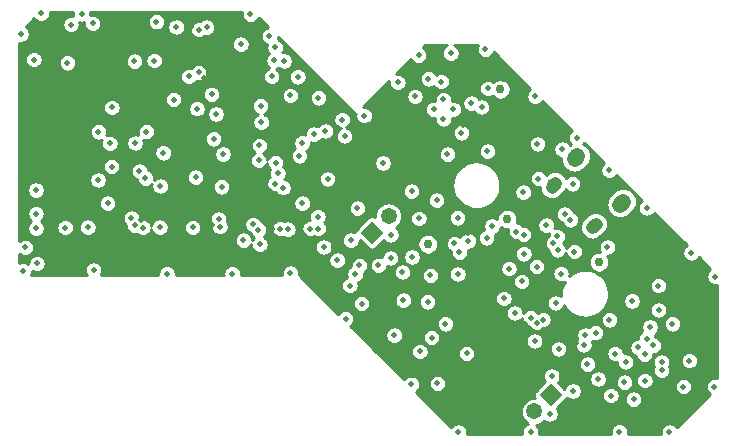
<source format=gbr>
G04 #@! TF.GenerationSoftware,KiCad,Pcbnew,5.1.2*
G04 #@! TF.CreationDate,2019-07-30T21:51:59-07:00*
G04 #@! TF.ProjectId,totoro,746f746f-726f-42e6-9b69-6361645f7063,rev?*
G04 #@! TF.SameCoordinates,Original*
G04 #@! TF.FileFunction,Copper,L3,Inr*
G04 #@! TF.FilePolarity,Positive*
%FSLAX46Y46*%
G04 Gerber Fmt 4.6, Leading zero omitted, Abs format (unit mm)*
G04 Created by KiCad (PCBNEW 5.1.2) date 2019-07-30 21:51:59*
%MOMM*%
%LPD*%
G04 APERTURE LIST*
%ADD10C,0.500000*%
%ADD11C,1.350000*%
%ADD12C,1.350000*%
%ADD13C,0.100000*%
%ADD14C,1.100000*%
%ADD15C,1.100000*%
%ADD16C,0.508000*%
%ADD17C,0.762000*%
%ADD18C,0.254000*%
G04 APERTURE END LIST*
D10*
X161431403Y-89970589D03*
X162265789Y-89136203D03*
X162265789Y-90804975D03*
X163100175Y-89970589D03*
D11*
X157633533Y-99016606D03*
D12*
X157633533Y-99016606D02*
X157633533Y-99016606D01*
D11*
X156219319Y-100430820D03*
D13*
G36*
X157173913Y-100430820D02*
G01*
X156219319Y-101385414D01*
X155264725Y-100430820D01*
X156219319Y-99476226D01*
X157173913Y-100430820D01*
X157173913Y-100430820D01*
G37*
D11*
X169971132Y-115548763D03*
D12*
X169971132Y-115548763D02*
X169971132Y-115548763D01*
D11*
X171385346Y-114134549D03*
D13*
G36*
X170430752Y-114134549D02*
G01*
X171385346Y-113179955D01*
X172339940Y-114134549D01*
X171385346Y-115089143D01*
X170430752Y-114134549D01*
X170430752Y-114134549D01*
G37*
D14*
X175013510Y-99822001D03*
D15*
X175154931Y-99680580D02*
X174872089Y-99963422D01*
D14*
X171591113Y-96399605D03*
D15*
X171732534Y-96258184D02*
X171449692Y-96541026D01*
D11*
X177354033Y-97919884D03*
D12*
X177477777Y-97796140D02*
X177230289Y-98043628D01*
D11*
X173493230Y-94059081D03*
D12*
X173616974Y-93935337D02*
X173369486Y-94182825D01*
D16*
X170318746Y-95837454D03*
X162901054Y-85222792D03*
X127590687Y-85761607D03*
X137774297Y-85851409D03*
X145335673Y-101063963D03*
X132655551Y-103578435D03*
X127770292Y-96825282D03*
X127770292Y-98800939D03*
X127770292Y-100058175D03*
X126872266Y-101674621D03*
X126692661Y-103650277D03*
X127860095Y-103021659D03*
X148245276Y-95388441D03*
X148065671Y-94490416D03*
X146628830Y-94310811D03*
X153902837Y-92245352D03*
X154980468Y-98351926D03*
X154351850Y-104907513D03*
X154800863Y-103919685D03*
X155339678Y-106434157D03*
X160278819Y-110475272D03*
X161266647Y-109307838D03*
X162434081Y-108140405D03*
X170695916Y-107781195D03*
X171935182Y-101872196D03*
X170965324Y-99788767D03*
X169079470Y-102213436D03*
X170157101Y-103291067D03*
X168899865Y-104548303D03*
X167822234Y-103470672D03*
X173210388Y-96286467D03*
X168450852Y-100327582D03*
X165936373Y-100866405D03*
X166385400Y-99878562D03*
X174467624Y-111552903D03*
X175365649Y-112810138D03*
X176802490Y-110654877D03*
X177700516Y-111373297D03*
X179483839Y-109394813D03*
X180049525Y-109960498D03*
X179307063Y-110702960D03*
X178741377Y-110137275D03*
X179765975Y-108409813D03*
X180740003Y-111369251D03*
X180484395Y-106972972D03*
X181651829Y-108140405D03*
X180753803Y-112091718D03*
X159867283Y-88883059D03*
X163798797Y-91966045D03*
X165509995Y-89788156D03*
X137119658Y-91874121D03*
X133032581Y-95961198D03*
X133060865Y-91888263D03*
X134029601Y-92856999D03*
X134171023Y-94822756D03*
X136165064Y-92828715D03*
X136523255Y-95197552D03*
X137035110Y-95807295D03*
X149946575Y-87235500D03*
X151686058Y-89003267D03*
X163622020Y-102098885D03*
X163473528Y-99164392D03*
X162087598Y-87638551D03*
X174271048Y-109085100D03*
X148009102Y-96272325D03*
X142229477Y-83023844D03*
X140718831Y-87200145D03*
X146142437Y-99714829D03*
X149100814Y-100127154D03*
X151671915Y-100070439D03*
X143236825Y-99269044D03*
X136815607Y-99997771D03*
X135852809Y-99183418D03*
X137971863Y-82564636D03*
X147544816Y-83767990D03*
X145928370Y-81936018D03*
X131631802Y-81900097D03*
X128219305Y-81864176D03*
X130733777Y-82798122D03*
X126513056Y-83606345D03*
X130428448Y-86048975D03*
X134200155Y-89820683D03*
X139642191Y-83013649D03*
X136103970Y-85905291D03*
X139426664Y-89156144D03*
X143490690Y-96548097D03*
X143611464Y-93771995D03*
X142821201Y-92478839D03*
X143018767Y-90377459D03*
X141294558Y-95729691D03*
X138869889Y-103901724D03*
X144383766Y-103883764D03*
X149304946Y-103847843D03*
X153992640Y-107709353D03*
X159534943Y-113257030D03*
X163547632Y-117300266D03*
X169654207Y-117300266D03*
X177161701Y-117264345D03*
X181400382Y-117300266D03*
X185208010Y-113456717D03*
X185261892Y-104135211D03*
X179496567Y-98333965D03*
X176159023Y-101639265D03*
X183088670Y-111265534D03*
X182585775Y-113456717D03*
X179316962Y-112953822D03*
X178365055Y-114516387D03*
X177594450Y-113087324D03*
X176443280Y-114211058D03*
X183250314Y-102123634D03*
X180465304Y-104913170D03*
X178239331Y-106200670D03*
X176317557Y-107799155D03*
X175150123Y-108894747D03*
X173354072Y-102033831D03*
X172222560Y-103883764D03*
X171773547Y-106380275D03*
X169025589Y-96986927D03*
X173563941Y-92397380D03*
X176299596Y-95136994D03*
X170228943Y-92909891D03*
X172330323Y-93358904D03*
X170028407Y-88890130D03*
X147733331Y-87186003D03*
X149304946Y-88796933D03*
X152286391Y-91814300D03*
X151298563Y-92083707D03*
X152465996Y-95873375D03*
X146682711Y-93035614D03*
X150310735Y-92820088D03*
X150310735Y-97920874D03*
X156758559Y-103183304D03*
X158806057Y-103758040D03*
X160925398Y-106272512D03*
X158099516Y-109106313D03*
X161769542Y-113187309D03*
X163493751Y-103919685D03*
X132579745Y-82700803D03*
X154427525Y-101060131D03*
X170173680Y-108044507D03*
X151639813Y-99054418D03*
X168307168Y-107224419D03*
X159614280Y-102482844D03*
X157816673Y-100606890D03*
X157800268Y-102572646D03*
X155555204Y-90521143D03*
X160171056Y-85402397D03*
X158417714Y-87702191D03*
X165828617Y-84881542D03*
X166026183Y-88204237D03*
X164625263Y-89461472D03*
X157153690Y-94526337D03*
X159577369Y-96908721D03*
X162613686Y-93771995D03*
X161697700Y-97669427D03*
X165990262Y-93520548D03*
X141411796Y-89929577D03*
X138540942Y-93663101D03*
X133845753Y-97919884D03*
X132162839Y-99956351D03*
X138265171Y-99963422D03*
X138286384Y-96477386D03*
X141044100Y-99984636D03*
X148772778Y-85891997D03*
X146785808Y-89689161D03*
X146729239Y-101412991D03*
X152138606Y-101632194D03*
X158870262Y-106143536D03*
X164237203Y-110647806D03*
X170000123Y-109594217D03*
X171442621Y-112564065D03*
X172029520Y-110265968D03*
X171287058Y-115774330D03*
X173238672Y-113822715D03*
X160192552Y-99206818D03*
X153694241Y-90855887D03*
X142461991Y-86120817D03*
D17*
X128847923Y-95927257D03*
D16*
X130554171Y-96555875D03*
D17*
X128887398Y-99878570D03*
D16*
X129717231Y-102810574D03*
X166564998Y-112989743D03*
X164499540Y-114516387D03*
X173066704Y-100740674D03*
X168630457Y-95657849D03*
X171593942Y-91796339D03*
X160919341Y-88276156D03*
D17*
X157809602Y-89880080D03*
X157760105Y-88487079D03*
X157258059Y-89201257D03*
D16*
X163963532Y-91292471D03*
X158368217Y-95869274D03*
X155721782Y-94773259D03*
X162462365Y-101137220D03*
X164378624Y-100408900D03*
X161012796Y-86507180D03*
X173504734Y-109773952D03*
X147613122Y-96880437D03*
X147782828Y-100104844D03*
X150462763Y-100578605D03*
X140888537Y-83028215D03*
X142041121Y-87362780D03*
X142698234Y-99774522D03*
X136630190Y-99355426D03*
X169157168Y-108134562D03*
X170343266Y-100956712D03*
D17*
X167666671Y-99284600D03*
X175437491Y-102931857D03*
D16*
X130248843Y-99986333D03*
X153274219Y-102752252D03*
X169058562Y-100586103D03*
D17*
X167100985Y-88296160D03*
X160940111Y-101412165D03*
D16*
X146844356Y-91077919D03*
X141546005Y-86857198D03*
X150993234Y-100070439D03*
X155160073Y-103201264D03*
X136127658Y-99783918D03*
X142641596Y-88707131D03*
X148020417Y-84735170D03*
X164361423Y-101110727D03*
X171917231Y-100740674D03*
X173016141Y-99330904D03*
X172552072Y-98861043D03*
X171585714Y-101311837D03*
X167391189Y-105985137D03*
X145120147Y-84468450D03*
X147933839Y-85840236D03*
X163191146Y-101335999D03*
X169651369Y-107640361D03*
X148694996Y-96618807D03*
X161005725Y-87391064D03*
X148442842Y-100070439D03*
X161173302Y-104048951D03*
X143342198Y-99920996D03*
X141552698Y-83229175D03*
X174162295Y-109918496D03*
X146612845Y-100178359D03*
X150077248Y-93915679D03*
D18*
G36*
X130890802Y-81827115D02*
G01*
X130890802Y-81973079D01*
X130911671Y-82077991D01*
X130806759Y-82057122D01*
X130660795Y-82057122D01*
X130517635Y-82085599D01*
X130382782Y-82141457D01*
X130261417Y-82222550D01*
X130158205Y-82325762D01*
X130077112Y-82447127D01*
X130021254Y-82581980D01*
X129992777Y-82725140D01*
X129992777Y-82871104D01*
X130021254Y-83014264D01*
X130077112Y-83149117D01*
X130158205Y-83270482D01*
X130261417Y-83373694D01*
X130382782Y-83454787D01*
X130517635Y-83510645D01*
X130660795Y-83539122D01*
X130806759Y-83539122D01*
X130949919Y-83510645D01*
X131084772Y-83454787D01*
X131206137Y-83373694D01*
X131309349Y-83270482D01*
X131390442Y-83149117D01*
X131446300Y-83014264D01*
X131474777Y-82871104D01*
X131474777Y-82725140D01*
X131453908Y-82620228D01*
X131558820Y-82641097D01*
X131704784Y-82641097D01*
X131841514Y-82613899D01*
X131838745Y-82627821D01*
X131838745Y-82773785D01*
X131867222Y-82916945D01*
X131923080Y-83051798D01*
X132004173Y-83173163D01*
X132107385Y-83276375D01*
X132228750Y-83357468D01*
X132363603Y-83413326D01*
X132506763Y-83441803D01*
X132652727Y-83441803D01*
X132795887Y-83413326D01*
X132930740Y-83357468D01*
X133052105Y-83276375D01*
X133155317Y-83173163D01*
X133236410Y-83051798D01*
X133292268Y-82916945D01*
X133320745Y-82773785D01*
X133320745Y-82627821D01*
X133293660Y-82491654D01*
X137230863Y-82491654D01*
X137230863Y-82637618D01*
X137259340Y-82780778D01*
X137315198Y-82915631D01*
X137396291Y-83036996D01*
X137499503Y-83140208D01*
X137620868Y-83221301D01*
X137755721Y-83277159D01*
X137898881Y-83305636D01*
X138044845Y-83305636D01*
X138188005Y-83277159D01*
X138322858Y-83221301D01*
X138444223Y-83140208D01*
X138547435Y-83036996D01*
X138611799Y-82940667D01*
X138901191Y-82940667D01*
X138901191Y-83086631D01*
X138929668Y-83229791D01*
X138985526Y-83364644D01*
X139066619Y-83486009D01*
X139169831Y-83589221D01*
X139291196Y-83670314D01*
X139426049Y-83726172D01*
X139569209Y-83754649D01*
X139715173Y-83754649D01*
X139858333Y-83726172D01*
X139993186Y-83670314D01*
X140114551Y-83589221D01*
X140217763Y-83486009D01*
X140298856Y-83364644D01*
X140354714Y-83229791D01*
X140369353Y-83156193D01*
X140811698Y-83156193D01*
X140811698Y-83302157D01*
X140840175Y-83445317D01*
X140896033Y-83580170D01*
X140977126Y-83701535D01*
X141080338Y-83804747D01*
X141201703Y-83885840D01*
X141336556Y-83941698D01*
X141479716Y-83970175D01*
X141625680Y-83970175D01*
X141768840Y-83941698D01*
X141903693Y-83885840D01*
X142025058Y-83804747D01*
X142080148Y-83749657D01*
X142156495Y-83764844D01*
X142302459Y-83764844D01*
X142445619Y-83736367D01*
X142580472Y-83680509D01*
X142701837Y-83599416D01*
X142805049Y-83496204D01*
X142886142Y-83374839D01*
X142942000Y-83239986D01*
X142970477Y-83096826D01*
X142970477Y-82950862D01*
X142942000Y-82807702D01*
X142886142Y-82672849D01*
X142805049Y-82551484D01*
X142701837Y-82448272D01*
X142580472Y-82367179D01*
X142445619Y-82311321D01*
X142302459Y-82282844D01*
X142156495Y-82282844D01*
X142013335Y-82311321D01*
X141878482Y-82367179D01*
X141757117Y-82448272D01*
X141702027Y-82503362D01*
X141625680Y-82488175D01*
X141479716Y-82488175D01*
X141336556Y-82516652D01*
X141201703Y-82572510D01*
X141080338Y-82653603D01*
X140977126Y-82756815D01*
X140896033Y-82878180D01*
X140840175Y-83013033D01*
X140811698Y-83156193D01*
X140369353Y-83156193D01*
X140383191Y-83086631D01*
X140383191Y-82940667D01*
X140354714Y-82797507D01*
X140298856Y-82662654D01*
X140217763Y-82541289D01*
X140114551Y-82438077D01*
X139993186Y-82356984D01*
X139858333Y-82301126D01*
X139715173Y-82272649D01*
X139569209Y-82272649D01*
X139426049Y-82301126D01*
X139291196Y-82356984D01*
X139169831Y-82438077D01*
X139066619Y-82541289D01*
X138985526Y-82662654D01*
X138929668Y-82797507D01*
X138901191Y-82940667D01*
X138611799Y-82940667D01*
X138628528Y-82915631D01*
X138684386Y-82780778D01*
X138712863Y-82637618D01*
X138712863Y-82491654D01*
X138684386Y-82348494D01*
X138628528Y-82213641D01*
X138547435Y-82092276D01*
X138444223Y-81989064D01*
X138322858Y-81907971D01*
X138188005Y-81852113D01*
X138044845Y-81823636D01*
X137898881Y-81823636D01*
X137755721Y-81852113D01*
X137620868Y-81907971D01*
X137499503Y-81989064D01*
X137396291Y-82092276D01*
X137315198Y-82213641D01*
X137259340Y-82348494D01*
X137230863Y-82491654D01*
X133293660Y-82491654D01*
X133292268Y-82484661D01*
X133236410Y-82349808D01*
X133155317Y-82228443D01*
X133052105Y-82125231D01*
X132930740Y-82044138D01*
X132795887Y-81988280D01*
X132652727Y-81959803D01*
X132506763Y-81959803D01*
X132370033Y-81987001D01*
X132372802Y-81973079D01*
X132372802Y-81827115D01*
X132351453Y-81719788D01*
X145215883Y-81719788D01*
X145215847Y-81719876D01*
X145187370Y-81863036D01*
X145187370Y-82009000D01*
X145215847Y-82152160D01*
X145271705Y-82287013D01*
X145352798Y-82408378D01*
X145456010Y-82511590D01*
X145577375Y-82592683D01*
X145712228Y-82648541D01*
X145855388Y-82677018D01*
X146001352Y-82677018D01*
X146144512Y-82648541D01*
X146279365Y-82592683D01*
X146400730Y-82511590D01*
X146503942Y-82408378D01*
X146585035Y-82287013D01*
X146616457Y-82211153D01*
X147438854Y-83033550D01*
X147328674Y-83055467D01*
X147193821Y-83111325D01*
X147072456Y-83192418D01*
X146969244Y-83295630D01*
X146888151Y-83416995D01*
X146832293Y-83551848D01*
X146803816Y-83695008D01*
X146803816Y-83840972D01*
X146832293Y-83984132D01*
X146888151Y-84118985D01*
X146969244Y-84240350D01*
X147072456Y-84343562D01*
X147193821Y-84424655D01*
X147324554Y-84478807D01*
X147307894Y-84519028D01*
X147279417Y-84662188D01*
X147279417Y-84808152D01*
X147307894Y-84951312D01*
X147363752Y-85086165D01*
X147444845Y-85207530D01*
X147485757Y-85248442D01*
X147461479Y-85264664D01*
X147358267Y-85367876D01*
X147277174Y-85489241D01*
X147221316Y-85624094D01*
X147192839Y-85767254D01*
X147192839Y-85913218D01*
X147221316Y-86056378D01*
X147277174Y-86191231D01*
X147358267Y-86312596D01*
X147461479Y-86415808D01*
X147540771Y-86468789D01*
X147517189Y-86473480D01*
X147382336Y-86529338D01*
X147260971Y-86610431D01*
X147157759Y-86713643D01*
X147076666Y-86835008D01*
X147020808Y-86969861D01*
X146992331Y-87113021D01*
X146992331Y-87258985D01*
X147020808Y-87402145D01*
X147076666Y-87536998D01*
X147157759Y-87658363D01*
X147260971Y-87761575D01*
X147382336Y-87842668D01*
X147517189Y-87898526D01*
X147660349Y-87927003D01*
X147806313Y-87927003D01*
X147949473Y-87898526D01*
X148084326Y-87842668D01*
X148205691Y-87761575D01*
X148308903Y-87658363D01*
X148389996Y-87536998D01*
X148445854Y-87402145D01*
X148474331Y-87258985D01*
X148474331Y-87162518D01*
X149205575Y-87162518D01*
X149205575Y-87308482D01*
X149234052Y-87451642D01*
X149289910Y-87586495D01*
X149371003Y-87707860D01*
X149474215Y-87811072D01*
X149595580Y-87892165D01*
X149730433Y-87948023D01*
X149873593Y-87976500D01*
X150019557Y-87976500D01*
X150162717Y-87948023D01*
X150297570Y-87892165D01*
X150418935Y-87811072D01*
X150522147Y-87707860D01*
X150603240Y-87586495D01*
X150659098Y-87451642D01*
X150687575Y-87308482D01*
X150687575Y-87162518D01*
X150659098Y-87019358D01*
X150603240Y-86884505D01*
X150522147Y-86763140D01*
X150418935Y-86659928D01*
X150297570Y-86578835D01*
X150162717Y-86522977D01*
X150019557Y-86494500D01*
X149873593Y-86494500D01*
X149730433Y-86522977D01*
X149595580Y-86578835D01*
X149474215Y-86659928D01*
X149371003Y-86763140D01*
X149289910Y-86884505D01*
X149234052Y-87019358D01*
X149205575Y-87162518D01*
X148474331Y-87162518D01*
X148474331Y-87113021D01*
X148445854Y-86969861D01*
X148389996Y-86835008D01*
X148308903Y-86713643D01*
X148205691Y-86610431D01*
X148126399Y-86557450D01*
X148149981Y-86552759D01*
X148284834Y-86496901D01*
X148314575Y-86477029D01*
X148421783Y-86548662D01*
X148556636Y-86604520D01*
X148699796Y-86632997D01*
X148845760Y-86632997D01*
X148988920Y-86604520D01*
X149123773Y-86548662D01*
X149245138Y-86467569D01*
X149348350Y-86364357D01*
X149429443Y-86242992D01*
X149485301Y-86108139D01*
X149513778Y-85964979D01*
X149513778Y-85819015D01*
X149485301Y-85675855D01*
X149429443Y-85541002D01*
X149348350Y-85419637D01*
X149245138Y-85316425D01*
X149123773Y-85235332D01*
X148988920Y-85179474D01*
X148845760Y-85150997D01*
X148699796Y-85150997D01*
X148623641Y-85166146D01*
X148677082Y-85086165D01*
X148732940Y-84951312D01*
X148761417Y-84808152D01*
X148761417Y-84662188D01*
X148732940Y-84519028D01*
X148677082Y-84384175D01*
X148595989Y-84262810D01*
X148492777Y-84159598D01*
X148371412Y-84078505D01*
X148240679Y-84024353D01*
X148257339Y-83984132D01*
X148279256Y-83873952D01*
X154438725Y-90033423D01*
X154454751Y-90052951D01*
X154474279Y-90068977D01*
X154474284Y-90068982D01*
X154532712Y-90116932D01*
X154621659Y-90164476D01*
X154715712Y-90193006D01*
X154715194Y-90194715D01*
X154712754Y-90219491D01*
X154715194Y-90244267D01*
X154722421Y-90268092D01*
X154734157Y-90290048D01*
X154749951Y-90309294D01*
X154769197Y-90325088D01*
X154791153Y-90336824D01*
X154814978Y-90344051D01*
X154834530Y-90345977D01*
X154814204Y-90448161D01*
X154814204Y-90594125D01*
X154842681Y-90737285D01*
X154898539Y-90872138D01*
X154979632Y-90993503D01*
X155082844Y-91096715D01*
X155204209Y-91177808D01*
X155339062Y-91233666D01*
X155482222Y-91262143D01*
X155628186Y-91262143D01*
X155771346Y-91233666D01*
X155906199Y-91177808D01*
X156027564Y-91096715D01*
X156130776Y-90993503D01*
X156211869Y-90872138D01*
X156267727Y-90737285D01*
X156296204Y-90594125D01*
X156296204Y-90448161D01*
X156267727Y-90305001D01*
X156211869Y-90170148D01*
X156130776Y-90048783D01*
X156027564Y-89945571D01*
X155956371Y-89898001D01*
X160694403Y-89898001D01*
X160694403Y-90043177D01*
X160722726Y-90185564D01*
X160778282Y-90319689D01*
X160858938Y-90440399D01*
X160961593Y-90543054D01*
X161082303Y-90623710D01*
X161216428Y-90679266D01*
X161358815Y-90707589D01*
X161503991Y-90707589D01*
X161534947Y-90701431D01*
X161528789Y-90732387D01*
X161528789Y-90877563D01*
X161557112Y-91019950D01*
X161612668Y-91154075D01*
X161693324Y-91274785D01*
X161795979Y-91377440D01*
X161916689Y-91458096D01*
X162050814Y-91513652D01*
X162193201Y-91541975D01*
X162338377Y-91541975D01*
X162480764Y-91513652D01*
X162614889Y-91458096D01*
X162735599Y-91377440D01*
X162838254Y-91274785D01*
X162918910Y-91154075D01*
X162974466Y-91019950D01*
X163002789Y-90877563D01*
X163002789Y-90732387D01*
X162996631Y-90701431D01*
X163027587Y-90707589D01*
X163172763Y-90707589D01*
X163315150Y-90679266D01*
X163449275Y-90623710D01*
X163569985Y-90543054D01*
X163672640Y-90440399D01*
X163753296Y-90319689D01*
X163808852Y-90185564D01*
X163837175Y-90043177D01*
X163837175Y-89898001D01*
X163808852Y-89755614D01*
X163753296Y-89621489D01*
X163672640Y-89500779D01*
X163569985Y-89398124D01*
X163555567Y-89388490D01*
X163884263Y-89388490D01*
X163884263Y-89534454D01*
X163912740Y-89677614D01*
X163968598Y-89812467D01*
X164049691Y-89933832D01*
X164152903Y-90037044D01*
X164274268Y-90118137D01*
X164409121Y-90173995D01*
X164552281Y-90202472D01*
X164698245Y-90202472D01*
X164841405Y-90173995D01*
X164868980Y-90162573D01*
X164934423Y-90260516D01*
X165037635Y-90363728D01*
X165159000Y-90444821D01*
X165293853Y-90500679D01*
X165437013Y-90529156D01*
X165582977Y-90529156D01*
X165726137Y-90500679D01*
X165860990Y-90444821D01*
X165982355Y-90363728D01*
X166085567Y-90260516D01*
X166166660Y-90139151D01*
X166222518Y-90004298D01*
X166250995Y-89861138D01*
X166250995Y-89715174D01*
X166222518Y-89572014D01*
X166166660Y-89437161D01*
X166085567Y-89315796D01*
X165982355Y-89212584D01*
X165860990Y-89131491D01*
X165726137Y-89075633D01*
X165582977Y-89047156D01*
X165437013Y-89047156D01*
X165293853Y-89075633D01*
X165266278Y-89087055D01*
X165200835Y-88989112D01*
X165097623Y-88885900D01*
X164976258Y-88804807D01*
X164841405Y-88748949D01*
X164698245Y-88720472D01*
X164552281Y-88720472D01*
X164409121Y-88748949D01*
X164274268Y-88804807D01*
X164152903Y-88885900D01*
X164049691Y-88989112D01*
X163968598Y-89110477D01*
X163912740Y-89245330D01*
X163884263Y-89388490D01*
X163555567Y-89388490D01*
X163449275Y-89317468D01*
X163315150Y-89261912D01*
X163172763Y-89233589D01*
X163027587Y-89233589D01*
X162996631Y-89239747D01*
X163002789Y-89208791D01*
X163002789Y-89063615D01*
X162974466Y-88921228D01*
X162918910Y-88787103D01*
X162838254Y-88666393D01*
X162735599Y-88563738D01*
X162614889Y-88483082D01*
X162480764Y-88427526D01*
X162338377Y-88399203D01*
X162193201Y-88399203D01*
X162050814Y-88427526D01*
X161916689Y-88483082D01*
X161795979Y-88563738D01*
X161693324Y-88666393D01*
X161612668Y-88787103D01*
X161557112Y-88921228D01*
X161528789Y-89063615D01*
X161528789Y-89208791D01*
X161534947Y-89239747D01*
X161503991Y-89233589D01*
X161358815Y-89233589D01*
X161216428Y-89261912D01*
X161082303Y-89317468D01*
X160961593Y-89398124D01*
X160858938Y-89500779D01*
X160778282Y-89621489D01*
X160722726Y-89755614D01*
X160694403Y-89898001D01*
X155956371Y-89898001D01*
X155906199Y-89864478D01*
X155771346Y-89808620D01*
X155628186Y-89780143D01*
X155482222Y-89780143D01*
X155452869Y-89785982D01*
X156428774Y-88810077D01*
X159126283Y-88810077D01*
X159126283Y-88956041D01*
X159154760Y-89099201D01*
X159210618Y-89234054D01*
X159291711Y-89355419D01*
X159394923Y-89458631D01*
X159516288Y-89539724D01*
X159651141Y-89595582D01*
X159794301Y-89624059D01*
X159940265Y-89624059D01*
X160083425Y-89595582D01*
X160218278Y-89539724D01*
X160339643Y-89458631D01*
X160442855Y-89355419D01*
X160523948Y-89234054D01*
X160579806Y-89099201D01*
X160608283Y-88956041D01*
X160608283Y-88810077D01*
X160579806Y-88666917D01*
X160523948Y-88532064D01*
X160442855Y-88410699D01*
X160339643Y-88307487D01*
X160218278Y-88226394D01*
X160083425Y-88170536D01*
X159940265Y-88142059D01*
X159794301Y-88142059D01*
X159651141Y-88170536D01*
X159516288Y-88226394D01*
X159394923Y-88307487D01*
X159291711Y-88410699D01*
X159210618Y-88532064D01*
X159154760Y-88666917D01*
X159126283Y-88810077D01*
X156428774Y-88810077D01*
X157693369Y-87545482D01*
X157676714Y-87629209D01*
X157676714Y-87775173D01*
X157705191Y-87918333D01*
X157761049Y-88053186D01*
X157842142Y-88174551D01*
X157945354Y-88277763D01*
X158066719Y-88358856D01*
X158201572Y-88414714D01*
X158344732Y-88443191D01*
X158490696Y-88443191D01*
X158633856Y-88414714D01*
X158768709Y-88358856D01*
X158890074Y-88277763D01*
X158993286Y-88174551D01*
X159074379Y-88053186D01*
X159130237Y-87918333D01*
X159158714Y-87775173D01*
X159158714Y-87629209D01*
X159130237Y-87486049D01*
X159074379Y-87351196D01*
X159052254Y-87318082D01*
X160264725Y-87318082D01*
X160264725Y-87464046D01*
X160293202Y-87607206D01*
X160349060Y-87742059D01*
X160430153Y-87863424D01*
X160533365Y-87966636D01*
X160654730Y-88047729D01*
X160789583Y-88103587D01*
X160932743Y-88132064D01*
X161078707Y-88132064D01*
X161221867Y-88103587D01*
X161356720Y-88047729D01*
X161434904Y-87995489D01*
X161512026Y-88110911D01*
X161615238Y-88214123D01*
X161736603Y-88295216D01*
X161871456Y-88351074D01*
X162014616Y-88379551D01*
X162160580Y-88379551D01*
X162303740Y-88351074D01*
X162438593Y-88295216D01*
X162559958Y-88214123D01*
X162642826Y-88131255D01*
X165285183Y-88131255D01*
X165285183Y-88277219D01*
X165313660Y-88420379D01*
X165369518Y-88555232D01*
X165450611Y-88676597D01*
X165553823Y-88779809D01*
X165675188Y-88860902D01*
X165810041Y-88916760D01*
X165953201Y-88945237D01*
X166099165Y-88945237D01*
X166242325Y-88916760D01*
X166377178Y-88860902D01*
X166416737Y-88834470D01*
X166426765Y-88849478D01*
X166547667Y-88970380D01*
X166689833Y-89065372D01*
X166847799Y-89130803D01*
X167015494Y-89164160D01*
X167186476Y-89164160D01*
X167354171Y-89130803D01*
X167512137Y-89065372D01*
X167654303Y-88970380D01*
X167775205Y-88849478D01*
X167870197Y-88707312D01*
X167935628Y-88549346D01*
X167968985Y-88381651D01*
X167968985Y-88210669D01*
X167935628Y-88042974D01*
X167870197Y-87885008D01*
X167775205Y-87742842D01*
X167654303Y-87621940D01*
X167512137Y-87526948D01*
X167354171Y-87461517D01*
X167186476Y-87428160D01*
X167015494Y-87428160D01*
X166847799Y-87461517D01*
X166689833Y-87526948D01*
X166547667Y-87621940D01*
X166519743Y-87649865D01*
X166498543Y-87628665D01*
X166377178Y-87547572D01*
X166242325Y-87491714D01*
X166099165Y-87463237D01*
X165953201Y-87463237D01*
X165810041Y-87491714D01*
X165675188Y-87547572D01*
X165553823Y-87628665D01*
X165450611Y-87731877D01*
X165369518Y-87853242D01*
X165313660Y-87988095D01*
X165285183Y-88131255D01*
X162642826Y-88131255D01*
X162663170Y-88110911D01*
X162744263Y-87989546D01*
X162800121Y-87854693D01*
X162828598Y-87711533D01*
X162828598Y-87565569D01*
X162800121Y-87422409D01*
X162744263Y-87287556D01*
X162663170Y-87166191D01*
X162559958Y-87062979D01*
X162438593Y-86981886D01*
X162303740Y-86926028D01*
X162160580Y-86897551D01*
X162014616Y-86897551D01*
X161871456Y-86926028D01*
X161736603Y-86981886D01*
X161658419Y-87034126D01*
X161581297Y-86918704D01*
X161478085Y-86815492D01*
X161356720Y-86734399D01*
X161221867Y-86678541D01*
X161078707Y-86650064D01*
X160932743Y-86650064D01*
X160789583Y-86678541D01*
X160654730Y-86734399D01*
X160533365Y-86815492D01*
X160430153Y-86918704D01*
X160349060Y-87040069D01*
X160293202Y-87174922D01*
X160264725Y-87318082D01*
X159052254Y-87318082D01*
X158993286Y-87229831D01*
X158890074Y-87126619D01*
X158768709Y-87045526D01*
X158633856Y-86989668D01*
X158490696Y-86961191D01*
X158344732Y-86961191D01*
X158261005Y-86977846D01*
X159505917Y-85732934D01*
X159514391Y-85753392D01*
X159595484Y-85874757D01*
X159698696Y-85977969D01*
X159820061Y-86059062D01*
X159954914Y-86114920D01*
X160098074Y-86143397D01*
X160244038Y-86143397D01*
X160387198Y-86114920D01*
X160522051Y-86059062D01*
X160643416Y-85977969D01*
X160746628Y-85874757D01*
X160827721Y-85753392D01*
X160883579Y-85618539D01*
X160912056Y-85475379D01*
X160912056Y-85329415D01*
X160883579Y-85186255D01*
X160827721Y-85051402D01*
X160746628Y-84930037D01*
X160643416Y-84826825D01*
X160522051Y-84745732D01*
X160501593Y-84737258D01*
X160694544Y-84544307D01*
X162602737Y-84544307D01*
X162550059Y-84566127D01*
X162428694Y-84647220D01*
X162325482Y-84750432D01*
X162244389Y-84871797D01*
X162188531Y-85006650D01*
X162160054Y-85149810D01*
X162160054Y-85295774D01*
X162188531Y-85438934D01*
X162244389Y-85573787D01*
X162325482Y-85695152D01*
X162428694Y-85798364D01*
X162550059Y-85879457D01*
X162684912Y-85935315D01*
X162828072Y-85963792D01*
X162974036Y-85963792D01*
X163117196Y-85935315D01*
X163252049Y-85879457D01*
X163373414Y-85798364D01*
X163476626Y-85695152D01*
X163557719Y-85573787D01*
X163613577Y-85438934D01*
X163642054Y-85295774D01*
X163642054Y-85149810D01*
X163613577Y-85006650D01*
X163557719Y-84871797D01*
X163476626Y-84750432D01*
X163373414Y-84647220D01*
X163252049Y-84566127D01*
X163199371Y-84544307D01*
X165166252Y-84544307D01*
X165116094Y-84665400D01*
X165087617Y-84808560D01*
X165087617Y-84954524D01*
X165116094Y-85097684D01*
X165171952Y-85232537D01*
X165253045Y-85353902D01*
X165356257Y-85457114D01*
X165477622Y-85538207D01*
X165612475Y-85594065D01*
X165755635Y-85622542D01*
X165901599Y-85622542D01*
X166044759Y-85594065D01*
X166179612Y-85538207D01*
X166300977Y-85457114D01*
X166404189Y-85353902D01*
X166485282Y-85232537D01*
X166519272Y-85150479D01*
X169632360Y-88263567D01*
X169556047Y-88314558D01*
X169452835Y-88417770D01*
X169371742Y-88539135D01*
X169315884Y-88673988D01*
X169287407Y-88817148D01*
X169287407Y-88963112D01*
X169315884Y-89106272D01*
X169371742Y-89241125D01*
X169452835Y-89362490D01*
X169556047Y-89465702D01*
X169677412Y-89546795D01*
X169812265Y-89602653D01*
X169955425Y-89631130D01*
X170101389Y-89631130D01*
X170244549Y-89602653D01*
X170379402Y-89546795D01*
X170500767Y-89465702D01*
X170603979Y-89362490D01*
X170654970Y-89286177D01*
X173150939Y-91782146D01*
X173091581Y-91821808D01*
X172988369Y-91925020D01*
X172907276Y-92046385D01*
X172851418Y-92181238D01*
X172822941Y-92324398D01*
X172822941Y-92470362D01*
X172851418Y-92613522D01*
X172907276Y-92748375D01*
X172988369Y-92869740D01*
X173043120Y-92924491D01*
X172968279Y-92964495D01*
X172961627Y-92969954D01*
X172905895Y-92886544D01*
X172802683Y-92783332D01*
X172681318Y-92702239D01*
X172546465Y-92646381D01*
X172403305Y-92617904D01*
X172257341Y-92617904D01*
X172114181Y-92646381D01*
X171979328Y-92702239D01*
X171857963Y-92783332D01*
X171754751Y-92886544D01*
X171673658Y-93007909D01*
X171617800Y-93142762D01*
X171589323Y-93285922D01*
X171589323Y-93431886D01*
X171617800Y-93575046D01*
X171673658Y-93709899D01*
X171754751Y-93831264D01*
X171857963Y-93934476D01*
X171979328Y-94015569D01*
X172114181Y-94071427D01*
X172210941Y-94090674D01*
X172201865Y-94182825D01*
X172224300Y-94410616D01*
X172290744Y-94629654D01*
X172398644Y-94831520D01*
X172543853Y-95008458D01*
X172720791Y-95153667D01*
X172922657Y-95261567D01*
X173141695Y-95328011D01*
X173369486Y-95350446D01*
X173597277Y-95328011D01*
X173816315Y-95261567D01*
X174018181Y-95153667D01*
X174150782Y-95044844D01*
X174478993Y-94716633D01*
X174587816Y-94584032D01*
X174695716Y-94382166D01*
X174762160Y-94163129D01*
X174784595Y-93935337D01*
X174762160Y-93707546D01*
X174695716Y-93488508D01*
X174587816Y-93286642D01*
X174442607Y-93109704D01*
X174265669Y-92964495D01*
X174121707Y-92887546D01*
X174139513Y-92869740D01*
X174179175Y-92810382D01*
X175888968Y-94520175D01*
X175827236Y-94561422D01*
X175724024Y-94664634D01*
X175642931Y-94785999D01*
X175587073Y-94920852D01*
X175558596Y-95064012D01*
X175558596Y-95209976D01*
X175587073Y-95353136D01*
X175642931Y-95487989D01*
X175724024Y-95609354D01*
X175827236Y-95712566D01*
X175948601Y-95793659D01*
X176083454Y-95849517D01*
X176226614Y-95877994D01*
X176372578Y-95877994D01*
X176515738Y-95849517D01*
X176650591Y-95793659D01*
X176771956Y-95712566D01*
X176875168Y-95609354D01*
X176916415Y-95547622D01*
X179085939Y-97717146D01*
X179024207Y-97758393D01*
X178920995Y-97861605D01*
X178839902Y-97982970D01*
X178784044Y-98117823D01*
X178755567Y-98260983D01*
X178755567Y-98406947D01*
X178784044Y-98550107D01*
X178839902Y-98684960D01*
X178920995Y-98806325D01*
X179024207Y-98909537D01*
X179145572Y-98990630D01*
X179280425Y-99046488D01*
X179423585Y-99074965D01*
X179569549Y-99074965D01*
X179712709Y-99046488D01*
X179847562Y-98990630D01*
X179968927Y-98909537D01*
X180072139Y-98806325D01*
X180113386Y-98744593D01*
X182861219Y-101492426D01*
X182777954Y-101548062D01*
X182674742Y-101651274D01*
X182593649Y-101772639D01*
X182537791Y-101907492D01*
X182509314Y-102050652D01*
X182509314Y-102196616D01*
X182537791Y-102339776D01*
X182593649Y-102474629D01*
X182674742Y-102595994D01*
X182777954Y-102699206D01*
X182899319Y-102780299D01*
X183034172Y-102836157D01*
X183177332Y-102864634D01*
X183323296Y-102864634D01*
X183466456Y-102836157D01*
X183601309Y-102780299D01*
X183722674Y-102699206D01*
X183825886Y-102595994D01*
X183881522Y-102512729D01*
X184872797Y-103504004D01*
X184789532Y-103559639D01*
X184686320Y-103662851D01*
X184605227Y-103784216D01*
X184549369Y-103919069D01*
X184520892Y-104062229D01*
X184520892Y-104208193D01*
X184549369Y-104351353D01*
X184605227Y-104486206D01*
X184686320Y-104607571D01*
X184789532Y-104710783D01*
X184910897Y-104791876D01*
X185045750Y-104847734D01*
X185188910Y-104876211D01*
X185334874Y-104876211D01*
X185419239Y-104859429D01*
X185419240Y-112743217D01*
X185280992Y-112715717D01*
X185135028Y-112715717D01*
X184991868Y-112744194D01*
X184857015Y-112800052D01*
X184735650Y-112881145D01*
X184632438Y-112984357D01*
X184551345Y-113105722D01*
X184495487Y-113240575D01*
X184467010Y-113383735D01*
X184467010Y-113529699D01*
X184495487Y-113672859D01*
X184551345Y-113807712D01*
X184632438Y-113929077D01*
X184735650Y-114032289D01*
X184833327Y-114097554D01*
X182026831Y-116904050D01*
X181975954Y-116827906D01*
X181872742Y-116724694D01*
X181751377Y-116643601D01*
X181616524Y-116587743D01*
X181473364Y-116559266D01*
X181327400Y-116559266D01*
X181184240Y-116587743D01*
X181049387Y-116643601D01*
X180928022Y-116724694D01*
X180824810Y-116827906D01*
X180743717Y-116949271D01*
X180687859Y-117084124D01*
X180659382Y-117227284D01*
X180659382Y-117373248D01*
X180676146Y-117457523D01*
X177878792Y-117457523D01*
X177902701Y-117337327D01*
X177902701Y-117191363D01*
X177874224Y-117048203D01*
X177818366Y-116913350D01*
X177737273Y-116791985D01*
X177634061Y-116688773D01*
X177512696Y-116607680D01*
X177377843Y-116551822D01*
X177234683Y-116523345D01*
X177088719Y-116523345D01*
X176945559Y-116551822D01*
X176810706Y-116607680D01*
X176689341Y-116688773D01*
X176586129Y-116791985D01*
X176505036Y-116913350D01*
X176449178Y-117048203D01*
X176420701Y-117191363D01*
X176420701Y-117337327D01*
X176444610Y-117457523D01*
X170378443Y-117457523D01*
X170395207Y-117373248D01*
X170395207Y-117227284D01*
X170366730Y-117084124D01*
X170310872Y-116949271D01*
X170229779Y-116827906D01*
X170126567Y-116724694D01*
X170095761Y-116704110D01*
X170198924Y-116693949D01*
X170417962Y-116627505D01*
X170619828Y-116519605D01*
X170796765Y-116374396D01*
X170816099Y-116350838D01*
X170936063Y-116430995D01*
X171070916Y-116486853D01*
X171214076Y-116515330D01*
X171360040Y-116515330D01*
X171503200Y-116486853D01*
X171638053Y-116430995D01*
X171759418Y-116349902D01*
X171862630Y-116246690D01*
X171943723Y-116125325D01*
X171999581Y-115990472D01*
X172028058Y-115847312D01*
X172028058Y-115701348D01*
X171999581Y-115558188D01*
X171943723Y-115423335D01*
X171863408Y-115303135D01*
X172685967Y-114480576D01*
X172746825Y-114406421D01*
X172756446Y-114388421D01*
X172766312Y-114398287D01*
X172887677Y-114479380D01*
X173022530Y-114535238D01*
X173165690Y-114563715D01*
X173311654Y-114563715D01*
X173454814Y-114535238D01*
X173589667Y-114479380D01*
X173711032Y-114398287D01*
X173814244Y-114295075D01*
X173895337Y-114173710D01*
X173910097Y-114138076D01*
X175702280Y-114138076D01*
X175702280Y-114284040D01*
X175730757Y-114427200D01*
X175786615Y-114562053D01*
X175867708Y-114683418D01*
X175970920Y-114786630D01*
X176092285Y-114867723D01*
X176227138Y-114923581D01*
X176370298Y-114952058D01*
X176516262Y-114952058D01*
X176659422Y-114923581D01*
X176794275Y-114867723D01*
X176915640Y-114786630D01*
X177018852Y-114683418D01*
X177099945Y-114562053D01*
X177149090Y-114443405D01*
X177624055Y-114443405D01*
X177624055Y-114589369D01*
X177652532Y-114732529D01*
X177708390Y-114867382D01*
X177789483Y-114988747D01*
X177892695Y-115091959D01*
X178014060Y-115173052D01*
X178148913Y-115228910D01*
X178292073Y-115257387D01*
X178438037Y-115257387D01*
X178581197Y-115228910D01*
X178716050Y-115173052D01*
X178837415Y-115091959D01*
X178940627Y-114988747D01*
X179021720Y-114867382D01*
X179077578Y-114732529D01*
X179106055Y-114589369D01*
X179106055Y-114443405D01*
X179077578Y-114300245D01*
X179021720Y-114165392D01*
X178940627Y-114044027D01*
X178837415Y-113940815D01*
X178716050Y-113859722D01*
X178581197Y-113803864D01*
X178438037Y-113775387D01*
X178292073Y-113775387D01*
X178148913Y-113803864D01*
X178014060Y-113859722D01*
X177892695Y-113940815D01*
X177789483Y-114044027D01*
X177708390Y-114165392D01*
X177652532Y-114300245D01*
X177624055Y-114443405D01*
X177149090Y-114443405D01*
X177155803Y-114427200D01*
X177184280Y-114284040D01*
X177184280Y-114138076D01*
X177155803Y-113994916D01*
X177099945Y-113860063D01*
X177018852Y-113738698D01*
X176915640Y-113635486D01*
X176794275Y-113554393D01*
X176659422Y-113498535D01*
X176516262Y-113470058D01*
X176370298Y-113470058D01*
X176227138Y-113498535D01*
X176092285Y-113554393D01*
X175970920Y-113635486D01*
X175867708Y-113738698D01*
X175786615Y-113860063D01*
X175730757Y-113994916D01*
X175702280Y-114138076D01*
X173910097Y-114138076D01*
X173951195Y-114038857D01*
X173979672Y-113895697D01*
X173979672Y-113749733D01*
X173951195Y-113606573D01*
X173895337Y-113471720D01*
X173814244Y-113350355D01*
X173711032Y-113247143D01*
X173589667Y-113166050D01*
X173454814Y-113110192D01*
X173311654Y-113081715D01*
X173165690Y-113081715D01*
X173022530Y-113110192D01*
X172887677Y-113166050D01*
X172766312Y-113247143D01*
X172663100Y-113350355D01*
X172582007Y-113471720D01*
X172526149Y-113606573D01*
X172522477Y-113625032D01*
X171976032Y-113078587D01*
X172018193Y-113036425D01*
X172099286Y-112915060D01*
X172155144Y-112780207D01*
X172163707Y-112737156D01*
X174624649Y-112737156D01*
X174624649Y-112883120D01*
X174653126Y-113026280D01*
X174708984Y-113161133D01*
X174790077Y-113282498D01*
X174893289Y-113385710D01*
X175014654Y-113466803D01*
X175149507Y-113522661D01*
X175292667Y-113551138D01*
X175438631Y-113551138D01*
X175581791Y-113522661D01*
X175716644Y-113466803D01*
X175838009Y-113385710D01*
X175941221Y-113282498D01*
X176022314Y-113161133D01*
X176078172Y-113026280D01*
X176080546Y-113014342D01*
X176853450Y-113014342D01*
X176853450Y-113160306D01*
X176881927Y-113303466D01*
X176937785Y-113438319D01*
X177018878Y-113559684D01*
X177122090Y-113662896D01*
X177243455Y-113743989D01*
X177378308Y-113799847D01*
X177521468Y-113828324D01*
X177667432Y-113828324D01*
X177810592Y-113799847D01*
X177945445Y-113743989D01*
X178066810Y-113662896D01*
X178170022Y-113559684D01*
X178251115Y-113438319D01*
X178306973Y-113303466D01*
X178335450Y-113160306D01*
X178335450Y-113014342D01*
X178308895Y-112880840D01*
X178575962Y-112880840D01*
X178575962Y-113026804D01*
X178604439Y-113169964D01*
X178660297Y-113304817D01*
X178741390Y-113426182D01*
X178844602Y-113529394D01*
X178965967Y-113610487D01*
X179100820Y-113666345D01*
X179243980Y-113694822D01*
X179389944Y-113694822D01*
X179533104Y-113666345D01*
X179667957Y-113610487D01*
X179789322Y-113529394D01*
X179892534Y-113426182D01*
X179920896Y-113383735D01*
X181844775Y-113383735D01*
X181844775Y-113529699D01*
X181873252Y-113672859D01*
X181929110Y-113807712D01*
X182010203Y-113929077D01*
X182113415Y-114032289D01*
X182234780Y-114113382D01*
X182369633Y-114169240D01*
X182512793Y-114197717D01*
X182658757Y-114197717D01*
X182801917Y-114169240D01*
X182936770Y-114113382D01*
X183058135Y-114032289D01*
X183161347Y-113929077D01*
X183242440Y-113807712D01*
X183298298Y-113672859D01*
X183326775Y-113529699D01*
X183326775Y-113383735D01*
X183298298Y-113240575D01*
X183242440Y-113105722D01*
X183161347Y-112984357D01*
X183058135Y-112881145D01*
X182936770Y-112800052D01*
X182801917Y-112744194D01*
X182658757Y-112715717D01*
X182512793Y-112715717D01*
X182369633Y-112744194D01*
X182234780Y-112800052D01*
X182113415Y-112881145D01*
X182010203Y-112984357D01*
X181929110Y-113105722D01*
X181873252Y-113240575D01*
X181844775Y-113383735D01*
X179920896Y-113383735D01*
X179973627Y-113304817D01*
X180029485Y-113169964D01*
X180057962Y-113026804D01*
X180057962Y-112880840D01*
X180029485Y-112737680D01*
X179973627Y-112602827D01*
X179892534Y-112481462D01*
X179789322Y-112378250D01*
X179667957Y-112297157D01*
X179533104Y-112241299D01*
X179389944Y-112212822D01*
X179243980Y-112212822D01*
X179100820Y-112241299D01*
X178965967Y-112297157D01*
X178844602Y-112378250D01*
X178741390Y-112481462D01*
X178660297Y-112602827D01*
X178604439Y-112737680D01*
X178575962Y-112880840D01*
X178308895Y-112880840D01*
X178306973Y-112871182D01*
X178251115Y-112736329D01*
X178170022Y-112614964D01*
X178066810Y-112511752D01*
X177945445Y-112430659D01*
X177810592Y-112374801D01*
X177667432Y-112346324D01*
X177521468Y-112346324D01*
X177378308Y-112374801D01*
X177243455Y-112430659D01*
X177122090Y-112511752D01*
X177018878Y-112614964D01*
X176937785Y-112736329D01*
X176881927Y-112871182D01*
X176853450Y-113014342D01*
X176080546Y-113014342D01*
X176106649Y-112883120D01*
X176106649Y-112737156D01*
X176078172Y-112593996D01*
X176022314Y-112459143D01*
X175941221Y-112337778D01*
X175838009Y-112234566D01*
X175716644Y-112153473D01*
X175581791Y-112097615D01*
X175438631Y-112069138D01*
X175292667Y-112069138D01*
X175149507Y-112097615D01*
X175014654Y-112153473D01*
X174893289Y-112234566D01*
X174790077Y-112337778D01*
X174708984Y-112459143D01*
X174653126Y-112593996D01*
X174624649Y-112737156D01*
X172163707Y-112737156D01*
X172183621Y-112637047D01*
X172183621Y-112491083D01*
X172155144Y-112347923D01*
X172099286Y-112213070D01*
X172018193Y-112091705D01*
X171914981Y-111988493D01*
X171793616Y-111907400D01*
X171658763Y-111851542D01*
X171515603Y-111823065D01*
X171369639Y-111823065D01*
X171226479Y-111851542D01*
X171091626Y-111907400D01*
X170970261Y-111988493D01*
X170867049Y-112091705D01*
X170785956Y-112213070D01*
X170730098Y-112347923D01*
X170701621Y-112491083D01*
X170701621Y-112637047D01*
X170730098Y-112780207D01*
X170785956Y-112915060D01*
X170854942Y-113018305D01*
X170084725Y-113788522D01*
X170023867Y-113862677D01*
X169978646Y-113947281D01*
X169950799Y-114039080D01*
X169941396Y-114134549D01*
X169950799Y-114230018D01*
X169978646Y-114321817D01*
X170013360Y-114386763D01*
X169914052Y-114386763D01*
X169743340Y-114403577D01*
X169524302Y-114470021D01*
X169322436Y-114577921D01*
X169145499Y-114723130D01*
X169000290Y-114900067D01*
X168892390Y-115101933D01*
X168825946Y-115320971D01*
X168803510Y-115548763D01*
X168825946Y-115776555D01*
X168892390Y-115995593D01*
X169000290Y-116197459D01*
X169145499Y-116374396D01*
X169322436Y-116519605D01*
X169446699Y-116586025D01*
X169438065Y-116587743D01*
X169303212Y-116643601D01*
X169181847Y-116724694D01*
X169078635Y-116827906D01*
X168997542Y-116949271D01*
X168941684Y-117084124D01*
X168913207Y-117227284D01*
X168913207Y-117373248D01*
X168929971Y-117457523D01*
X164271868Y-117457523D01*
X164288632Y-117373248D01*
X164288632Y-117227284D01*
X164260155Y-117084124D01*
X164204297Y-116949271D01*
X164123204Y-116827906D01*
X164019992Y-116724694D01*
X163898627Y-116643601D01*
X163763774Y-116587743D01*
X163620614Y-116559266D01*
X163474650Y-116559266D01*
X163331490Y-116587743D01*
X163196637Y-116643601D01*
X163075272Y-116724694D01*
X162972060Y-116827906D01*
X162938970Y-116877430D01*
X159939468Y-113877928D01*
X160007303Y-113832602D01*
X160110515Y-113729390D01*
X160191608Y-113608025D01*
X160247466Y-113473172D01*
X160275943Y-113330012D01*
X160275943Y-113184048D01*
X160262075Y-113114327D01*
X161028542Y-113114327D01*
X161028542Y-113260291D01*
X161057019Y-113403451D01*
X161112877Y-113538304D01*
X161193970Y-113659669D01*
X161297182Y-113762881D01*
X161418547Y-113843974D01*
X161553400Y-113899832D01*
X161696560Y-113928309D01*
X161842524Y-113928309D01*
X161985684Y-113899832D01*
X162120537Y-113843974D01*
X162241902Y-113762881D01*
X162345114Y-113659669D01*
X162426207Y-113538304D01*
X162482065Y-113403451D01*
X162510542Y-113260291D01*
X162510542Y-113114327D01*
X162482065Y-112971167D01*
X162426207Y-112836314D01*
X162345114Y-112714949D01*
X162241902Y-112611737D01*
X162120537Y-112530644D01*
X161985684Y-112474786D01*
X161842524Y-112446309D01*
X161696560Y-112446309D01*
X161553400Y-112474786D01*
X161418547Y-112530644D01*
X161297182Y-112611737D01*
X161193970Y-112714949D01*
X161112877Y-112836314D01*
X161057019Y-112971167D01*
X161028542Y-113114327D01*
X160262075Y-113114327D01*
X160247466Y-113040888D01*
X160191608Y-112906035D01*
X160110515Y-112784670D01*
X160007303Y-112681458D01*
X159885938Y-112600365D01*
X159751085Y-112544507D01*
X159607925Y-112516030D01*
X159461961Y-112516030D01*
X159318801Y-112544507D01*
X159183948Y-112600365D01*
X159062583Y-112681458D01*
X158959371Y-112784670D01*
X158914045Y-112852505D01*
X157541461Y-111479921D01*
X173726624Y-111479921D01*
X173726624Y-111625885D01*
X173755101Y-111769045D01*
X173810959Y-111903898D01*
X173892052Y-112025263D01*
X173995264Y-112128475D01*
X174116629Y-112209568D01*
X174251482Y-112265426D01*
X174394642Y-112293903D01*
X174540606Y-112293903D01*
X174683766Y-112265426D01*
X174818619Y-112209568D01*
X174939984Y-112128475D01*
X175043196Y-112025263D01*
X175124289Y-111903898D01*
X175180147Y-111769045D01*
X175208624Y-111625885D01*
X175208624Y-111479921D01*
X175180147Y-111336761D01*
X175124289Y-111201908D01*
X175043196Y-111080543D01*
X174939984Y-110977331D01*
X174818619Y-110896238D01*
X174683766Y-110840380D01*
X174540606Y-110811903D01*
X174394642Y-110811903D01*
X174251482Y-110840380D01*
X174116629Y-110896238D01*
X173995264Y-110977331D01*
X173892052Y-111080543D01*
X173810959Y-111201908D01*
X173755101Y-111336761D01*
X173726624Y-111479921D01*
X157541461Y-111479921D01*
X156463830Y-110402290D01*
X159537819Y-110402290D01*
X159537819Y-110548254D01*
X159566296Y-110691414D01*
X159622154Y-110826267D01*
X159703247Y-110947632D01*
X159806459Y-111050844D01*
X159927824Y-111131937D01*
X160062677Y-111187795D01*
X160205837Y-111216272D01*
X160351801Y-111216272D01*
X160494961Y-111187795D01*
X160629814Y-111131937D01*
X160751179Y-111050844D01*
X160854391Y-110947632D01*
X160935484Y-110826267D01*
X160991342Y-110691414D01*
X161014533Y-110574824D01*
X163496203Y-110574824D01*
X163496203Y-110720788D01*
X163524680Y-110863948D01*
X163580538Y-110998801D01*
X163661631Y-111120166D01*
X163764843Y-111223378D01*
X163886208Y-111304471D01*
X164021061Y-111360329D01*
X164164221Y-111388806D01*
X164310185Y-111388806D01*
X164453345Y-111360329D01*
X164588198Y-111304471D01*
X164709563Y-111223378D01*
X164812775Y-111120166D01*
X164893868Y-110998801D01*
X164949726Y-110863948D01*
X164978203Y-110720788D01*
X164978203Y-110574824D01*
X164949726Y-110431664D01*
X164893868Y-110296811D01*
X164812775Y-110175446D01*
X164709563Y-110072234D01*
X164588198Y-109991141D01*
X164453345Y-109935283D01*
X164310185Y-109906806D01*
X164164221Y-109906806D01*
X164021061Y-109935283D01*
X163886208Y-109991141D01*
X163764843Y-110072234D01*
X163661631Y-110175446D01*
X163580538Y-110296811D01*
X163524680Y-110431664D01*
X163496203Y-110574824D01*
X161014533Y-110574824D01*
X161019819Y-110548254D01*
X161019819Y-110402290D01*
X160991342Y-110259130D01*
X160935484Y-110124277D01*
X160854391Y-110002912D01*
X160751179Y-109899700D01*
X160629814Y-109818607D01*
X160494961Y-109762749D01*
X160351801Y-109734272D01*
X160205837Y-109734272D01*
X160062677Y-109762749D01*
X159927824Y-109818607D01*
X159806459Y-109899700D01*
X159703247Y-110002912D01*
X159622154Y-110124277D01*
X159566296Y-110259130D01*
X159537819Y-110402290D01*
X156463830Y-110402290D01*
X155094871Y-109033331D01*
X157358516Y-109033331D01*
X157358516Y-109179295D01*
X157386993Y-109322455D01*
X157442851Y-109457308D01*
X157523944Y-109578673D01*
X157627156Y-109681885D01*
X157748521Y-109762978D01*
X157883374Y-109818836D01*
X158026534Y-109847313D01*
X158172498Y-109847313D01*
X158315658Y-109818836D01*
X158450511Y-109762978D01*
X158571876Y-109681885D01*
X158675088Y-109578673D01*
X158756181Y-109457308D01*
X158812039Y-109322455D01*
X158829463Y-109234856D01*
X160525647Y-109234856D01*
X160525647Y-109380820D01*
X160554124Y-109523980D01*
X160609982Y-109658833D01*
X160691075Y-109780198D01*
X160794287Y-109883410D01*
X160915652Y-109964503D01*
X161050505Y-110020361D01*
X161193665Y-110048838D01*
X161339629Y-110048838D01*
X161482789Y-110020361D01*
X161617642Y-109964503D01*
X161739007Y-109883410D01*
X161842219Y-109780198D01*
X161923312Y-109658833D01*
X161979170Y-109523980D01*
X161979716Y-109521235D01*
X169259123Y-109521235D01*
X169259123Y-109667199D01*
X169287600Y-109810359D01*
X169343458Y-109945212D01*
X169424551Y-110066577D01*
X169527763Y-110169789D01*
X169649128Y-110250882D01*
X169783981Y-110306740D01*
X169927141Y-110335217D01*
X170073105Y-110335217D01*
X170216265Y-110306740D01*
X170351118Y-110250882D01*
X170437766Y-110192986D01*
X171288520Y-110192986D01*
X171288520Y-110338950D01*
X171316997Y-110482110D01*
X171372855Y-110616963D01*
X171453948Y-110738328D01*
X171557160Y-110841540D01*
X171678525Y-110922633D01*
X171813378Y-110978491D01*
X171956538Y-111006968D01*
X172102502Y-111006968D01*
X172245662Y-110978491D01*
X172380515Y-110922633D01*
X172501880Y-110841540D01*
X172605092Y-110738328D01*
X172686185Y-110616963D01*
X172742043Y-110482110D01*
X172770520Y-110338950D01*
X172770520Y-110192986D01*
X172742043Y-110049826D01*
X172686185Y-109914973D01*
X172639775Y-109845514D01*
X173421295Y-109845514D01*
X173421295Y-109991478D01*
X173449772Y-110134638D01*
X173505630Y-110269491D01*
X173586723Y-110390856D01*
X173689935Y-110494068D01*
X173811300Y-110575161D01*
X173946153Y-110631019D01*
X174089313Y-110659496D01*
X174235277Y-110659496D01*
X174378437Y-110631019D01*
X174497032Y-110581895D01*
X176061490Y-110581895D01*
X176061490Y-110727859D01*
X176089967Y-110871019D01*
X176145825Y-111005872D01*
X176226918Y-111127237D01*
X176330130Y-111230449D01*
X176451495Y-111311542D01*
X176586348Y-111367400D01*
X176729508Y-111395877D01*
X176875472Y-111395877D01*
X176959516Y-111379159D01*
X176959516Y-111446279D01*
X176987993Y-111589439D01*
X177043851Y-111724292D01*
X177124944Y-111845657D01*
X177228156Y-111948869D01*
X177349521Y-112029962D01*
X177484374Y-112085820D01*
X177627534Y-112114297D01*
X177773498Y-112114297D01*
X177916658Y-112085820D01*
X178051511Y-112029962D01*
X178172876Y-111948869D01*
X178276088Y-111845657D01*
X178357181Y-111724292D01*
X178413039Y-111589439D01*
X178441516Y-111446279D01*
X178441516Y-111300315D01*
X178413039Y-111157155D01*
X178357181Y-111022302D01*
X178276088Y-110900937D01*
X178172876Y-110797725D01*
X178051511Y-110716632D01*
X177916658Y-110660774D01*
X177773498Y-110632297D01*
X177627534Y-110632297D01*
X177543490Y-110649015D01*
X177543490Y-110581895D01*
X177515013Y-110438735D01*
X177459155Y-110303882D01*
X177378062Y-110182517D01*
X177274850Y-110079305D01*
X177252383Y-110064293D01*
X178000377Y-110064293D01*
X178000377Y-110210257D01*
X178028854Y-110353417D01*
X178084712Y-110488270D01*
X178165805Y-110609635D01*
X178269017Y-110712847D01*
X178390382Y-110793940D01*
X178525235Y-110849798D01*
X178583042Y-110861297D01*
X178594540Y-110919102D01*
X178650398Y-111053955D01*
X178731491Y-111175320D01*
X178834703Y-111278532D01*
X178956068Y-111359625D01*
X179090921Y-111415483D01*
X179234081Y-111443960D01*
X179380045Y-111443960D01*
X179523205Y-111415483D01*
X179658058Y-111359625D01*
X179752877Y-111296269D01*
X179999003Y-111296269D01*
X179999003Y-111442233D01*
X180027480Y-111585393D01*
X180083338Y-111720246D01*
X180097093Y-111740832D01*
X180041280Y-111875576D01*
X180012803Y-112018736D01*
X180012803Y-112164700D01*
X180041280Y-112307860D01*
X180097138Y-112442713D01*
X180178231Y-112564078D01*
X180281443Y-112667290D01*
X180402808Y-112748383D01*
X180537661Y-112804241D01*
X180680821Y-112832718D01*
X180826785Y-112832718D01*
X180969945Y-112804241D01*
X181104798Y-112748383D01*
X181226163Y-112667290D01*
X181329375Y-112564078D01*
X181410468Y-112442713D01*
X181466326Y-112307860D01*
X181494803Y-112164700D01*
X181494803Y-112018736D01*
X181466326Y-111875576D01*
X181410468Y-111740723D01*
X181396713Y-111720137D01*
X181452526Y-111585393D01*
X181481003Y-111442233D01*
X181481003Y-111296269D01*
X181460372Y-111192552D01*
X182347670Y-111192552D01*
X182347670Y-111338516D01*
X182376147Y-111481676D01*
X182432005Y-111616529D01*
X182513098Y-111737894D01*
X182616310Y-111841106D01*
X182737675Y-111922199D01*
X182872528Y-111978057D01*
X183015688Y-112006534D01*
X183161652Y-112006534D01*
X183304812Y-111978057D01*
X183439665Y-111922199D01*
X183561030Y-111841106D01*
X183664242Y-111737894D01*
X183745335Y-111616529D01*
X183801193Y-111481676D01*
X183829670Y-111338516D01*
X183829670Y-111192552D01*
X183801193Y-111049392D01*
X183745335Y-110914539D01*
X183664242Y-110793174D01*
X183561030Y-110689962D01*
X183439665Y-110608869D01*
X183304812Y-110553011D01*
X183161652Y-110524534D01*
X183015688Y-110524534D01*
X182872528Y-110553011D01*
X182737675Y-110608869D01*
X182616310Y-110689962D01*
X182513098Y-110793174D01*
X182432005Y-110914539D01*
X182376147Y-111049392D01*
X182347670Y-111192552D01*
X181460372Y-111192552D01*
X181452526Y-111153109D01*
X181396668Y-111018256D01*
X181315575Y-110896891D01*
X181212363Y-110793679D01*
X181090998Y-110712586D01*
X180956145Y-110656728D01*
X180812985Y-110628251D01*
X180667021Y-110628251D01*
X180523861Y-110656728D01*
X180389008Y-110712586D01*
X180267643Y-110793679D01*
X180164431Y-110896891D01*
X180083338Y-111018256D01*
X180027480Y-111153109D01*
X179999003Y-111296269D01*
X179752877Y-111296269D01*
X179779423Y-111278532D01*
X179882635Y-111175320D01*
X179963728Y-111053955D01*
X180019586Y-110919102D01*
X180048063Y-110775942D01*
X180048063Y-110701498D01*
X180122507Y-110701498D01*
X180265667Y-110673021D01*
X180400520Y-110617163D01*
X180521885Y-110536070D01*
X180625097Y-110432858D01*
X180706190Y-110311493D01*
X180762048Y-110176640D01*
X180790525Y-110033480D01*
X180790525Y-109887516D01*
X180762048Y-109744356D01*
X180706190Y-109609503D01*
X180625097Y-109488138D01*
X180521885Y-109384926D01*
X180400520Y-109303833D01*
X180265667Y-109247975D01*
X180207860Y-109236476D01*
X180196362Y-109178671D01*
X180142754Y-109049250D01*
X180238335Y-108985385D01*
X180341547Y-108882173D01*
X180422640Y-108760808D01*
X180478498Y-108625955D01*
X180506975Y-108482795D01*
X180506975Y-108336831D01*
X180478498Y-108193671D01*
X180426205Y-108067423D01*
X180910829Y-108067423D01*
X180910829Y-108213387D01*
X180939306Y-108356547D01*
X180995164Y-108491400D01*
X181076257Y-108612765D01*
X181179469Y-108715977D01*
X181300834Y-108797070D01*
X181435687Y-108852928D01*
X181578847Y-108881405D01*
X181724811Y-108881405D01*
X181867971Y-108852928D01*
X182002824Y-108797070D01*
X182124189Y-108715977D01*
X182227401Y-108612765D01*
X182308494Y-108491400D01*
X182364352Y-108356547D01*
X182392829Y-108213387D01*
X182392829Y-108067423D01*
X182364352Y-107924263D01*
X182308494Y-107789410D01*
X182227401Y-107668045D01*
X182124189Y-107564833D01*
X182002824Y-107483740D01*
X181867971Y-107427882D01*
X181724811Y-107399405D01*
X181578847Y-107399405D01*
X181435687Y-107427882D01*
X181300834Y-107483740D01*
X181179469Y-107564833D01*
X181076257Y-107668045D01*
X180995164Y-107789410D01*
X180939306Y-107924263D01*
X180910829Y-108067423D01*
X180426205Y-108067423D01*
X180422640Y-108058818D01*
X180341547Y-107937453D01*
X180238335Y-107834241D01*
X180116970Y-107753148D01*
X179982117Y-107697290D01*
X179838957Y-107668813D01*
X179692993Y-107668813D01*
X179549833Y-107697290D01*
X179414980Y-107753148D01*
X179293615Y-107834241D01*
X179190403Y-107937453D01*
X179109310Y-108058818D01*
X179053452Y-108193671D01*
X179024975Y-108336831D01*
X179024975Y-108482795D01*
X179053452Y-108625955D01*
X179107060Y-108755376D01*
X179011479Y-108819241D01*
X178908267Y-108922453D01*
X178827174Y-109043818D01*
X178771316Y-109178671D01*
X178742839Y-109321831D01*
X178742839Y-109396275D01*
X178668395Y-109396275D01*
X178525235Y-109424752D01*
X178390382Y-109480610D01*
X178269017Y-109561703D01*
X178165805Y-109664915D01*
X178084712Y-109786280D01*
X178028854Y-109921133D01*
X178000377Y-110064293D01*
X177252383Y-110064293D01*
X177153485Y-109998212D01*
X177018632Y-109942354D01*
X176875472Y-109913877D01*
X176729508Y-109913877D01*
X176586348Y-109942354D01*
X176451495Y-109998212D01*
X176330130Y-110079305D01*
X176226918Y-110182517D01*
X176145825Y-110303882D01*
X176089967Y-110438735D01*
X176061490Y-110581895D01*
X174497032Y-110581895D01*
X174513290Y-110575161D01*
X174634655Y-110494068D01*
X174737867Y-110390856D01*
X174818960Y-110269491D01*
X174874818Y-110134638D01*
X174903295Y-109991478D01*
X174903295Y-109845514D01*
X174874818Y-109702354D01*
X174824120Y-109579960D01*
X174836986Y-109567094D01*
X174933981Y-109607270D01*
X175077141Y-109635747D01*
X175223105Y-109635747D01*
X175366265Y-109607270D01*
X175501118Y-109551412D01*
X175622483Y-109470319D01*
X175725695Y-109367107D01*
X175806788Y-109245742D01*
X175862646Y-109110889D01*
X175891123Y-108967729D01*
X175891123Y-108821765D01*
X175862646Y-108678605D01*
X175806788Y-108543752D01*
X175725695Y-108422387D01*
X175622483Y-108319175D01*
X175501118Y-108238082D01*
X175366265Y-108182224D01*
X175223105Y-108153747D01*
X175077141Y-108153747D01*
X174933981Y-108182224D01*
X174799128Y-108238082D01*
X174677763Y-108319175D01*
X174584185Y-108412753D01*
X174487190Y-108372577D01*
X174344030Y-108344100D01*
X174198066Y-108344100D01*
X174054906Y-108372577D01*
X173920053Y-108428435D01*
X173798688Y-108509528D01*
X173695476Y-108612740D01*
X173614383Y-108734105D01*
X173558525Y-108868958D01*
X173530048Y-109012118D01*
X173530048Y-109158082D01*
X173558525Y-109301242D01*
X173609223Y-109423636D01*
X173586723Y-109446136D01*
X173505630Y-109567501D01*
X173449772Y-109702354D01*
X173421295Y-109845514D01*
X172639775Y-109845514D01*
X172605092Y-109793608D01*
X172501880Y-109690396D01*
X172380515Y-109609303D01*
X172245662Y-109553445D01*
X172102502Y-109524968D01*
X171956538Y-109524968D01*
X171813378Y-109553445D01*
X171678525Y-109609303D01*
X171557160Y-109690396D01*
X171453948Y-109793608D01*
X171372855Y-109914973D01*
X171316997Y-110049826D01*
X171288520Y-110192986D01*
X170437766Y-110192986D01*
X170472483Y-110169789D01*
X170575695Y-110066577D01*
X170656788Y-109945212D01*
X170712646Y-109810359D01*
X170741123Y-109667199D01*
X170741123Y-109521235D01*
X170712646Y-109378075D01*
X170656788Y-109243222D01*
X170575695Y-109121857D01*
X170472483Y-109018645D01*
X170351118Y-108937552D01*
X170216265Y-108881694D01*
X170073105Y-108853217D01*
X169927141Y-108853217D01*
X169783981Y-108881694D01*
X169649128Y-108937552D01*
X169527763Y-109018645D01*
X169424551Y-109121857D01*
X169343458Y-109243222D01*
X169287600Y-109378075D01*
X169259123Y-109521235D01*
X161979716Y-109521235D01*
X162007647Y-109380820D01*
X162007647Y-109234856D01*
X161979170Y-109091696D01*
X161923312Y-108956843D01*
X161842219Y-108835478D01*
X161739007Y-108732266D01*
X161617642Y-108651173D01*
X161482789Y-108595315D01*
X161339629Y-108566838D01*
X161193665Y-108566838D01*
X161050505Y-108595315D01*
X160915652Y-108651173D01*
X160794287Y-108732266D01*
X160691075Y-108835478D01*
X160609982Y-108956843D01*
X160554124Y-109091696D01*
X160525647Y-109234856D01*
X158829463Y-109234856D01*
X158840516Y-109179295D01*
X158840516Y-109033331D01*
X158812039Y-108890171D01*
X158756181Y-108755318D01*
X158675088Y-108633953D01*
X158571876Y-108530741D01*
X158450511Y-108449648D01*
X158315658Y-108393790D01*
X158172498Y-108365313D01*
X158026534Y-108365313D01*
X157883374Y-108393790D01*
X157748521Y-108449648D01*
X157627156Y-108530741D01*
X157523944Y-108633953D01*
X157442851Y-108755318D01*
X157386993Y-108890171D01*
X157358516Y-109033331D01*
X155094871Y-109033331D01*
X154393943Y-108332404D01*
X154465000Y-108284925D01*
X154568212Y-108181713D01*
X154644577Y-108067423D01*
X161693081Y-108067423D01*
X161693081Y-108213387D01*
X161721558Y-108356547D01*
X161777416Y-108491400D01*
X161858509Y-108612765D01*
X161961721Y-108715977D01*
X162083086Y-108797070D01*
X162217939Y-108852928D01*
X162361099Y-108881405D01*
X162507063Y-108881405D01*
X162650223Y-108852928D01*
X162785076Y-108797070D01*
X162906441Y-108715977D01*
X163009653Y-108612765D01*
X163090746Y-108491400D01*
X163146604Y-108356547D01*
X163175081Y-108213387D01*
X163175081Y-108067423D01*
X163146604Y-107924263D01*
X163090746Y-107789410D01*
X163009653Y-107668045D01*
X162906441Y-107564833D01*
X162785076Y-107483740D01*
X162650223Y-107427882D01*
X162507063Y-107399405D01*
X162361099Y-107399405D01*
X162217939Y-107427882D01*
X162083086Y-107483740D01*
X161961721Y-107564833D01*
X161858509Y-107668045D01*
X161777416Y-107789410D01*
X161721558Y-107924263D01*
X161693081Y-108067423D01*
X154644577Y-108067423D01*
X154649305Y-108060348D01*
X154705163Y-107925495D01*
X154733640Y-107782335D01*
X154733640Y-107636371D01*
X154705163Y-107493211D01*
X154649305Y-107358358D01*
X154568212Y-107236993D01*
X154465000Y-107133781D01*
X154343635Y-107052688D01*
X154208782Y-106996830D01*
X154065622Y-106968353D01*
X153919658Y-106968353D01*
X153776498Y-106996830D01*
X153641645Y-107052688D01*
X153520280Y-107133781D01*
X153417068Y-107236993D01*
X153369589Y-107308050D01*
X152422714Y-106361175D01*
X154598678Y-106361175D01*
X154598678Y-106507139D01*
X154627155Y-106650299D01*
X154683013Y-106785152D01*
X154764106Y-106906517D01*
X154867318Y-107009729D01*
X154988683Y-107090822D01*
X155123536Y-107146680D01*
X155266696Y-107175157D01*
X155412660Y-107175157D01*
X155531905Y-107151437D01*
X167566168Y-107151437D01*
X167566168Y-107297401D01*
X167594645Y-107440561D01*
X167650503Y-107575414D01*
X167731596Y-107696779D01*
X167834808Y-107799991D01*
X167956173Y-107881084D01*
X168091026Y-107936942D01*
X168234186Y-107965419D01*
X168380150Y-107965419D01*
X168523310Y-107936942D01*
X168658163Y-107881084D01*
X168779528Y-107799991D01*
X168882740Y-107696779D01*
X168910369Y-107655429D01*
X168910369Y-107713343D01*
X168938846Y-107856503D01*
X168994704Y-107991356D01*
X169075797Y-108112721D01*
X169179009Y-108215933D01*
X169300374Y-108297026D01*
X169435227Y-108352884D01*
X169505121Y-108366787D01*
X169517015Y-108395502D01*
X169598108Y-108516867D01*
X169701320Y-108620079D01*
X169822685Y-108701172D01*
X169957538Y-108757030D01*
X170100698Y-108785507D01*
X170246662Y-108785507D01*
X170389822Y-108757030D01*
X170524675Y-108701172D01*
X170646040Y-108620079D01*
X170743924Y-108522195D01*
X170768898Y-108522195D01*
X170912058Y-108493718D01*
X171046911Y-108437860D01*
X171168276Y-108356767D01*
X171271488Y-108253555D01*
X171352581Y-108132190D01*
X171408439Y-107997337D01*
X171436916Y-107854177D01*
X171436916Y-107726173D01*
X175576557Y-107726173D01*
X175576557Y-107872137D01*
X175605034Y-108015297D01*
X175660892Y-108150150D01*
X175741985Y-108271515D01*
X175845197Y-108374727D01*
X175966562Y-108455820D01*
X176101415Y-108511678D01*
X176244575Y-108540155D01*
X176390539Y-108540155D01*
X176533699Y-108511678D01*
X176668552Y-108455820D01*
X176789917Y-108374727D01*
X176893129Y-108271515D01*
X176974222Y-108150150D01*
X177030080Y-108015297D01*
X177058557Y-107872137D01*
X177058557Y-107726173D01*
X177030080Y-107583013D01*
X176974222Y-107448160D01*
X176893129Y-107326795D01*
X176789917Y-107223583D01*
X176668552Y-107142490D01*
X176533699Y-107086632D01*
X176390539Y-107058155D01*
X176244575Y-107058155D01*
X176101415Y-107086632D01*
X175966562Y-107142490D01*
X175845197Y-107223583D01*
X175741985Y-107326795D01*
X175660892Y-107448160D01*
X175605034Y-107583013D01*
X175576557Y-107726173D01*
X171436916Y-107726173D01*
X171436916Y-107708213D01*
X171408439Y-107565053D01*
X171352581Y-107430200D01*
X171271488Y-107308835D01*
X171168276Y-107205623D01*
X171046911Y-107124530D01*
X170912058Y-107068672D01*
X170768898Y-107040195D01*
X170622934Y-107040195D01*
X170479774Y-107068672D01*
X170344921Y-107124530D01*
X170243275Y-107192447D01*
X170226941Y-107168001D01*
X170123729Y-107064789D01*
X170002364Y-106983696D01*
X169867511Y-106927838D01*
X169724351Y-106899361D01*
X169578387Y-106899361D01*
X169435227Y-106927838D01*
X169300374Y-106983696D01*
X169179009Y-107064789D01*
X169075797Y-107168001D01*
X169048168Y-107209351D01*
X169048168Y-107151437D01*
X169019691Y-107008277D01*
X168963833Y-106873424D01*
X168882740Y-106752059D01*
X168779528Y-106648847D01*
X168658163Y-106567754D01*
X168523310Y-106511896D01*
X168380150Y-106483419D01*
X168234186Y-106483419D01*
X168091026Y-106511896D01*
X167956173Y-106567754D01*
X167834808Y-106648847D01*
X167731596Y-106752059D01*
X167650503Y-106873424D01*
X167594645Y-107008277D01*
X167566168Y-107151437D01*
X155531905Y-107151437D01*
X155555820Y-107146680D01*
X155690673Y-107090822D01*
X155812038Y-107009729D01*
X155915250Y-106906517D01*
X155996343Y-106785152D01*
X156052201Y-106650299D01*
X156080678Y-106507139D01*
X156080678Y-106361175D01*
X156052201Y-106218015D01*
X155996343Y-106083162D01*
X155987919Y-106070554D01*
X158129262Y-106070554D01*
X158129262Y-106216518D01*
X158157739Y-106359678D01*
X158213597Y-106494531D01*
X158294690Y-106615896D01*
X158397902Y-106719108D01*
X158519267Y-106800201D01*
X158654120Y-106856059D01*
X158797280Y-106884536D01*
X158943244Y-106884536D01*
X159086404Y-106856059D01*
X159221257Y-106800201D01*
X159342622Y-106719108D01*
X159445834Y-106615896D01*
X159526927Y-106494531D01*
X159582785Y-106359678D01*
X159611262Y-106216518D01*
X159611262Y-106199530D01*
X160184398Y-106199530D01*
X160184398Y-106345494D01*
X160212875Y-106488654D01*
X160268733Y-106623507D01*
X160349826Y-106744872D01*
X160453038Y-106848084D01*
X160574403Y-106929177D01*
X160709256Y-106985035D01*
X160852416Y-107013512D01*
X160998380Y-107013512D01*
X161141540Y-106985035D01*
X161276393Y-106929177D01*
X161397758Y-106848084D01*
X161500970Y-106744872D01*
X161582063Y-106623507D01*
X161637921Y-106488654D01*
X161666398Y-106345494D01*
X161666398Y-106199530D01*
X161637921Y-106056370D01*
X161582063Y-105921517D01*
X161575808Y-105912155D01*
X166650189Y-105912155D01*
X166650189Y-106058119D01*
X166678666Y-106201279D01*
X166734524Y-106336132D01*
X166815617Y-106457497D01*
X166918829Y-106560709D01*
X167040194Y-106641802D01*
X167175047Y-106697660D01*
X167318207Y-106726137D01*
X167464171Y-106726137D01*
X167607331Y-106697660D01*
X167742184Y-106641802D01*
X167863549Y-106560709D01*
X167966761Y-106457497D01*
X168047854Y-106336132D01*
X168059799Y-106307293D01*
X171032547Y-106307293D01*
X171032547Y-106453257D01*
X171061024Y-106596417D01*
X171116882Y-106731270D01*
X171197975Y-106852635D01*
X171301187Y-106955847D01*
X171422552Y-107036940D01*
X171557405Y-107092798D01*
X171700565Y-107121275D01*
X171846529Y-107121275D01*
X171989689Y-107092798D01*
X172124542Y-107036940D01*
X172245907Y-106955847D01*
X172349119Y-106852635D01*
X172430212Y-106731270D01*
X172486070Y-106596417D01*
X172490972Y-106571772D01*
X172587346Y-106747076D01*
X172842261Y-107050871D01*
X173151329Y-107299368D01*
X173502776Y-107483101D01*
X173883218Y-107595071D01*
X174278163Y-107631013D01*
X174672567Y-107589560D01*
X175051409Y-107472289D01*
X175400257Y-107283667D01*
X175705825Y-107030880D01*
X175956473Y-106723555D01*
X176142655Y-106373398D01*
X176216838Y-106127688D01*
X177498331Y-106127688D01*
X177498331Y-106273652D01*
X177526808Y-106416812D01*
X177582666Y-106551665D01*
X177663759Y-106673030D01*
X177766971Y-106776242D01*
X177888336Y-106857335D01*
X178023189Y-106913193D01*
X178166349Y-106941670D01*
X178312313Y-106941670D01*
X178455473Y-106913193D01*
X178487347Y-106899990D01*
X179743395Y-106899990D01*
X179743395Y-107045954D01*
X179771872Y-107189114D01*
X179827730Y-107323967D01*
X179908823Y-107445332D01*
X180012035Y-107548544D01*
X180133400Y-107629637D01*
X180268253Y-107685495D01*
X180411413Y-107713972D01*
X180557377Y-107713972D01*
X180700537Y-107685495D01*
X180835390Y-107629637D01*
X180956755Y-107548544D01*
X181059967Y-107445332D01*
X181141060Y-107323967D01*
X181196918Y-107189114D01*
X181225395Y-107045954D01*
X181225395Y-106899990D01*
X181196918Y-106756830D01*
X181141060Y-106621977D01*
X181059967Y-106500612D01*
X180956755Y-106397400D01*
X180835390Y-106316307D01*
X180700537Y-106260449D01*
X180557377Y-106231972D01*
X180411413Y-106231972D01*
X180268253Y-106260449D01*
X180133400Y-106316307D01*
X180012035Y-106397400D01*
X179908823Y-106500612D01*
X179827730Y-106621977D01*
X179771872Y-106756830D01*
X179743395Y-106899990D01*
X178487347Y-106899990D01*
X178590326Y-106857335D01*
X178711691Y-106776242D01*
X178814903Y-106673030D01*
X178895996Y-106551665D01*
X178951854Y-106416812D01*
X178980331Y-106273652D01*
X178980331Y-106127688D01*
X178951854Y-105984528D01*
X178895996Y-105849675D01*
X178814903Y-105728310D01*
X178711691Y-105625098D01*
X178590326Y-105544005D01*
X178455473Y-105488147D01*
X178312313Y-105459670D01*
X178166349Y-105459670D01*
X178023189Y-105488147D01*
X177888336Y-105544005D01*
X177766971Y-105625098D01*
X177663759Y-105728310D01*
X177582666Y-105849675D01*
X177526808Y-105984528D01*
X177498331Y-106127688D01*
X176216838Y-106127688D01*
X176257278Y-105993747D01*
X176295977Y-105599063D01*
X176295185Y-105542326D01*
X176245480Y-105148876D01*
X176142794Y-104840188D01*
X179724304Y-104840188D01*
X179724304Y-104986152D01*
X179752781Y-105129312D01*
X179808639Y-105264165D01*
X179889732Y-105385530D01*
X179992944Y-105488742D01*
X180114309Y-105569835D01*
X180249162Y-105625693D01*
X180392322Y-105654170D01*
X180538286Y-105654170D01*
X180681446Y-105625693D01*
X180816299Y-105569835D01*
X180937664Y-105488742D01*
X181040876Y-105385530D01*
X181121969Y-105264165D01*
X181177827Y-105129312D01*
X181206304Y-104986152D01*
X181206304Y-104840188D01*
X181177827Y-104697028D01*
X181121969Y-104562175D01*
X181040876Y-104440810D01*
X180937664Y-104337598D01*
X180816299Y-104256505D01*
X180681446Y-104200647D01*
X180538286Y-104172170D01*
X180392322Y-104172170D01*
X180249162Y-104200647D01*
X180114309Y-104256505D01*
X179992944Y-104337598D01*
X179889732Y-104440810D01*
X179808639Y-104562175D01*
X179752781Y-104697028D01*
X179724304Y-104840188D01*
X176142794Y-104840188D01*
X176120301Y-104772574D01*
X175924415Y-104427753D01*
X175665284Y-104127546D01*
X175352777Y-103883389D01*
X174998798Y-103704581D01*
X174616830Y-103597934D01*
X174221422Y-103567509D01*
X173827635Y-103614465D01*
X173450468Y-103737014D01*
X173104287Y-103930488D01*
X172941169Y-104069313D01*
X172963560Y-103956746D01*
X172963560Y-103810782D01*
X172935083Y-103667622D01*
X172879225Y-103532769D01*
X172798132Y-103411404D01*
X172694920Y-103308192D01*
X172573555Y-103227099D01*
X172438702Y-103171241D01*
X172295542Y-103142764D01*
X172149578Y-103142764D01*
X172006418Y-103171241D01*
X171871565Y-103227099D01*
X171750200Y-103308192D01*
X171646988Y-103411404D01*
X171565895Y-103532769D01*
X171510037Y-103667622D01*
X171481560Y-103810782D01*
X171481560Y-103956746D01*
X171510037Y-104099906D01*
X171565895Y-104234759D01*
X171646988Y-104356124D01*
X171750200Y-104459336D01*
X171871565Y-104540429D01*
X172006418Y-104596287D01*
X172149578Y-104624764D01*
X172295542Y-104624764D01*
X172438702Y-104596287D01*
X172523684Y-104561086D01*
X172374671Y-104851034D01*
X172265360Y-105232248D01*
X172232175Y-105627434D01*
X172252836Y-105811632D01*
X172245907Y-105804703D01*
X172124542Y-105723610D01*
X171989689Y-105667752D01*
X171846529Y-105639275D01*
X171700565Y-105639275D01*
X171557405Y-105667752D01*
X171422552Y-105723610D01*
X171301187Y-105804703D01*
X171197975Y-105907915D01*
X171116882Y-106029280D01*
X171061024Y-106164133D01*
X171032547Y-106307293D01*
X168059799Y-106307293D01*
X168103712Y-106201279D01*
X168132189Y-106058119D01*
X168132189Y-105912155D01*
X168103712Y-105768995D01*
X168047854Y-105634142D01*
X167966761Y-105512777D01*
X167863549Y-105409565D01*
X167742184Y-105328472D01*
X167607331Y-105272614D01*
X167464171Y-105244137D01*
X167318207Y-105244137D01*
X167175047Y-105272614D01*
X167040194Y-105328472D01*
X166918829Y-105409565D01*
X166815617Y-105512777D01*
X166734524Y-105634142D01*
X166678666Y-105768995D01*
X166650189Y-105912155D01*
X161575808Y-105912155D01*
X161500970Y-105800152D01*
X161397758Y-105696940D01*
X161276393Y-105615847D01*
X161141540Y-105559989D01*
X160998380Y-105531512D01*
X160852416Y-105531512D01*
X160709256Y-105559989D01*
X160574403Y-105615847D01*
X160453038Y-105696940D01*
X160349826Y-105800152D01*
X160268733Y-105921517D01*
X160212875Y-106056370D01*
X160184398Y-106199530D01*
X159611262Y-106199530D01*
X159611262Y-106070554D01*
X159582785Y-105927394D01*
X159526927Y-105792541D01*
X159445834Y-105671176D01*
X159342622Y-105567964D01*
X159221257Y-105486871D01*
X159086404Y-105431013D01*
X158943244Y-105402536D01*
X158797280Y-105402536D01*
X158654120Y-105431013D01*
X158519267Y-105486871D01*
X158397902Y-105567964D01*
X158294690Y-105671176D01*
X158213597Y-105792541D01*
X158157739Y-105927394D01*
X158129262Y-106070554D01*
X155987919Y-106070554D01*
X155915250Y-105961797D01*
X155812038Y-105858585D01*
X155690673Y-105777492D01*
X155555820Y-105721634D01*
X155412660Y-105693157D01*
X155266696Y-105693157D01*
X155123536Y-105721634D01*
X154988683Y-105777492D01*
X154867318Y-105858585D01*
X154764106Y-105961797D01*
X154683013Y-106083162D01*
X154627155Y-106218015D01*
X154598678Y-106361175D01*
X152422714Y-106361175D01*
X150896070Y-104834531D01*
X153610850Y-104834531D01*
X153610850Y-104980495D01*
X153639327Y-105123655D01*
X153695185Y-105258508D01*
X153776278Y-105379873D01*
X153879490Y-105483085D01*
X154000855Y-105564178D01*
X154135708Y-105620036D01*
X154278868Y-105648513D01*
X154424832Y-105648513D01*
X154567992Y-105620036D01*
X154702845Y-105564178D01*
X154824210Y-105483085D01*
X154927422Y-105379873D01*
X155008515Y-105258508D01*
X155064373Y-105123655D01*
X155092850Y-104980495D01*
X155092850Y-104834531D01*
X155064373Y-104691371D01*
X155036519Y-104624125D01*
X155151858Y-104576350D01*
X155273223Y-104495257D01*
X155376435Y-104392045D01*
X155457528Y-104270680D01*
X155513386Y-104135827D01*
X155541863Y-103992667D01*
X155541863Y-103846703D01*
X155540221Y-103838450D01*
X155632433Y-103776836D01*
X155735645Y-103673624D01*
X155816738Y-103552259D01*
X155872596Y-103417406D01*
X155901073Y-103274246D01*
X155901073Y-103128282D01*
X155897501Y-103110322D01*
X156017559Y-103110322D01*
X156017559Y-103256286D01*
X156046036Y-103399446D01*
X156101894Y-103534299D01*
X156182987Y-103655664D01*
X156286199Y-103758876D01*
X156407564Y-103839969D01*
X156542417Y-103895827D01*
X156685577Y-103924304D01*
X156831541Y-103924304D01*
X156974701Y-103895827D01*
X157109554Y-103839969D01*
X157230919Y-103758876D01*
X157304737Y-103685058D01*
X158065057Y-103685058D01*
X158065057Y-103831022D01*
X158093534Y-103974182D01*
X158149392Y-104109035D01*
X158230485Y-104230400D01*
X158333697Y-104333612D01*
X158455062Y-104414705D01*
X158589915Y-104470563D01*
X158733075Y-104499040D01*
X158879039Y-104499040D01*
X159022199Y-104470563D01*
X159157052Y-104414705D01*
X159278417Y-104333612D01*
X159381629Y-104230400D01*
X159462722Y-104109035D01*
X159517839Y-103975969D01*
X160432302Y-103975969D01*
X160432302Y-104121933D01*
X160460779Y-104265093D01*
X160516637Y-104399946D01*
X160597730Y-104521311D01*
X160700942Y-104624523D01*
X160822307Y-104705616D01*
X160957160Y-104761474D01*
X161100320Y-104789951D01*
X161246284Y-104789951D01*
X161389444Y-104761474D01*
X161524297Y-104705616D01*
X161645662Y-104624523D01*
X161748874Y-104521311D01*
X161829967Y-104399946D01*
X161885825Y-104265093D01*
X161914302Y-104121933D01*
X161914302Y-103975969D01*
X161888589Y-103846703D01*
X162752751Y-103846703D01*
X162752751Y-103992667D01*
X162781228Y-104135827D01*
X162837086Y-104270680D01*
X162918179Y-104392045D01*
X163021391Y-104495257D01*
X163142756Y-104576350D01*
X163277609Y-104632208D01*
X163420769Y-104660685D01*
X163566733Y-104660685D01*
X163709893Y-104632208D01*
X163844746Y-104576350D01*
X163966111Y-104495257D01*
X163986047Y-104475321D01*
X168158865Y-104475321D01*
X168158865Y-104621285D01*
X168187342Y-104764445D01*
X168243200Y-104899298D01*
X168324293Y-105020663D01*
X168427505Y-105123875D01*
X168548870Y-105204968D01*
X168683723Y-105260826D01*
X168826883Y-105289303D01*
X168972847Y-105289303D01*
X169116007Y-105260826D01*
X169250860Y-105204968D01*
X169372225Y-105123875D01*
X169475437Y-105020663D01*
X169556530Y-104899298D01*
X169612388Y-104764445D01*
X169640865Y-104621285D01*
X169640865Y-104475321D01*
X169612388Y-104332161D01*
X169556530Y-104197308D01*
X169475437Y-104075943D01*
X169372225Y-103972731D01*
X169250860Y-103891638D01*
X169116007Y-103835780D01*
X168972847Y-103807303D01*
X168826883Y-103807303D01*
X168683723Y-103835780D01*
X168548870Y-103891638D01*
X168427505Y-103972731D01*
X168324293Y-104075943D01*
X168243200Y-104197308D01*
X168187342Y-104332161D01*
X168158865Y-104475321D01*
X163986047Y-104475321D01*
X164069323Y-104392045D01*
X164150416Y-104270680D01*
X164206274Y-104135827D01*
X164234751Y-103992667D01*
X164234751Y-103846703D01*
X164206274Y-103703543D01*
X164150416Y-103568690D01*
X164069323Y-103447325D01*
X164019688Y-103397690D01*
X167081234Y-103397690D01*
X167081234Y-103543654D01*
X167109711Y-103686814D01*
X167165569Y-103821667D01*
X167246662Y-103943032D01*
X167349874Y-104046244D01*
X167471239Y-104127337D01*
X167606092Y-104183195D01*
X167749252Y-104211672D01*
X167895216Y-104211672D01*
X168038376Y-104183195D01*
X168173229Y-104127337D01*
X168294594Y-104046244D01*
X168397806Y-103943032D01*
X168478899Y-103821667D01*
X168534757Y-103686814D01*
X168563234Y-103543654D01*
X168563234Y-103397690D01*
X168534757Y-103254530D01*
X168519661Y-103218085D01*
X169416101Y-103218085D01*
X169416101Y-103364049D01*
X169444578Y-103507209D01*
X169500436Y-103642062D01*
X169581529Y-103763427D01*
X169684741Y-103866639D01*
X169806106Y-103947732D01*
X169940959Y-104003590D01*
X170084119Y-104032067D01*
X170230083Y-104032067D01*
X170373243Y-104003590D01*
X170508096Y-103947732D01*
X170629461Y-103866639D01*
X170732673Y-103763427D01*
X170813766Y-103642062D01*
X170869624Y-103507209D01*
X170898101Y-103364049D01*
X170898101Y-103218085D01*
X170869624Y-103074925D01*
X170813766Y-102940072D01*
X170751155Y-102846366D01*
X174569491Y-102846366D01*
X174569491Y-103017348D01*
X174602848Y-103185043D01*
X174668279Y-103343009D01*
X174763271Y-103485175D01*
X174884173Y-103606077D01*
X175026339Y-103701069D01*
X175184305Y-103766500D01*
X175352000Y-103799857D01*
X175522982Y-103799857D01*
X175690677Y-103766500D01*
X175848643Y-103701069D01*
X175990809Y-103606077D01*
X176111711Y-103485175D01*
X176206703Y-103343009D01*
X176272134Y-103185043D01*
X176305491Y-103017348D01*
X176305491Y-102846366D01*
X176272134Y-102678671D01*
X176206703Y-102520705D01*
X176112864Y-102380265D01*
X176232005Y-102380265D01*
X176375165Y-102351788D01*
X176510018Y-102295930D01*
X176631383Y-102214837D01*
X176734595Y-102111625D01*
X176815688Y-101990260D01*
X176871546Y-101855407D01*
X176900023Y-101712247D01*
X176900023Y-101566283D01*
X176871546Y-101423123D01*
X176815688Y-101288270D01*
X176734595Y-101166905D01*
X176631383Y-101063693D01*
X176510018Y-100982600D01*
X176375165Y-100926742D01*
X176232005Y-100898265D01*
X176086041Y-100898265D01*
X175942881Y-100926742D01*
X175808028Y-100982600D01*
X175686663Y-101063693D01*
X175583451Y-101166905D01*
X175502358Y-101288270D01*
X175446500Y-101423123D01*
X175418023Y-101566283D01*
X175418023Y-101712247D01*
X175446500Y-101855407D01*
X175502358Y-101990260D01*
X175555910Y-102070407D01*
X175522982Y-102063857D01*
X175352000Y-102063857D01*
X175184305Y-102097214D01*
X175026339Y-102162645D01*
X174884173Y-102257637D01*
X174763271Y-102378539D01*
X174668279Y-102520705D01*
X174602848Y-102678671D01*
X174569491Y-102846366D01*
X170751155Y-102846366D01*
X170732673Y-102818707D01*
X170629461Y-102715495D01*
X170508096Y-102634402D01*
X170373243Y-102578544D01*
X170230083Y-102550067D01*
X170084119Y-102550067D01*
X169940959Y-102578544D01*
X169806106Y-102634402D01*
X169684741Y-102715495D01*
X169581529Y-102818707D01*
X169500436Y-102940072D01*
X169444578Y-103074925D01*
X169416101Y-103218085D01*
X168519661Y-103218085D01*
X168478899Y-103119677D01*
X168397806Y-102998312D01*
X168294594Y-102895100D01*
X168173229Y-102814007D01*
X168038376Y-102758149D01*
X167895216Y-102729672D01*
X167749252Y-102729672D01*
X167606092Y-102758149D01*
X167471239Y-102814007D01*
X167349874Y-102895100D01*
X167246662Y-102998312D01*
X167165569Y-103119677D01*
X167109711Y-103254530D01*
X167081234Y-103397690D01*
X164019688Y-103397690D01*
X163966111Y-103344113D01*
X163844746Y-103263020D01*
X163709893Y-103207162D01*
X163566733Y-103178685D01*
X163420769Y-103178685D01*
X163277609Y-103207162D01*
X163142756Y-103263020D01*
X163021391Y-103344113D01*
X162918179Y-103447325D01*
X162837086Y-103568690D01*
X162781228Y-103703543D01*
X162752751Y-103846703D01*
X161888589Y-103846703D01*
X161885825Y-103832809D01*
X161829967Y-103697956D01*
X161748874Y-103576591D01*
X161645662Y-103473379D01*
X161524297Y-103392286D01*
X161389444Y-103336428D01*
X161246284Y-103307951D01*
X161100320Y-103307951D01*
X160957160Y-103336428D01*
X160822307Y-103392286D01*
X160700942Y-103473379D01*
X160597730Y-103576591D01*
X160516637Y-103697956D01*
X160460779Y-103832809D01*
X160432302Y-103975969D01*
X159517839Y-103975969D01*
X159518580Y-103974182D01*
X159547057Y-103831022D01*
X159547057Y-103685058D01*
X159518580Y-103541898D01*
X159462722Y-103407045D01*
X159381629Y-103285680D01*
X159278417Y-103182468D01*
X159157052Y-103101375D01*
X159022199Y-103045517D01*
X158879039Y-103017040D01*
X158733075Y-103017040D01*
X158589915Y-103045517D01*
X158455062Y-103101375D01*
X158333697Y-103182468D01*
X158230485Y-103285680D01*
X158149392Y-103407045D01*
X158093534Y-103541898D01*
X158065057Y-103685058D01*
X157304737Y-103685058D01*
X157334131Y-103655664D01*
X157415224Y-103534299D01*
X157471082Y-103399446D01*
X157499559Y-103256286D01*
X157499559Y-103250140D01*
X157584126Y-103285169D01*
X157727286Y-103313646D01*
X157873250Y-103313646D01*
X158016410Y-103285169D01*
X158151263Y-103229311D01*
X158272628Y-103148218D01*
X158375840Y-103045006D01*
X158456933Y-102923641D01*
X158512791Y-102788788D01*
X158541268Y-102645628D01*
X158541268Y-102499664D01*
X158523405Y-102409862D01*
X158873280Y-102409862D01*
X158873280Y-102555826D01*
X158901757Y-102698986D01*
X158957615Y-102833839D01*
X159038708Y-102955204D01*
X159141920Y-103058416D01*
X159263285Y-103139509D01*
X159398138Y-103195367D01*
X159541298Y-103223844D01*
X159687262Y-103223844D01*
X159830422Y-103195367D01*
X159965275Y-103139509D01*
X160086640Y-103058416D01*
X160189852Y-102955204D01*
X160270945Y-102833839D01*
X160326803Y-102698986D01*
X160355280Y-102555826D01*
X160355280Y-102409862D01*
X160326803Y-102266702D01*
X160270945Y-102131849D01*
X160189852Y-102010484D01*
X160086640Y-101907272D01*
X159965275Y-101826179D01*
X159830422Y-101770321D01*
X159687262Y-101741844D01*
X159541298Y-101741844D01*
X159398138Y-101770321D01*
X159263285Y-101826179D01*
X159141920Y-101907272D01*
X159038708Y-102010484D01*
X158957615Y-102131849D01*
X158901757Y-102266702D01*
X158873280Y-102409862D01*
X158523405Y-102409862D01*
X158512791Y-102356504D01*
X158456933Y-102221651D01*
X158375840Y-102100286D01*
X158272628Y-101997074D01*
X158151263Y-101915981D01*
X158016410Y-101860123D01*
X157873250Y-101831646D01*
X157727286Y-101831646D01*
X157584126Y-101860123D01*
X157449273Y-101915981D01*
X157327908Y-101997074D01*
X157224696Y-102100286D01*
X157143603Y-102221651D01*
X157087745Y-102356504D01*
X157059268Y-102499664D01*
X157059268Y-102505810D01*
X156974701Y-102470781D01*
X156831541Y-102442304D01*
X156685577Y-102442304D01*
X156542417Y-102470781D01*
X156407564Y-102526639D01*
X156286199Y-102607732D01*
X156182987Y-102710944D01*
X156101894Y-102832309D01*
X156046036Y-102967162D01*
X156017559Y-103110322D01*
X155897501Y-103110322D01*
X155872596Y-102985122D01*
X155816738Y-102850269D01*
X155735645Y-102728904D01*
X155632433Y-102625692D01*
X155511068Y-102544599D01*
X155376215Y-102488741D01*
X155233055Y-102460264D01*
X155087091Y-102460264D01*
X154943931Y-102488741D01*
X154809078Y-102544599D01*
X154687713Y-102625692D01*
X154584501Y-102728904D01*
X154503408Y-102850269D01*
X154447550Y-102985122D01*
X154419073Y-103128282D01*
X154419073Y-103274246D01*
X154420715Y-103282499D01*
X154328503Y-103344113D01*
X154225291Y-103447325D01*
X154144198Y-103568690D01*
X154088340Y-103703543D01*
X154059863Y-103846703D01*
X154059863Y-103992667D01*
X154088340Y-104135827D01*
X154116194Y-104203073D01*
X154000855Y-104250848D01*
X153879490Y-104331941D01*
X153776278Y-104435153D01*
X153695185Y-104556518D01*
X153639327Y-104691371D01*
X153610850Y-104834531D01*
X150896070Y-104834531D01*
X150128302Y-104066763D01*
X150109056Y-104050969D01*
X150087100Y-104039233D01*
X150063275Y-104032006D01*
X150038499Y-104029566D01*
X150024316Y-104029566D01*
X150045946Y-103920825D01*
X150045946Y-103774861D01*
X150017469Y-103631701D01*
X149961611Y-103496848D01*
X149880518Y-103375483D01*
X149777306Y-103272271D01*
X149655941Y-103191178D01*
X149521088Y-103135320D01*
X149377928Y-103106843D01*
X149231964Y-103106843D01*
X149088804Y-103135320D01*
X148953951Y-103191178D01*
X148832586Y-103272271D01*
X148729374Y-103375483D01*
X148648281Y-103496848D01*
X148592423Y-103631701D01*
X148563946Y-103774861D01*
X148563946Y-103920825D01*
X148584947Y-104026403D01*
X145110910Y-104026403D01*
X145124766Y-103956746D01*
X145124766Y-103810782D01*
X145096289Y-103667622D01*
X145040431Y-103532769D01*
X144959338Y-103411404D01*
X144856126Y-103308192D01*
X144734761Y-103227099D01*
X144599908Y-103171241D01*
X144456748Y-103142764D01*
X144310784Y-103142764D01*
X144167624Y-103171241D01*
X144032771Y-103227099D01*
X143911406Y-103308192D01*
X143808194Y-103411404D01*
X143727101Y-103532769D01*
X143671243Y-103667622D01*
X143642766Y-103810782D01*
X143642766Y-103956746D01*
X143656622Y-104026403D01*
X139600606Y-104026403D01*
X139610889Y-103974706D01*
X139610889Y-103828742D01*
X139582412Y-103685582D01*
X139526554Y-103550729D01*
X139445461Y-103429364D01*
X139342249Y-103326152D01*
X139220884Y-103245059D01*
X139086031Y-103189201D01*
X138942871Y-103160724D01*
X138796907Y-103160724D01*
X138653747Y-103189201D01*
X138518894Y-103245059D01*
X138397529Y-103326152D01*
X138294317Y-103429364D01*
X138213224Y-103550729D01*
X138157366Y-103685582D01*
X138128889Y-103828742D01*
X138128889Y-103974706D01*
X138139172Y-104026403D01*
X133247421Y-104026403D01*
X133312216Y-103929430D01*
X133368074Y-103794577D01*
X133396551Y-103651417D01*
X133396551Y-103505453D01*
X133368074Y-103362293D01*
X133312216Y-103227440D01*
X133231123Y-103106075D01*
X133127911Y-103002863D01*
X133006546Y-102921770D01*
X132871693Y-102865912D01*
X132728533Y-102837435D01*
X132582569Y-102837435D01*
X132439409Y-102865912D01*
X132304556Y-102921770D01*
X132183191Y-103002863D01*
X132079979Y-103106075D01*
X131998886Y-103227440D01*
X131943028Y-103362293D01*
X131914551Y-103505453D01*
X131914551Y-103651417D01*
X131943028Y-103794577D01*
X131998886Y-103929430D01*
X132063681Y-104026403D01*
X127332534Y-104026403D01*
X127349326Y-104001272D01*
X127405184Y-103866419D01*
X127433661Y-103723259D01*
X127433661Y-103627918D01*
X127509100Y-103678324D01*
X127643953Y-103734182D01*
X127787113Y-103762659D01*
X127933077Y-103762659D01*
X128076237Y-103734182D01*
X128211090Y-103678324D01*
X128332455Y-103597231D01*
X128435667Y-103494019D01*
X128516760Y-103372654D01*
X128572618Y-103237801D01*
X128601095Y-103094641D01*
X128601095Y-102948677D01*
X128572618Y-102805517D01*
X128520325Y-102679270D01*
X152533219Y-102679270D01*
X152533219Y-102825234D01*
X152561696Y-102968394D01*
X152617554Y-103103247D01*
X152698647Y-103224612D01*
X152801859Y-103327824D01*
X152923224Y-103408917D01*
X153058077Y-103464775D01*
X153201237Y-103493252D01*
X153347201Y-103493252D01*
X153490361Y-103464775D01*
X153625214Y-103408917D01*
X153746579Y-103327824D01*
X153849791Y-103224612D01*
X153930884Y-103103247D01*
X153986742Y-102968394D01*
X154015219Y-102825234D01*
X154015219Y-102679270D01*
X153986742Y-102536110D01*
X153930884Y-102401257D01*
X153849791Y-102279892D01*
X153746579Y-102176680D01*
X153625214Y-102095587D01*
X153490361Y-102039729D01*
X153347201Y-102011252D01*
X153201237Y-102011252D01*
X153058077Y-102039729D01*
X152923224Y-102095587D01*
X152801859Y-102176680D01*
X152698647Y-102279892D01*
X152617554Y-102401257D01*
X152561696Y-102536110D01*
X152533219Y-102679270D01*
X128520325Y-102679270D01*
X128516760Y-102670664D01*
X128435667Y-102549299D01*
X128332455Y-102446087D01*
X128211090Y-102364994D01*
X128076237Y-102309136D01*
X127933077Y-102280659D01*
X127787113Y-102280659D01*
X127643953Y-102309136D01*
X127509100Y-102364994D01*
X127387735Y-102446087D01*
X127284523Y-102549299D01*
X127203430Y-102670664D01*
X127147572Y-102805517D01*
X127119095Y-102948677D01*
X127119095Y-103044018D01*
X127043656Y-102993612D01*
X126908803Y-102937754D01*
X126765643Y-102909277D01*
X126619679Y-102909277D01*
X126476519Y-102937754D01*
X126341666Y-102993612D01*
X126339163Y-102995284D01*
X126339163Y-102189450D01*
X126399906Y-102250193D01*
X126521271Y-102331286D01*
X126656124Y-102387144D01*
X126799284Y-102415621D01*
X126945248Y-102415621D01*
X127088408Y-102387144D01*
X127223261Y-102331286D01*
X127344626Y-102250193D01*
X127447838Y-102146981D01*
X127528931Y-102025616D01*
X127584789Y-101890763D01*
X127613266Y-101747603D01*
X127613266Y-101601639D01*
X127584789Y-101458479D01*
X127528931Y-101323626D01*
X127447838Y-101202261D01*
X127344626Y-101099049D01*
X127223261Y-101017956D01*
X127158138Y-100990981D01*
X144594673Y-100990981D01*
X144594673Y-101136945D01*
X144623150Y-101280105D01*
X144679008Y-101414958D01*
X144760101Y-101536323D01*
X144863313Y-101639535D01*
X144984678Y-101720628D01*
X145119531Y-101776486D01*
X145262691Y-101804963D01*
X145408655Y-101804963D01*
X145551815Y-101776486D01*
X145686668Y-101720628D01*
X145808033Y-101639535D01*
X145911245Y-101536323D01*
X145988239Y-101421093D01*
X145988239Y-101485973D01*
X146016716Y-101629133D01*
X146072574Y-101763986D01*
X146153667Y-101885351D01*
X146256879Y-101988563D01*
X146378244Y-102069656D01*
X146513097Y-102125514D01*
X146656257Y-102153991D01*
X146802221Y-102153991D01*
X146945381Y-102125514D01*
X147080234Y-102069656D01*
X147201599Y-101988563D01*
X147304811Y-101885351D01*
X147385904Y-101763986D01*
X147441762Y-101629133D01*
X147455670Y-101559212D01*
X151397606Y-101559212D01*
X151397606Y-101705176D01*
X151426083Y-101848336D01*
X151481941Y-101983189D01*
X151563034Y-102104554D01*
X151666246Y-102207766D01*
X151787611Y-102288859D01*
X151922464Y-102344717D01*
X152065624Y-102373194D01*
X152211588Y-102373194D01*
X152354748Y-102344717D01*
X152489601Y-102288859D01*
X152610966Y-102207766D01*
X152714178Y-102104554D01*
X152795271Y-101983189D01*
X152851129Y-101848336D01*
X152879606Y-101705176D01*
X152879606Y-101559212D01*
X152851129Y-101416052D01*
X152795271Y-101281199D01*
X152714178Y-101159834D01*
X152610966Y-101056622D01*
X152506992Y-100987149D01*
X153686525Y-100987149D01*
X153686525Y-101133113D01*
X153715002Y-101276273D01*
X153770860Y-101411126D01*
X153851953Y-101532491D01*
X153955165Y-101635703D01*
X154076530Y-101716796D01*
X154211383Y-101772654D01*
X154354543Y-101801131D01*
X154500507Y-101801131D01*
X154643667Y-101772654D01*
X154778520Y-101716796D01*
X154899885Y-101635703D01*
X155003097Y-101532491D01*
X155084190Y-101411126D01*
X155140048Y-101276273D01*
X155168525Y-101133113D01*
X155168525Y-101026674D01*
X155873292Y-101731441D01*
X155947447Y-101792299D01*
X156032051Y-101837520D01*
X156123850Y-101865367D01*
X156219319Y-101874770D01*
X156314788Y-101865367D01*
X156406587Y-101837520D01*
X156491191Y-101792299D01*
X156565346Y-101731441D01*
X157231663Y-101065124D01*
X157241101Y-101079250D01*
X157344313Y-101182462D01*
X157465678Y-101263555D01*
X157600531Y-101319413D01*
X157743691Y-101347890D01*
X157889655Y-101347890D01*
X157996312Y-101326674D01*
X160072111Y-101326674D01*
X160072111Y-101497656D01*
X160105468Y-101665351D01*
X160170899Y-101823317D01*
X160265891Y-101965483D01*
X160386793Y-102086385D01*
X160528959Y-102181377D01*
X160686925Y-102246808D01*
X160854620Y-102280165D01*
X161025602Y-102280165D01*
X161193297Y-102246808D01*
X161351263Y-102181377D01*
X161493429Y-102086385D01*
X161614331Y-101965483D01*
X161709323Y-101823317D01*
X161774754Y-101665351D01*
X161808111Y-101497656D01*
X161808111Y-101326674D01*
X161795449Y-101263017D01*
X162450146Y-101263017D01*
X162450146Y-101408981D01*
X162478623Y-101552141D01*
X162534481Y-101686994D01*
X162615574Y-101808359D01*
X162718786Y-101911571D01*
X162840151Y-101992664D01*
X162884017Y-102010834D01*
X162881020Y-102025903D01*
X162881020Y-102171867D01*
X162909497Y-102315027D01*
X162965355Y-102449880D01*
X163046448Y-102571245D01*
X163149660Y-102674457D01*
X163271025Y-102755550D01*
X163405878Y-102811408D01*
X163549038Y-102839885D01*
X163695002Y-102839885D01*
X163838162Y-102811408D01*
X163973015Y-102755550D01*
X164094380Y-102674457D01*
X164197592Y-102571245D01*
X164278685Y-102449880D01*
X164334543Y-102315027D01*
X164363020Y-102171867D01*
X164363020Y-102140454D01*
X168338470Y-102140454D01*
X168338470Y-102286418D01*
X168366947Y-102429578D01*
X168422805Y-102564431D01*
X168503898Y-102685796D01*
X168607110Y-102789008D01*
X168728475Y-102870101D01*
X168863328Y-102925959D01*
X169006488Y-102954436D01*
X169152452Y-102954436D01*
X169295612Y-102925959D01*
X169430465Y-102870101D01*
X169551830Y-102789008D01*
X169655042Y-102685796D01*
X169736135Y-102564431D01*
X169791993Y-102429578D01*
X169820470Y-102286418D01*
X169820470Y-102140454D01*
X169791993Y-101997294D01*
X169736135Y-101862441D01*
X169655042Y-101741076D01*
X169551830Y-101637864D01*
X169430465Y-101556771D01*
X169295612Y-101500913D01*
X169152452Y-101472436D01*
X169006488Y-101472436D01*
X168863328Y-101500913D01*
X168728475Y-101556771D01*
X168607110Y-101637864D01*
X168503898Y-101741076D01*
X168422805Y-101862441D01*
X168366947Y-101997294D01*
X168338470Y-102140454D01*
X164363020Y-102140454D01*
X164363020Y-102025903D01*
X164334543Y-101882743D01*
X164321696Y-101851727D01*
X164434405Y-101851727D01*
X164577565Y-101823250D01*
X164712418Y-101767392D01*
X164833783Y-101686299D01*
X164936995Y-101583087D01*
X165018088Y-101461722D01*
X165073946Y-101326869D01*
X165102423Y-101183709D01*
X165102423Y-101037745D01*
X165073946Y-100894585D01*
X165032044Y-100793423D01*
X165195373Y-100793423D01*
X165195373Y-100939387D01*
X165223850Y-101082547D01*
X165279708Y-101217400D01*
X165360801Y-101338765D01*
X165464013Y-101441977D01*
X165585378Y-101523070D01*
X165720231Y-101578928D01*
X165863391Y-101607405D01*
X166009355Y-101607405D01*
X166152515Y-101578928D01*
X166287368Y-101523070D01*
X166408733Y-101441977D01*
X166511945Y-101338765D01*
X166593038Y-101217400D01*
X166648896Y-101082547D01*
X166677373Y-100939387D01*
X166677373Y-100793423D01*
X166648896Y-100650263D01*
X166621039Y-100583009D01*
X166736395Y-100535227D01*
X166857760Y-100454134D01*
X166960972Y-100350922D01*
X167042065Y-100229557D01*
X167097923Y-100094704D01*
X167123592Y-99965661D01*
X167255519Y-100053812D01*
X167413485Y-100119243D01*
X167581180Y-100152600D01*
X167730142Y-100152600D01*
X167709852Y-100254600D01*
X167709852Y-100400564D01*
X167738329Y-100543724D01*
X167794187Y-100678577D01*
X167875280Y-100799942D01*
X167978492Y-100903154D01*
X168099857Y-100984247D01*
X168234710Y-101040105D01*
X168377870Y-101068582D01*
X168493109Y-101068582D01*
X168586202Y-101161675D01*
X168707567Y-101242768D01*
X168842420Y-101298626D01*
X168985580Y-101327103D01*
X169131544Y-101327103D01*
X169274704Y-101298626D01*
X169409557Y-101242768D01*
X169530922Y-101161675D01*
X169634134Y-101058463D01*
X169715227Y-100937098D01*
X169771085Y-100802245D01*
X169799562Y-100659085D01*
X169799562Y-100513121D01*
X169771085Y-100369961D01*
X169715227Y-100235108D01*
X169634134Y-100113743D01*
X169530922Y-100010531D01*
X169409557Y-99929438D01*
X169274704Y-99873580D01*
X169131544Y-99845103D01*
X169016305Y-99845103D01*
X168923212Y-99752010D01*
X168868998Y-99715785D01*
X170224324Y-99715785D01*
X170224324Y-99861749D01*
X170252801Y-100004909D01*
X170308659Y-100139762D01*
X170389752Y-100261127D01*
X170492964Y-100364339D01*
X170614329Y-100445432D01*
X170749182Y-100501290D01*
X170892342Y-100529767D01*
X171038306Y-100529767D01*
X171181466Y-100501290D01*
X171221143Y-100484855D01*
X171204708Y-100524532D01*
X171176231Y-100667692D01*
X171176231Y-100694252D01*
X171113354Y-100736265D01*
X171010142Y-100839477D01*
X170929049Y-100960842D01*
X170873191Y-101095695D01*
X170844714Y-101238855D01*
X170844714Y-101384819D01*
X170873191Y-101527979D01*
X170929049Y-101662832D01*
X171010142Y-101784197D01*
X171113354Y-101887409D01*
X171194182Y-101941416D01*
X171194182Y-101945178D01*
X171222659Y-102088338D01*
X171278517Y-102223191D01*
X171359610Y-102344556D01*
X171462822Y-102447768D01*
X171584187Y-102528861D01*
X171719040Y-102584719D01*
X171862200Y-102613196D01*
X172008164Y-102613196D01*
X172151324Y-102584719D01*
X172286177Y-102528861D01*
X172407542Y-102447768D01*
X172510754Y-102344556D01*
X172591847Y-102223191D01*
X172621825Y-102150817D01*
X172641549Y-102249973D01*
X172697407Y-102384826D01*
X172778500Y-102506191D01*
X172881712Y-102609403D01*
X173003077Y-102690496D01*
X173137930Y-102746354D01*
X173281090Y-102774831D01*
X173427054Y-102774831D01*
X173570214Y-102746354D01*
X173705067Y-102690496D01*
X173826432Y-102609403D01*
X173929644Y-102506191D01*
X174010737Y-102384826D01*
X174066595Y-102249973D01*
X174095072Y-102106813D01*
X174095072Y-101960849D01*
X174066595Y-101817689D01*
X174010737Y-101682836D01*
X173929644Y-101561471D01*
X173826432Y-101458259D01*
X173705067Y-101377166D01*
X173570214Y-101321308D01*
X173427054Y-101292831D01*
X173281090Y-101292831D01*
X173137930Y-101321308D01*
X173003077Y-101377166D01*
X172881712Y-101458259D01*
X172778500Y-101561471D01*
X172697407Y-101682836D01*
X172667429Y-101755210D01*
X172647705Y-101656054D01*
X172591847Y-101521201D01*
X172510754Y-101399836D01*
X172408378Y-101297460D01*
X172492803Y-101213034D01*
X172573896Y-101091669D01*
X172629754Y-100956816D01*
X172658231Y-100813656D01*
X172658231Y-100667692D01*
X172629754Y-100524532D01*
X172573896Y-100389679D01*
X172492803Y-100268314D01*
X172389591Y-100165102D01*
X172268226Y-100084009D01*
X172133373Y-100028151D01*
X171990213Y-99999674D01*
X171844249Y-99999674D01*
X171701089Y-100028151D01*
X171661412Y-100044586D01*
X171677847Y-100004909D01*
X171706324Y-99861749D01*
X171706324Y-99715785D01*
X171677847Y-99572625D01*
X171621989Y-99437772D01*
X171540896Y-99316407D01*
X171437684Y-99213195D01*
X171316319Y-99132102D01*
X171181466Y-99076244D01*
X171038306Y-99047767D01*
X170892342Y-99047767D01*
X170749182Y-99076244D01*
X170614329Y-99132102D01*
X170492964Y-99213195D01*
X170389752Y-99316407D01*
X170308659Y-99437772D01*
X170252801Y-99572625D01*
X170224324Y-99715785D01*
X168868998Y-99715785D01*
X168801847Y-99670917D01*
X168666994Y-99615059D01*
X168523834Y-99586582D01*
X168481102Y-99586582D01*
X168501314Y-99537786D01*
X168534671Y-99370091D01*
X168534671Y-99199109D01*
X168501314Y-99031414D01*
X168435883Y-98873448D01*
X168378830Y-98788061D01*
X171811072Y-98788061D01*
X171811072Y-98934025D01*
X171839549Y-99077185D01*
X171895407Y-99212038D01*
X171976500Y-99333403D01*
X172079712Y-99436615D01*
X172201077Y-99517708D01*
X172310186Y-99562902D01*
X172359476Y-99681899D01*
X172440569Y-99803264D01*
X172543781Y-99906476D01*
X172665146Y-99987569D01*
X172799999Y-100043427D01*
X172943159Y-100071904D01*
X173089123Y-100071904D01*
X173232283Y-100043427D01*
X173367136Y-99987569D01*
X173403274Y-99963422D01*
X173830073Y-99963422D01*
X173850095Y-100166708D01*
X173909391Y-100362184D01*
X174005684Y-100542335D01*
X174135272Y-100700239D01*
X174293176Y-100829827D01*
X174473327Y-100926120D01*
X174668803Y-100985416D01*
X174872089Y-101005438D01*
X175075375Y-100985416D01*
X175270851Y-100926120D01*
X175451002Y-100829827D01*
X175569339Y-100732711D01*
X175924220Y-100377830D01*
X176021336Y-100259493D01*
X176117629Y-100079342D01*
X176176925Y-99883867D01*
X176196947Y-99680580D01*
X176176925Y-99477294D01*
X176117629Y-99281818D01*
X176021336Y-99101667D01*
X175891748Y-98943763D01*
X175733844Y-98814175D01*
X175553693Y-98717882D01*
X175358217Y-98658586D01*
X175154931Y-98638564D01*
X174951644Y-98658586D01*
X174756169Y-98717882D01*
X174576018Y-98814175D01*
X174457681Y-98911291D01*
X174102800Y-99266172D01*
X174005684Y-99384509D01*
X173909391Y-99564660D01*
X173850095Y-99760136D01*
X173830073Y-99963422D01*
X173403274Y-99963422D01*
X173488501Y-99906476D01*
X173591713Y-99803264D01*
X173672806Y-99681899D01*
X173728664Y-99547046D01*
X173757141Y-99403886D01*
X173757141Y-99257922D01*
X173728664Y-99114762D01*
X173672806Y-98979909D01*
X173591713Y-98858544D01*
X173488501Y-98755332D01*
X173367136Y-98674239D01*
X173258027Y-98629045D01*
X173208737Y-98510048D01*
X173127644Y-98388683D01*
X173024432Y-98285471D01*
X172903067Y-98204378D01*
X172768214Y-98148520D01*
X172625054Y-98120043D01*
X172479090Y-98120043D01*
X172335930Y-98148520D01*
X172201077Y-98204378D01*
X172079712Y-98285471D01*
X171976500Y-98388683D01*
X171895407Y-98510048D01*
X171839549Y-98644901D01*
X171811072Y-98788061D01*
X168378830Y-98788061D01*
X168340891Y-98731282D01*
X168219989Y-98610380D01*
X168077823Y-98515388D01*
X167919857Y-98449957D01*
X167752162Y-98416600D01*
X167581180Y-98416600D01*
X167413485Y-98449957D01*
X167255519Y-98515388D01*
X167113353Y-98610380D01*
X166992451Y-98731282D01*
X166897459Y-98873448D01*
X166832028Y-99031414D01*
X166798671Y-99199109D01*
X166798671Y-99263508D01*
X166736395Y-99221897D01*
X166601542Y-99166039D01*
X166458382Y-99137562D01*
X166312418Y-99137562D01*
X166169258Y-99166039D01*
X166034405Y-99221897D01*
X165913040Y-99302990D01*
X165809828Y-99406202D01*
X165728735Y-99527567D01*
X165672877Y-99662420D01*
X165644400Y-99805580D01*
X165644400Y-99951544D01*
X165672877Y-100094704D01*
X165700734Y-100161958D01*
X165585378Y-100209740D01*
X165464013Y-100290833D01*
X165360801Y-100394045D01*
X165279708Y-100515410D01*
X165223850Y-100650263D01*
X165195373Y-100793423D01*
X165032044Y-100793423D01*
X165018088Y-100759732D01*
X164936995Y-100638367D01*
X164833783Y-100535155D01*
X164712418Y-100454062D01*
X164577565Y-100398204D01*
X164434405Y-100369727D01*
X164288441Y-100369727D01*
X164145281Y-100398204D01*
X164010428Y-100454062D01*
X163889063Y-100535155D01*
X163785851Y-100638367D01*
X163704758Y-100759732D01*
X163692472Y-100789393D01*
X163663506Y-100760427D01*
X163542141Y-100679334D01*
X163407288Y-100623476D01*
X163264128Y-100594999D01*
X163118164Y-100594999D01*
X162975004Y-100623476D01*
X162840151Y-100679334D01*
X162718786Y-100760427D01*
X162615574Y-100863639D01*
X162534481Y-100985004D01*
X162478623Y-101119857D01*
X162450146Y-101263017D01*
X161795449Y-101263017D01*
X161774754Y-101158979D01*
X161709323Y-101001013D01*
X161614331Y-100858847D01*
X161493429Y-100737945D01*
X161351263Y-100642953D01*
X161193297Y-100577522D01*
X161025602Y-100544165D01*
X160854620Y-100544165D01*
X160686925Y-100577522D01*
X160528959Y-100642953D01*
X160386793Y-100737945D01*
X160265891Y-100858847D01*
X160170899Y-101001013D01*
X160105468Y-101158979D01*
X160072111Y-101326674D01*
X157996312Y-101326674D01*
X158032815Y-101319413D01*
X158167668Y-101263555D01*
X158289033Y-101182462D01*
X158392245Y-101079250D01*
X158473338Y-100957885D01*
X158529196Y-100823032D01*
X158557673Y-100679872D01*
X158557673Y-100533908D01*
X158529196Y-100390748D01*
X158473338Y-100255895D01*
X158392245Y-100134530D01*
X158289033Y-100031318D01*
X158249532Y-100004925D01*
X158282229Y-99987448D01*
X158459166Y-99842239D01*
X158604375Y-99665302D01*
X158712275Y-99463436D01*
X158778719Y-99244398D01*
X158789608Y-99133836D01*
X159451552Y-99133836D01*
X159451552Y-99279800D01*
X159480029Y-99422960D01*
X159535887Y-99557813D01*
X159616980Y-99679178D01*
X159720192Y-99782390D01*
X159841557Y-99863483D01*
X159976410Y-99919341D01*
X160119570Y-99947818D01*
X160265534Y-99947818D01*
X160408694Y-99919341D01*
X160543547Y-99863483D01*
X160664912Y-99782390D01*
X160768124Y-99679178D01*
X160849217Y-99557813D01*
X160905075Y-99422960D01*
X160933552Y-99279800D01*
X160933552Y-99133836D01*
X160925113Y-99091410D01*
X162732528Y-99091410D01*
X162732528Y-99237374D01*
X162761005Y-99380534D01*
X162816863Y-99515387D01*
X162897956Y-99636752D01*
X163001168Y-99739964D01*
X163122533Y-99821057D01*
X163257386Y-99876915D01*
X163400546Y-99905392D01*
X163546510Y-99905392D01*
X163689670Y-99876915D01*
X163824523Y-99821057D01*
X163945888Y-99739964D01*
X164049100Y-99636752D01*
X164130193Y-99515387D01*
X164186051Y-99380534D01*
X164214528Y-99237374D01*
X164214528Y-99091410D01*
X164186051Y-98948250D01*
X164130193Y-98813397D01*
X164049100Y-98692032D01*
X163945888Y-98588820D01*
X163824523Y-98507727D01*
X163689670Y-98451869D01*
X163546510Y-98423392D01*
X163400546Y-98423392D01*
X163257386Y-98451869D01*
X163122533Y-98507727D01*
X163001168Y-98588820D01*
X162897956Y-98692032D01*
X162816863Y-98813397D01*
X162761005Y-98948250D01*
X162732528Y-99091410D01*
X160925113Y-99091410D01*
X160905075Y-98990676D01*
X160849217Y-98855823D01*
X160768124Y-98734458D01*
X160664912Y-98631246D01*
X160543547Y-98550153D01*
X160408694Y-98494295D01*
X160265534Y-98465818D01*
X160119570Y-98465818D01*
X159976410Y-98494295D01*
X159841557Y-98550153D01*
X159720192Y-98631246D01*
X159616980Y-98734458D01*
X159535887Y-98855823D01*
X159480029Y-98990676D01*
X159451552Y-99133836D01*
X158789608Y-99133836D01*
X158801155Y-99016606D01*
X158778719Y-98788814D01*
X158712275Y-98569776D01*
X158604375Y-98367910D01*
X158459166Y-98190973D01*
X158282229Y-98045764D01*
X158080363Y-97937864D01*
X157861325Y-97871420D01*
X157690613Y-97854606D01*
X157576453Y-97854606D01*
X157405741Y-97871420D01*
X157186703Y-97937864D01*
X156984837Y-98045764D01*
X156807900Y-98190973D01*
X156662691Y-98367910D01*
X156554791Y-98569776D01*
X156488347Y-98788814D01*
X156465911Y-99016606D01*
X156469989Y-99058008D01*
X156406587Y-99024120D01*
X156314788Y-98996273D01*
X156219319Y-98986870D01*
X156123850Y-98996273D01*
X156032051Y-99024120D01*
X155947447Y-99069341D01*
X155873292Y-99130199D01*
X154918698Y-100084793D01*
X154857840Y-100158948D01*
X154812619Y-100243552D01*
X154784772Y-100335351D01*
X154778081Y-100403284D01*
X154643667Y-100347608D01*
X154500507Y-100319131D01*
X154354543Y-100319131D01*
X154211383Y-100347608D01*
X154076530Y-100403466D01*
X153955165Y-100484559D01*
X153851953Y-100587771D01*
X153770860Y-100709136D01*
X153715002Y-100843989D01*
X153686525Y-100987149D01*
X152506992Y-100987149D01*
X152489601Y-100975529D01*
X152354748Y-100919671D01*
X152211588Y-100891194D01*
X152065624Y-100891194D01*
X151922464Y-100919671D01*
X151787611Y-100975529D01*
X151666246Y-101056622D01*
X151563034Y-101159834D01*
X151481941Y-101281199D01*
X151426083Y-101416052D01*
X151397606Y-101559212D01*
X147455670Y-101559212D01*
X147470239Y-101485973D01*
X147470239Y-101340009D01*
X147441762Y-101196849D01*
X147385904Y-101061996D01*
X147304811Y-100940631D01*
X147201599Y-100837419D01*
X147080927Y-100756789D01*
X147085205Y-100753931D01*
X147188417Y-100650719D01*
X147269510Y-100529354D01*
X147325368Y-100394501D01*
X147353845Y-100251341D01*
X147353845Y-100105377D01*
X147332378Y-99997457D01*
X147701842Y-99997457D01*
X147701842Y-100143421D01*
X147730319Y-100286581D01*
X147786177Y-100421434D01*
X147867270Y-100542799D01*
X147970482Y-100646011D01*
X148091847Y-100727104D01*
X148226700Y-100782962D01*
X148369860Y-100811439D01*
X148515824Y-100811439D01*
X148658984Y-100782962D01*
X148714266Y-100760063D01*
X148749819Y-100783819D01*
X148884672Y-100839677D01*
X149027832Y-100868154D01*
X149173796Y-100868154D01*
X149316956Y-100839677D01*
X149451809Y-100783819D01*
X149573174Y-100702726D01*
X149676386Y-100599514D01*
X149757479Y-100478149D01*
X149813337Y-100343296D01*
X149841814Y-100200136D01*
X149841814Y-100054172D01*
X149830533Y-99997457D01*
X150252234Y-99997457D01*
X150252234Y-100143421D01*
X150280711Y-100286581D01*
X150336569Y-100421434D01*
X150417662Y-100542799D01*
X150520874Y-100646011D01*
X150642239Y-100727104D01*
X150777092Y-100782962D01*
X150920252Y-100811439D01*
X151066216Y-100811439D01*
X151209376Y-100782962D01*
X151332575Y-100731931D01*
X151455773Y-100782962D01*
X151598933Y-100811439D01*
X151744897Y-100811439D01*
X151888057Y-100782962D01*
X152022910Y-100727104D01*
X152144275Y-100646011D01*
X152247487Y-100542799D01*
X152328580Y-100421434D01*
X152384438Y-100286581D01*
X152412915Y-100143421D01*
X152412915Y-99997457D01*
X152384438Y-99854297D01*
X152328580Y-99719444D01*
X152247487Y-99598079D01*
X152195786Y-99546378D01*
X152215385Y-99526778D01*
X152296478Y-99405413D01*
X152352336Y-99270560D01*
X152380813Y-99127400D01*
X152380813Y-98981436D01*
X152352336Y-98838276D01*
X152296478Y-98703423D01*
X152215385Y-98582058D01*
X152112173Y-98478846D01*
X151990808Y-98397753D01*
X151855955Y-98341895D01*
X151712795Y-98313418D01*
X151566831Y-98313418D01*
X151423671Y-98341895D01*
X151288818Y-98397753D01*
X151167453Y-98478846D01*
X151064241Y-98582058D01*
X150983148Y-98703423D01*
X150927290Y-98838276D01*
X150898813Y-98981436D01*
X150898813Y-99127400D01*
X150927290Y-99270560D01*
X150951679Y-99329439D01*
X150920252Y-99329439D01*
X150777092Y-99357916D01*
X150642239Y-99413774D01*
X150520874Y-99494867D01*
X150417662Y-99598079D01*
X150336569Y-99719444D01*
X150280711Y-99854297D01*
X150252234Y-99997457D01*
X149830533Y-99997457D01*
X149813337Y-99911012D01*
X149757479Y-99776159D01*
X149676386Y-99654794D01*
X149573174Y-99551582D01*
X149451809Y-99470489D01*
X149316956Y-99414631D01*
X149173796Y-99386154D01*
X149027832Y-99386154D01*
X148884672Y-99414631D01*
X148829390Y-99437530D01*
X148793837Y-99413774D01*
X148658984Y-99357916D01*
X148515824Y-99329439D01*
X148369860Y-99329439D01*
X148226700Y-99357916D01*
X148091847Y-99413774D01*
X147970482Y-99494867D01*
X147867270Y-99598079D01*
X147786177Y-99719444D01*
X147730319Y-99854297D01*
X147701842Y-99997457D01*
X147332378Y-99997457D01*
X147325368Y-99962217D01*
X147269510Y-99827364D01*
X147188417Y-99705999D01*
X147085205Y-99602787D01*
X146963840Y-99521694D01*
X146843914Y-99472019D01*
X146799102Y-99363834D01*
X146718009Y-99242469D01*
X146614797Y-99139257D01*
X146493432Y-99058164D01*
X146358579Y-99002306D01*
X146215419Y-98973829D01*
X146069455Y-98973829D01*
X145926295Y-99002306D01*
X145791442Y-99058164D01*
X145670077Y-99139257D01*
X145566865Y-99242469D01*
X145485772Y-99363834D01*
X145429914Y-99498687D01*
X145401437Y-99641847D01*
X145401437Y-99787811D01*
X145429914Y-99930971D01*
X145485772Y-100065824D01*
X145566865Y-100187189D01*
X145670077Y-100290401D01*
X145791442Y-100371494D01*
X145911368Y-100421169D01*
X145956180Y-100529354D01*
X146037273Y-100650719D01*
X146140485Y-100753931D01*
X146261157Y-100834561D01*
X146256879Y-100837419D01*
X146153667Y-100940631D01*
X146076673Y-101055861D01*
X146076673Y-100990981D01*
X146048196Y-100847821D01*
X145992338Y-100712968D01*
X145911245Y-100591603D01*
X145808033Y-100488391D01*
X145686668Y-100407298D01*
X145551815Y-100351440D01*
X145408655Y-100322963D01*
X145262691Y-100322963D01*
X145119531Y-100351440D01*
X144984678Y-100407298D01*
X144863313Y-100488391D01*
X144760101Y-100591603D01*
X144679008Y-100712968D01*
X144623150Y-100847821D01*
X144594673Y-100990981D01*
X127158138Y-100990981D01*
X127088408Y-100962098D01*
X126945248Y-100933621D01*
X126799284Y-100933621D01*
X126656124Y-100962098D01*
X126521271Y-101017956D01*
X126399906Y-101099049D01*
X126339163Y-101159792D01*
X126339163Y-98727957D01*
X127029292Y-98727957D01*
X127029292Y-98873921D01*
X127057769Y-99017081D01*
X127113627Y-99151934D01*
X127194720Y-99273299D01*
X127297932Y-99376511D01*
X127377321Y-99429557D01*
X127297932Y-99482603D01*
X127194720Y-99585815D01*
X127113627Y-99707180D01*
X127057769Y-99842033D01*
X127029292Y-99985193D01*
X127029292Y-100131157D01*
X127057769Y-100274317D01*
X127113627Y-100409170D01*
X127194720Y-100530535D01*
X127297932Y-100633747D01*
X127419297Y-100714840D01*
X127554150Y-100770698D01*
X127697310Y-100799175D01*
X127843274Y-100799175D01*
X127986434Y-100770698D01*
X128121287Y-100714840D01*
X128242652Y-100633747D01*
X128345864Y-100530535D01*
X128426957Y-100409170D01*
X128482815Y-100274317D01*
X128511292Y-100131157D01*
X128511292Y-99985193D01*
X128497002Y-99913351D01*
X129507843Y-99913351D01*
X129507843Y-100059315D01*
X129536320Y-100202475D01*
X129592178Y-100337328D01*
X129673271Y-100458693D01*
X129776483Y-100561905D01*
X129897848Y-100642998D01*
X130032701Y-100698856D01*
X130175861Y-100727333D01*
X130321825Y-100727333D01*
X130464985Y-100698856D01*
X130599838Y-100642998D01*
X130721203Y-100561905D01*
X130824415Y-100458693D01*
X130905508Y-100337328D01*
X130961366Y-100202475D01*
X130989843Y-100059315D01*
X130989843Y-99913351D01*
X130983880Y-99883369D01*
X131421839Y-99883369D01*
X131421839Y-100029333D01*
X131450316Y-100172493D01*
X131506174Y-100307346D01*
X131587267Y-100428711D01*
X131690479Y-100531923D01*
X131811844Y-100613016D01*
X131946697Y-100668874D01*
X132089857Y-100697351D01*
X132235821Y-100697351D01*
X132378981Y-100668874D01*
X132513834Y-100613016D01*
X132635199Y-100531923D01*
X132738411Y-100428711D01*
X132819504Y-100307346D01*
X132875362Y-100172493D01*
X132903839Y-100029333D01*
X132903839Y-99883369D01*
X132875362Y-99740209D01*
X132819504Y-99605356D01*
X132738411Y-99483991D01*
X132635199Y-99380779D01*
X132513834Y-99299686D01*
X132378981Y-99243828D01*
X132235821Y-99215351D01*
X132089857Y-99215351D01*
X131946697Y-99243828D01*
X131811844Y-99299686D01*
X131690479Y-99380779D01*
X131587267Y-99483991D01*
X131506174Y-99605356D01*
X131450316Y-99740209D01*
X131421839Y-99883369D01*
X130983880Y-99883369D01*
X130961366Y-99770191D01*
X130905508Y-99635338D01*
X130824415Y-99513973D01*
X130721203Y-99410761D01*
X130599838Y-99329668D01*
X130464985Y-99273810D01*
X130321825Y-99245333D01*
X130175861Y-99245333D01*
X130032701Y-99273810D01*
X129897848Y-99329668D01*
X129776483Y-99410761D01*
X129673271Y-99513973D01*
X129592178Y-99635338D01*
X129536320Y-99770191D01*
X129507843Y-99913351D01*
X128497002Y-99913351D01*
X128482815Y-99842033D01*
X128426957Y-99707180D01*
X128345864Y-99585815D01*
X128242652Y-99482603D01*
X128163263Y-99429557D01*
X128242652Y-99376511D01*
X128345864Y-99273299D01*
X128426957Y-99151934D01*
X128444146Y-99110436D01*
X135111809Y-99110436D01*
X135111809Y-99256400D01*
X135140286Y-99399560D01*
X135196144Y-99534413D01*
X135277237Y-99655778D01*
X135380449Y-99758990D01*
X135386658Y-99763139D01*
X135386658Y-99856900D01*
X135415135Y-100000060D01*
X135470993Y-100134913D01*
X135552086Y-100256278D01*
X135655298Y-100359490D01*
X135776663Y-100440583D01*
X135911516Y-100496441D01*
X136054676Y-100524918D01*
X136200640Y-100524918D01*
X136279196Y-100509292D01*
X136343247Y-100573343D01*
X136464612Y-100654436D01*
X136599465Y-100710294D01*
X136742625Y-100738771D01*
X136888589Y-100738771D01*
X137031749Y-100710294D01*
X137166602Y-100654436D01*
X137287967Y-100573343D01*
X137391179Y-100470131D01*
X137472272Y-100348766D01*
X137528130Y-100213913D01*
X137543805Y-100135110D01*
X137552648Y-100179564D01*
X137608506Y-100314417D01*
X137689599Y-100435782D01*
X137792811Y-100538994D01*
X137914176Y-100620087D01*
X138049029Y-100675945D01*
X138192189Y-100704422D01*
X138338153Y-100704422D01*
X138481313Y-100675945D01*
X138616166Y-100620087D01*
X138737531Y-100538994D01*
X138840743Y-100435782D01*
X138921836Y-100314417D01*
X138977694Y-100179564D01*
X139006171Y-100036404D01*
X139006171Y-99911654D01*
X140303100Y-99911654D01*
X140303100Y-100057618D01*
X140331577Y-100200778D01*
X140387435Y-100335631D01*
X140468528Y-100456996D01*
X140571740Y-100560208D01*
X140693105Y-100641301D01*
X140827958Y-100697159D01*
X140971118Y-100725636D01*
X141117082Y-100725636D01*
X141260242Y-100697159D01*
X141395095Y-100641301D01*
X141516460Y-100560208D01*
X141619672Y-100456996D01*
X141700765Y-100335631D01*
X141756623Y-100200778D01*
X141785100Y-100057618D01*
X141785100Y-99911654D01*
X141756623Y-99768494D01*
X141700765Y-99633641D01*
X141619672Y-99512276D01*
X141516460Y-99409064D01*
X141395095Y-99327971D01*
X141260242Y-99272113D01*
X141117082Y-99243636D01*
X140971118Y-99243636D01*
X140827958Y-99272113D01*
X140693105Y-99327971D01*
X140571740Y-99409064D01*
X140468528Y-99512276D01*
X140387435Y-99633641D01*
X140331577Y-99768494D01*
X140303100Y-99911654D01*
X139006171Y-99911654D01*
X139006171Y-99890440D01*
X138977694Y-99747280D01*
X138921836Y-99612427D01*
X138840743Y-99491062D01*
X138737531Y-99387850D01*
X138616166Y-99306757D01*
X138481313Y-99250899D01*
X138338153Y-99222422D01*
X138192189Y-99222422D01*
X138049029Y-99250899D01*
X137914176Y-99306757D01*
X137792811Y-99387850D01*
X137689599Y-99491062D01*
X137608506Y-99612427D01*
X137552648Y-99747280D01*
X137536973Y-99826083D01*
X137528130Y-99781629D01*
X137472272Y-99646776D01*
X137391179Y-99525411D01*
X137287967Y-99422199D01*
X137166602Y-99341106D01*
X137031749Y-99285248D01*
X136888589Y-99256771D01*
X136742625Y-99256771D01*
X136664069Y-99272397D01*
X136600018Y-99208346D01*
X136593809Y-99204197D01*
X136593809Y-99196062D01*
X142495825Y-99196062D01*
X142495825Y-99342026D01*
X142524302Y-99485186D01*
X142580160Y-99620039D01*
X142632414Y-99698242D01*
X142629675Y-99704854D01*
X142601198Y-99848014D01*
X142601198Y-99993978D01*
X142629675Y-100137138D01*
X142685533Y-100271991D01*
X142766626Y-100393356D01*
X142869838Y-100496568D01*
X142991203Y-100577661D01*
X143126056Y-100633519D01*
X143269216Y-100661996D01*
X143415180Y-100661996D01*
X143558340Y-100633519D01*
X143693193Y-100577661D01*
X143814558Y-100496568D01*
X143917770Y-100393356D01*
X143998863Y-100271991D01*
X144054721Y-100137138D01*
X144083198Y-99993978D01*
X144083198Y-99848014D01*
X144054721Y-99704854D01*
X143998863Y-99570001D01*
X143946609Y-99491798D01*
X143949348Y-99485186D01*
X143977825Y-99342026D01*
X143977825Y-99196062D01*
X143949348Y-99052902D01*
X143893490Y-98918049D01*
X143812397Y-98796684D01*
X143709185Y-98693472D01*
X143587820Y-98612379D01*
X143452967Y-98556521D01*
X143309807Y-98528044D01*
X143163843Y-98528044D01*
X143020683Y-98556521D01*
X142885830Y-98612379D01*
X142764465Y-98693472D01*
X142661253Y-98796684D01*
X142580160Y-98918049D01*
X142524302Y-99052902D01*
X142495825Y-99196062D01*
X136593809Y-99196062D01*
X136593809Y-99110436D01*
X136565332Y-98967276D01*
X136509474Y-98832423D01*
X136428381Y-98711058D01*
X136325169Y-98607846D01*
X136203804Y-98526753D01*
X136068951Y-98470895D01*
X135925791Y-98442418D01*
X135779827Y-98442418D01*
X135636667Y-98470895D01*
X135501814Y-98526753D01*
X135380449Y-98607846D01*
X135277237Y-98711058D01*
X135196144Y-98832423D01*
X135140286Y-98967276D01*
X135111809Y-99110436D01*
X128444146Y-99110436D01*
X128482815Y-99017081D01*
X128511292Y-98873921D01*
X128511292Y-98727957D01*
X128482815Y-98584797D01*
X128426957Y-98449944D01*
X128345864Y-98328579D01*
X128242652Y-98225367D01*
X128121287Y-98144274D01*
X127986434Y-98088416D01*
X127843274Y-98059939D01*
X127697310Y-98059939D01*
X127554150Y-98088416D01*
X127419297Y-98144274D01*
X127297932Y-98225367D01*
X127194720Y-98328579D01*
X127113627Y-98449944D01*
X127057769Y-98584797D01*
X127029292Y-98727957D01*
X126339163Y-98727957D01*
X126339163Y-97846902D01*
X133104753Y-97846902D01*
X133104753Y-97992866D01*
X133133230Y-98136026D01*
X133189088Y-98270879D01*
X133270181Y-98392244D01*
X133373393Y-98495456D01*
X133494758Y-98576549D01*
X133629611Y-98632407D01*
X133772771Y-98660884D01*
X133918735Y-98660884D01*
X134061895Y-98632407D01*
X134196748Y-98576549D01*
X134318113Y-98495456D01*
X134421325Y-98392244D01*
X134502418Y-98270879D01*
X134558276Y-98136026D01*
X134586753Y-97992866D01*
X134586753Y-97847892D01*
X149569735Y-97847892D01*
X149569735Y-97993856D01*
X149598212Y-98137016D01*
X149654070Y-98271869D01*
X149735163Y-98393234D01*
X149838375Y-98496446D01*
X149959740Y-98577539D01*
X150094593Y-98633397D01*
X150237753Y-98661874D01*
X150383717Y-98661874D01*
X150526877Y-98633397D01*
X150661730Y-98577539D01*
X150783095Y-98496446D01*
X150886307Y-98393234D01*
X150962672Y-98278944D01*
X154239468Y-98278944D01*
X154239468Y-98424908D01*
X154267945Y-98568068D01*
X154323803Y-98702921D01*
X154404896Y-98824286D01*
X154508108Y-98927498D01*
X154629473Y-99008591D01*
X154764326Y-99064449D01*
X154907486Y-99092926D01*
X155053450Y-99092926D01*
X155196610Y-99064449D01*
X155331463Y-99008591D01*
X155452828Y-98927498D01*
X155556040Y-98824286D01*
X155637133Y-98702921D01*
X155692991Y-98568068D01*
X155721468Y-98424908D01*
X155721468Y-98278944D01*
X155692991Y-98135784D01*
X155637133Y-98000931D01*
X155556040Y-97879566D01*
X155452828Y-97776354D01*
X155331463Y-97695261D01*
X155196610Y-97639403D01*
X155053450Y-97610926D01*
X154907486Y-97610926D01*
X154764326Y-97639403D01*
X154629473Y-97695261D01*
X154508108Y-97776354D01*
X154404896Y-97879566D01*
X154323803Y-98000931D01*
X154267945Y-98135784D01*
X154239468Y-98278944D01*
X150962672Y-98278944D01*
X150967400Y-98271869D01*
X151023258Y-98137016D01*
X151051735Y-97993856D01*
X151051735Y-97847892D01*
X151023258Y-97704732D01*
X150967400Y-97569879D01*
X150886307Y-97448514D01*
X150783095Y-97345302D01*
X150661730Y-97264209D01*
X150526877Y-97208351D01*
X150383717Y-97179874D01*
X150237753Y-97179874D01*
X150094593Y-97208351D01*
X149959740Y-97264209D01*
X149838375Y-97345302D01*
X149735163Y-97448514D01*
X149654070Y-97569879D01*
X149598212Y-97704732D01*
X149569735Y-97847892D01*
X134586753Y-97847892D01*
X134586753Y-97846902D01*
X134558276Y-97703742D01*
X134502418Y-97568889D01*
X134421325Y-97447524D01*
X134318113Y-97344312D01*
X134196748Y-97263219D01*
X134061895Y-97207361D01*
X133918735Y-97178884D01*
X133772771Y-97178884D01*
X133629611Y-97207361D01*
X133494758Y-97263219D01*
X133373393Y-97344312D01*
X133270181Y-97447524D01*
X133189088Y-97568889D01*
X133133230Y-97703742D01*
X133104753Y-97846902D01*
X126339163Y-97846902D01*
X126339163Y-96752300D01*
X127029292Y-96752300D01*
X127029292Y-96898264D01*
X127057769Y-97041424D01*
X127113627Y-97176277D01*
X127194720Y-97297642D01*
X127297932Y-97400854D01*
X127419297Y-97481947D01*
X127554150Y-97537805D01*
X127697310Y-97566282D01*
X127843274Y-97566282D01*
X127986434Y-97537805D01*
X128121287Y-97481947D01*
X128242652Y-97400854D01*
X128345864Y-97297642D01*
X128426957Y-97176277D01*
X128482815Y-97041424D01*
X128511292Y-96898264D01*
X128511292Y-96752300D01*
X128482815Y-96609140D01*
X128426957Y-96474287D01*
X128345864Y-96352922D01*
X128242652Y-96249710D01*
X128121287Y-96168617D01*
X127986434Y-96112759D01*
X127843274Y-96084282D01*
X127697310Y-96084282D01*
X127554150Y-96112759D01*
X127419297Y-96168617D01*
X127297932Y-96249710D01*
X127194720Y-96352922D01*
X127113627Y-96474287D01*
X127057769Y-96609140D01*
X127029292Y-96752300D01*
X126339163Y-96752300D01*
X126339163Y-95888216D01*
X132291581Y-95888216D01*
X132291581Y-96034180D01*
X132320058Y-96177340D01*
X132375916Y-96312193D01*
X132457009Y-96433558D01*
X132560221Y-96536770D01*
X132681586Y-96617863D01*
X132816439Y-96673721D01*
X132959599Y-96702198D01*
X133105563Y-96702198D01*
X133248723Y-96673721D01*
X133383576Y-96617863D01*
X133504941Y-96536770D01*
X133608153Y-96433558D01*
X133689246Y-96312193D01*
X133745104Y-96177340D01*
X133773581Y-96034180D01*
X133773581Y-95888216D01*
X133745104Y-95745056D01*
X133689246Y-95610203D01*
X133608153Y-95488838D01*
X133504941Y-95385626D01*
X133383576Y-95304533D01*
X133248723Y-95248675D01*
X133105563Y-95220198D01*
X132959599Y-95220198D01*
X132816439Y-95248675D01*
X132681586Y-95304533D01*
X132560221Y-95385626D01*
X132457009Y-95488838D01*
X132375916Y-95610203D01*
X132320058Y-95745056D01*
X132291581Y-95888216D01*
X126339163Y-95888216D01*
X126339163Y-94749774D01*
X133430023Y-94749774D01*
X133430023Y-94895738D01*
X133458500Y-95038898D01*
X133514358Y-95173751D01*
X133595451Y-95295116D01*
X133698663Y-95398328D01*
X133820028Y-95479421D01*
X133954881Y-95535279D01*
X134098041Y-95563756D01*
X134244005Y-95563756D01*
X134387165Y-95535279D01*
X134522018Y-95479421D01*
X134643383Y-95398328D01*
X134746595Y-95295116D01*
X134827688Y-95173751D01*
X134848059Y-95124570D01*
X135782255Y-95124570D01*
X135782255Y-95270534D01*
X135810732Y-95413694D01*
X135866590Y-95548547D01*
X135947683Y-95669912D01*
X136050895Y-95773124D01*
X136172260Y-95854217D01*
X136299402Y-95906881D01*
X136322587Y-96023437D01*
X136378445Y-96158290D01*
X136459538Y-96279655D01*
X136562750Y-96382867D01*
X136684115Y-96463960D01*
X136818968Y-96519818D01*
X136962128Y-96548295D01*
X137108092Y-96548295D01*
X137251252Y-96519818D01*
X137386105Y-96463960D01*
X137507470Y-96382867D01*
X137560146Y-96330191D01*
X137545384Y-96404404D01*
X137545384Y-96550368D01*
X137573861Y-96693528D01*
X137629719Y-96828381D01*
X137710812Y-96949746D01*
X137814024Y-97052958D01*
X137935389Y-97134051D01*
X138070242Y-97189909D01*
X138213402Y-97218386D01*
X138359366Y-97218386D01*
X138502526Y-97189909D01*
X138637379Y-97134051D01*
X138758744Y-97052958D01*
X138861956Y-96949746D01*
X138943049Y-96828381D01*
X138998907Y-96693528D01*
X139027384Y-96550368D01*
X139027384Y-96475115D01*
X142749690Y-96475115D01*
X142749690Y-96621079D01*
X142778167Y-96764239D01*
X142834025Y-96899092D01*
X142915118Y-97020457D01*
X143018330Y-97123669D01*
X143139695Y-97204762D01*
X143274548Y-97260620D01*
X143417708Y-97289097D01*
X143563672Y-97289097D01*
X143706832Y-97260620D01*
X143841685Y-97204762D01*
X143963050Y-97123669D01*
X144066262Y-97020457D01*
X144147355Y-96899092D01*
X144203213Y-96764239D01*
X144231690Y-96621079D01*
X144231690Y-96475115D01*
X144203213Y-96331955D01*
X144147355Y-96197102D01*
X144066262Y-96075737D01*
X143963050Y-95972525D01*
X143841685Y-95891432D01*
X143706832Y-95835574D01*
X143563672Y-95807097D01*
X143417708Y-95807097D01*
X143274548Y-95835574D01*
X143139695Y-95891432D01*
X143018330Y-95972525D01*
X142915118Y-96075737D01*
X142834025Y-96197102D01*
X142778167Y-96331955D01*
X142749690Y-96475115D01*
X139027384Y-96475115D01*
X139027384Y-96404404D01*
X138998907Y-96261244D01*
X138943049Y-96126391D01*
X138861956Y-96005026D01*
X138758744Y-95901814D01*
X138637379Y-95820721D01*
X138502526Y-95764863D01*
X138359366Y-95736386D01*
X138213402Y-95736386D01*
X138070242Y-95764863D01*
X137935389Y-95820721D01*
X137814024Y-95901814D01*
X137761348Y-95954490D01*
X137776110Y-95880277D01*
X137776110Y-95734313D01*
X137760674Y-95656709D01*
X140553558Y-95656709D01*
X140553558Y-95802673D01*
X140582035Y-95945833D01*
X140637893Y-96080686D01*
X140718986Y-96202051D01*
X140822198Y-96305263D01*
X140943563Y-96386356D01*
X141078416Y-96442214D01*
X141221576Y-96470691D01*
X141367540Y-96470691D01*
X141510700Y-96442214D01*
X141645553Y-96386356D01*
X141766918Y-96305263D01*
X141870130Y-96202051D01*
X141951223Y-96080686D01*
X142007081Y-95945833D01*
X142035558Y-95802673D01*
X142035558Y-95656709D01*
X142007081Y-95513549D01*
X141951223Y-95378696D01*
X141870130Y-95257331D01*
X141766918Y-95154119D01*
X141645553Y-95073026D01*
X141510700Y-95017168D01*
X141367540Y-94988691D01*
X141221576Y-94988691D01*
X141078416Y-95017168D01*
X140943563Y-95073026D01*
X140822198Y-95154119D01*
X140718986Y-95257331D01*
X140637893Y-95378696D01*
X140582035Y-95513549D01*
X140553558Y-95656709D01*
X137760674Y-95656709D01*
X137747633Y-95591153D01*
X137691775Y-95456300D01*
X137610682Y-95334935D01*
X137507470Y-95231723D01*
X137386105Y-95150630D01*
X137258963Y-95097966D01*
X137235778Y-94981410D01*
X137179920Y-94846557D01*
X137098827Y-94725192D01*
X136995615Y-94621980D01*
X136874250Y-94540887D01*
X136739397Y-94485029D01*
X136596237Y-94456552D01*
X136450273Y-94456552D01*
X136307113Y-94485029D01*
X136172260Y-94540887D01*
X136050895Y-94621980D01*
X135947683Y-94725192D01*
X135866590Y-94846557D01*
X135810732Y-94981410D01*
X135782255Y-95124570D01*
X134848059Y-95124570D01*
X134883546Y-95038898D01*
X134912023Y-94895738D01*
X134912023Y-94749774D01*
X134883546Y-94606614D01*
X134827688Y-94471761D01*
X134746595Y-94350396D01*
X134643383Y-94247184D01*
X134522018Y-94166091D01*
X134387165Y-94110233D01*
X134244005Y-94081756D01*
X134098041Y-94081756D01*
X133954881Y-94110233D01*
X133820028Y-94166091D01*
X133698663Y-94247184D01*
X133595451Y-94350396D01*
X133514358Y-94471761D01*
X133458500Y-94606614D01*
X133430023Y-94749774D01*
X126339163Y-94749774D01*
X126339163Y-91815281D01*
X132319865Y-91815281D01*
X132319865Y-91961245D01*
X132348342Y-92104405D01*
X132404200Y-92239258D01*
X132485293Y-92360623D01*
X132588505Y-92463835D01*
X132709870Y-92544928D01*
X132844723Y-92600786D01*
X132987883Y-92629263D01*
X133133847Y-92629263D01*
X133277007Y-92600786D01*
X133345413Y-92572451D01*
X133317078Y-92640857D01*
X133288601Y-92784017D01*
X133288601Y-92929981D01*
X133317078Y-93073141D01*
X133372936Y-93207994D01*
X133454029Y-93329359D01*
X133557241Y-93432571D01*
X133678606Y-93513664D01*
X133813459Y-93569522D01*
X133956619Y-93597999D01*
X134102583Y-93597999D01*
X134142197Y-93590119D01*
X137799942Y-93590119D01*
X137799942Y-93736083D01*
X137828419Y-93879243D01*
X137884277Y-94014096D01*
X137965370Y-94135461D01*
X138068582Y-94238673D01*
X138189947Y-94319766D01*
X138324800Y-94375624D01*
X138467960Y-94404101D01*
X138613924Y-94404101D01*
X138757084Y-94375624D01*
X138891937Y-94319766D01*
X139013302Y-94238673D01*
X139116514Y-94135461D01*
X139197607Y-94014096D01*
X139253465Y-93879243D01*
X139281942Y-93736083D01*
X139281942Y-93699013D01*
X142870464Y-93699013D01*
X142870464Y-93844977D01*
X142898941Y-93988137D01*
X142954799Y-94122990D01*
X143035892Y-94244355D01*
X143139104Y-94347567D01*
X143260469Y-94428660D01*
X143395322Y-94484518D01*
X143538482Y-94512995D01*
X143684446Y-94512995D01*
X143827606Y-94484518D01*
X143962459Y-94428660D01*
X144083824Y-94347567D01*
X144187036Y-94244355D01*
X144191396Y-94237829D01*
X145887830Y-94237829D01*
X145887830Y-94383793D01*
X145916307Y-94526953D01*
X145972165Y-94661806D01*
X146053258Y-94783171D01*
X146156470Y-94886383D01*
X146277835Y-94967476D01*
X146412688Y-95023334D01*
X146555848Y-95051811D01*
X146701812Y-95051811D01*
X146844972Y-95023334D01*
X146979825Y-94967476D01*
X147101190Y-94886383D01*
X147204402Y-94783171D01*
X147285495Y-94661806D01*
X147325186Y-94565985D01*
X147353148Y-94706558D01*
X147409006Y-94841411D01*
X147490099Y-94962776D01*
X147581628Y-95054305D01*
X147532753Y-95172299D01*
X147504276Y-95315459D01*
X147504276Y-95461423D01*
X147532753Y-95604583D01*
X147563520Y-95678861D01*
X147536742Y-95696753D01*
X147433530Y-95799965D01*
X147352437Y-95921330D01*
X147296579Y-96056183D01*
X147268102Y-96199343D01*
X147268102Y-96345307D01*
X147296579Y-96488467D01*
X147352437Y-96623320D01*
X147433530Y-96744685D01*
X147536742Y-96847897D01*
X147658107Y-96928990D01*
X147792960Y-96984848D01*
X147936120Y-97013325D01*
X148067412Y-97013325D01*
X148119424Y-97091167D01*
X148222636Y-97194379D01*
X148344001Y-97275472D01*
X148478854Y-97331330D01*
X148622014Y-97359807D01*
X148767978Y-97359807D01*
X148911138Y-97331330D01*
X149045991Y-97275472D01*
X149167356Y-97194379D01*
X149270568Y-97091167D01*
X149351661Y-96969802D01*
X149407191Y-96835739D01*
X158836369Y-96835739D01*
X158836369Y-96981703D01*
X158864846Y-97124863D01*
X158920704Y-97259716D01*
X159001797Y-97381081D01*
X159105009Y-97484293D01*
X159226374Y-97565386D01*
X159361227Y-97621244D01*
X159504387Y-97649721D01*
X159650351Y-97649721D01*
X159793511Y-97621244D01*
X159853381Y-97596445D01*
X160956700Y-97596445D01*
X160956700Y-97742409D01*
X160985177Y-97885569D01*
X161041035Y-98020422D01*
X161122128Y-98141787D01*
X161225340Y-98244999D01*
X161346705Y-98326092D01*
X161481558Y-98381950D01*
X161624718Y-98410427D01*
X161770682Y-98410427D01*
X161913842Y-98381950D01*
X162048695Y-98326092D01*
X162170060Y-98244999D01*
X162273272Y-98141787D01*
X162354365Y-98020422D01*
X162410223Y-97885569D01*
X162438700Y-97742409D01*
X162438700Y-97596445D01*
X162410223Y-97453285D01*
X162354365Y-97318432D01*
X162273272Y-97197067D01*
X162170060Y-97093855D01*
X162048695Y-97012762D01*
X161913842Y-96956904D01*
X161770682Y-96928427D01*
X161624718Y-96928427D01*
X161481558Y-96956904D01*
X161346705Y-97012762D01*
X161225340Y-97093855D01*
X161122128Y-97197067D01*
X161041035Y-97318432D01*
X160985177Y-97453285D01*
X160956700Y-97596445D01*
X159853381Y-97596445D01*
X159928364Y-97565386D01*
X160049729Y-97484293D01*
X160152941Y-97381081D01*
X160234034Y-97259716D01*
X160289892Y-97124863D01*
X160318369Y-96981703D01*
X160318369Y-96835739D01*
X160289892Y-96692579D01*
X160234034Y-96557726D01*
X160152941Y-96436361D01*
X160151626Y-96435046D01*
X163039787Y-96435046D01*
X163083993Y-96829152D01*
X163203906Y-97207165D01*
X163394958Y-97554688D01*
X163649873Y-97858483D01*
X163958941Y-98106980D01*
X164310388Y-98290713D01*
X164690830Y-98402683D01*
X165085775Y-98438625D01*
X165480179Y-98397172D01*
X165859021Y-98279901D01*
X166207869Y-98091279D01*
X166265469Y-98043628D01*
X176062668Y-98043628D01*
X176085103Y-98271419D01*
X176151547Y-98490457D01*
X176259447Y-98692323D01*
X176404656Y-98869261D01*
X176581594Y-99014470D01*
X176783460Y-99122370D01*
X177002498Y-99188814D01*
X177230289Y-99211249D01*
X177458080Y-99188814D01*
X177677118Y-99122370D01*
X177878984Y-99014470D01*
X178011585Y-98905647D01*
X178339796Y-98577436D01*
X178448619Y-98444835D01*
X178556519Y-98242969D01*
X178622963Y-98023932D01*
X178645398Y-97796140D01*
X178622963Y-97568349D01*
X178556519Y-97349311D01*
X178448619Y-97147445D01*
X178303410Y-96970507D01*
X178126472Y-96825298D01*
X177924606Y-96717398D01*
X177705568Y-96650954D01*
X177477777Y-96628519D01*
X177249985Y-96650954D01*
X177030948Y-96717398D01*
X176829082Y-96825298D01*
X176696481Y-96934121D01*
X176368270Y-97262332D01*
X176259447Y-97394933D01*
X176151547Y-97596799D01*
X176085103Y-97815837D01*
X176062668Y-98043628D01*
X166265469Y-98043628D01*
X166513437Y-97838492D01*
X166764085Y-97531167D01*
X166950267Y-97181010D01*
X167030898Y-96913945D01*
X168284589Y-96913945D01*
X168284589Y-97059909D01*
X168313066Y-97203069D01*
X168368924Y-97337922D01*
X168450017Y-97459287D01*
X168553229Y-97562499D01*
X168674594Y-97643592D01*
X168809447Y-97699450D01*
X168952607Y-97727927D01*
X169098571Y-97727927D01*
X169241731Y-97699450D01*
X169376584Y-97643592D01*
X169497949Y-97562499D01*
X169601161Y-97459287D01*
X169682254Y-97337922D01*
X169738112Y-97203069D01*
X169766589Y-97059909D01*
X169766589Y-96913945D01*
X169738112Y-96770785D01*
X169682254Y-96635932D01*
X169601161Y-96514567D01*
X169497949Y-96411355D01*
X169376584Y-96330262D01*
X169241731Y-96274404D01*
X169098571Y-96245927D01*
X168952607Y-96245927D01*
X168809447Y-96274404D01*
X168674594Y-96330262D01*
X168553229Y-96411355D01*
X168450017Y-96514567D01*
X168368924Y-96635932D01*
X168313066Y-96770785D01*
X168284589Y-96913945D01*
X167030898Y-96913945D01*
X167064890Y-96801359D01*
X167103589Y-96406675D01*
X167102797Y-96349938D01*
X167053092Y-95956488D01*
X166989217Y-95764472D01*
X169577746Y-95764472D01*
X169577746Y-95910436D01*
X169606223Y-96053596D01*
X169662081Y-96188449D01*
X169743174Y-96309814D01*
X169846386Y-96413026D01*
X169967751Y-96494119D01*
X170102604Y-96549977D01*
X170245764Y-96578454D01*
X170391728Y-96578454D01*
X170410985Y-96574623D01*
X170427698Y-96744312D01*
X170486994Y-96939788D01*
X170583287Y-97119939D01*
X170712875Y-97277843D01*
X170870779Y-97407431D01*
X171050930Y-97503724D01*
X171246406Y-97563020D01*
X171449692Y-97583042D01*
X171652978Y-97563020D01*
X171848454Y-97503724D01*
X172028605Y-97407431D01*
X172146942Y-97310315D01*
X172501823Y-96955434D01*
X172598939Y-96837097D01*
X172638700Y-96762711D01*
X172738028Y-96862039D01*
X172859393Y-96943132D01*
X172994246Y-96998990D01*
X173137406Y-97027467D01*
X173283370Y-97027467D01*
X173426530Y-96998990D01*
X173561383Y-96943132D01*
X173682748Y-96862039D01*
X173785960Y-96758827D01*
X173867053Y-96637462D01*
X173922911Y-96502609D01*
X173951388Y-96359449D01*
X173951388Y-96213485D01*
X173922911Y-96070325D01*
X173867053Y-95935472D01*
X173785960Y-95814107D01*
X173682748Y-95710895D01*
X173561383Y-95629802D01*
X173426530Y-95573944D01*
X173283370Y-95545467D01*
X173137406Y-95545467D01*
X172994246Y-95573944D01*
X172859393Y-95629802D01*
X172738028Y-95710895D01*
X172658403Y-95790520D01*
X172598939Y-95679271D01*
X172469351Y-95521367D01*
X172311447Y-95391779D01*
X172131296Y-95295486D01*
X171935820Y-95236190D01*
X171732534Y-95216168D01*
X171529247Y-95236190D01*
X171333772Y-95295486D01*
X171153621Y-95391779D01*
X171035284Y-95488895D01*
X170993661Y-95530518D01*
X170975411Y-95486459D01*
X170894318Y-95365094D01*
X170791106Y-95261882D01*
X170669741Y-95180789D01*
X170534888Y-95124931D01*
X170391728Y-95096454D01*
X170245764Y-95096454D01*
X170102604Y-95124931D01*
X169967751Y-95180789D01*
X169846386Y-95261882D01*
X169743174Y-95365094D01*
X169662081Y-95486459D01*
X169606223Y-95621312D01*
X169577746Y-95764472D01*
X166989217Y-95764472D01*
X166927913Y-95580186D01*
X166732027Y-95235365D01*
X166472896Y-94935158D01*
X166160389Y-94691001D01*
X165806410Y-94512193D01*
X165424442Y-94405546D01*
X165029034Y-94375121D01*
X164635247Y-94422077D01*
X164258080Y-94544626D01*
X163911899Y-94738100D01*
X163609891Y-94995129D01*
X163363558Y-95305924D01*
X163182283Y-95658646D01*
X163072972Y-96039860D01*
X163039787Y-96435046D01*
X160151626Y-96435046D01*
X160049729Y-96333149D01*
X159928364Y-96252056D01*
X159793511Y-96196198D01*
X159650351Y-96167721D01*
X159504387Y-96167721D01*
X159361227Y-96196198D01*
X159226374Y-96252056D01*
X159105009Y-96333149D01*
X159001797Y-96436361D01*
X158920704Y-96557726D01*
X158864846Y-96692579D01*
X158836369Y-96835739D01*
X149407191Y-96835739D01*
X149407519Y-96834949D01*
X149435996Y-96691789D01*
X149435996Y-96545825D01*
X149407519Y-96402665D01*
X149351661Y-96267812D01*
X149270568Y-96146447D01*
X149167356Y-96043235D01*
X149045991Y-95962142D01*
X148911138Y-95906284D01*
X148797892Y-95883757D01*
X148820848Y-95860801D01*
X148861211Y-95800393D01*
X151724996Y-95800393D01*
X151724996Y-95946357D01*
X151753473Y-96089517D01*
X151809331Y-96224370D01*
X151890424Y-96345735D01*
X151993636Y-96448947D01*
X152115001Y-96530040D01*
X152249854Y-96585898D01*
X152393014Y-96614375D01*
X152538978Y-96614375D01*
X152682138Y-96585898D01*
X152816991Y-96530040D01*
X152938356Y-96448947D01*
X153041568Y-96345735D01*
X153122661Y-96224370D01*
X153178519Y-96089517D01*
X153206996Y-95946357D01*
X153206996Y-95800393D01*
X153178519Y-95657233D01*
X153122661Y-95522380D01*
X153041568Y-95401015D01*
X152938356Y-95297803D01*
X152816991Y-95216710D01*
X152682138Y-95160852D01*
X152538978Y-95132375D01*
X152393014Y-95132375D01*
X152249854Y-95160852D01*
X152115001Y-95216710D01*
X151993636Y-95297803D01*
X151890424Y-95401015D01*
X151809331Y-95522380D01*
X151753473Y-95657233D01*
X151724996Y-95800393D01*
X148861211Y-95800393D01*
X148901941Y-95739436D01*
X148957799Y-95604583D01*
X148986276Y-95461423D01*
X148986276Y-95315459D01*
X148957799Y-95172299D01*
X148901941Y-95037446D01*
X148820848Y-94916081D01*
X148729319Y-94824552D01*
X148778194Y-94706558D01*
X148806671Y-94563398D01*
X148806671Y-94417434D01*
X148778194Y-94274274D01*
X148722336Y-94139421D01*
X148641243Y-94018056D01*
X148538031Y-93914844D01*
X148430055Y-93842697D01*
X149336248Y-93842697D01*
X149336248Y-93988661D01*
X149364725Y-94131821D01*
X149420583Y-94266674D01*
X149501676Y-94388039D01*
X149604888Y-94491251D01*
X149726253Y-94572344D01*
X149861106Y-94628202D01*
X150004266Y-94656679D01*
X150150230Y-94656679D01*
X150293390Y-94628202D01*
X150428243Y-94572344D01*
X150549608Y-94491251D01*
X150587504Y-94453355D01*
X156412690Y-94453355D01*
X156412690Y-94599319D01*
X156441167Y-94742479D01*
X156497025Y-94877332D01*
X156578118Y-94998697D01*
X156681330Y-95101909D01*
X156802695Y-95183002D01*
X156937548Y-95238860D01*
X157080708Y-95267337D01*
X157226672Y-95267337D01*
X157369832Y-95238860D01*
X157504685Y-95183002D01*
X157626050Y-95101909D01*
X157729262Y-94998697D01*
X157810355Y-94877332D01*
X157866213Y-94742479D01*
X157894690Y-94599319D01*
X157894690Y-94453355D01*
X157866213Y-94310195D01*
X157810355Y-94175342D01*
X157729262Y-94053977D01*
X157626050Y-93950765D01*
X157504685Y-93869672D01*
X157369832Y-93813814D01*
X157226672Y-93785337D01*
X157080708Y-93785337D01*
X156937548Y-93813814D01*
X156802695Y-93869672D01*
X156681330Y-93950765D01*
X156578118Y-94053977D01*
X156497025Y-94175342D01*
X156441167Y-94310195D01*
X156412690Y-94453355D01*
X150587504Y-94453355D01*
X150652820Y-94388039D01*
X150733913Y-94266674D01*
X150789771Y-94131821D01*
X150818248Y-93988661D01*
X150818248Y-93842697D01*
X150789771Y-93699537D01*
X150789554Y-93699013D01*
X161872686Y-93699013D01*
X161872686Y-93844977D01*
X161901163Y-93988137D01*
X161957021Y-94122990D01*
X162038114Y-94244355D01*
X162141326Y-94347567D01*
X162262691Y-94428660D01*
X162397544Y-94484518D01*
X162540704Y-94512995D01*
X162686668Y-94512995D01*
X162829828Y-94484518D01*
X162964681Y-94428660D01*
X163086046Y-94347567D01*
X163189258Y-94244355D01*
X163270351Y-94122990D01*
X163326209Y-93988137D01*
X163354686Y-93844977D01*
X163354686Y-93699013D01*
X163326209Y-93555853D01*
X163281356Y-93447566D01*
X165249262Y-93447566D01*
X165249262Y-93593530D01*
X165277739Y-93736690D01*
X165333597Y-93871543D01*
X165414690Y-93992908D01*
X165517902Y-94096120D01*
X165639267Y-94177213D01*
X165774120Y-94233071D01*
X165917280Y-94261548D01*
X166063244Y-94261548D01*
X166206404Y-94233071D01*
X166341257Y-94177213D01*
X166462622Y-94096120D01*
X166565834Y-93992908D01*
X166646927Y-93871543D01*
X166702785Y-93736690D01*
X166731262Y-93593530D01*
X166731262Y-93447566D01*
X166702785Y-93304406D01*
X166646927Y-93169553D01*
X166565834Y-93048188D01*
X166462622Y-92944976D01*
X166341257Y-92863883D01*
X166276137Y-92836909D01*
X169487943Y-92836909D01*
X169487943Y-92982873D01*
X169516420Y-93126033D01*
X169572278Y-93260886D01*
X169653371Y-93382251D01*
X169756583Y-93485463D01*
X169877948Y-93566556D01*
X170012801Y-93622414D01*
X170155961Y-93650891D01*
X170301925Y-93650891D01*
X170445085Y-93622414D01*
X170579938Y-93566556D01*
X170701303Y-93485463D01*
X170804515Y-93382251D01*
X170885608Y-93260886D01*
X170941466Y-93126033D01*
X170969943Y-92982873D01*
X170969943Y-92836909D01*
X170941466Y-92693749D01*
X170885608Y-92558896D01*
X170804515Y-92437531D01*
X170701303Y-92334319D01*
X170579938Y-92253226D01*
X170445085Y-92197368D01*
X170301925Y-92168891D01*
X170155961Y-92168891D01*
X170012801Y-92197368D01*
X169877948Y-92253226D01*
X169756583Y-92334319D01*
X169653371Y-92437531D01*
X169572278Y-92558896D01*
X169516420Y-92693749D01*
X169487943Y-92836909D01*
X166276137Y-92836909D01*
X166206404Y-92808025D01*
X166063244Y-92779548D01*
X165917280Y-92779548D01*
X165774120Y-92808025D01*
X165639267Y-92863883D01*
X165517902Y-92944976D01*
X165414690Y-93048188D01*
X165333597Y-93169553D01*
X165277739Y-93304406D01*
X165249262Y-93447566D01*
X163281356Y-93447566D01*
X163270351Y-93421000D01*
X163189258Y-93299635D01*
X163086046Y-93196423D01*
X162964681Y-93115330D01*
X162829828Y-93059472D01*
X162686668Y-93030995D01*
X162540704Y-93030995D01*
X162397544Y-93059472D01*
X162262691Y-93115330D01*
X162141326Y-93196423D01*
X162038114Y-93299635D01*
X161957021Y-93421000D01*
X161901163Y-93555853D01*
X161872686Y-93699013D01*
X150789554Y-93699013D01*
X150733913Y-93564684D01*
X150671015Y-93470549D01*
X150783095Y-93395660D01*
X150886307Y-93292448D01*
X150967400Y-93171083D01*
X151023258Y-93036230D01*
X151051735Y-92893070D01*
X151051735Y-92783519D01*
X151082421Y-92796230D01*
X151225581Y-92824707D01*
X151371545Y-92824707D01*
X151514705Y-92796230D01*
X151649558Y-92740372D01*
X151770923Y-92659279D01*
X151874135Y-92556067D01*
X151932355Y-92468933D01*
X151935396Y-92470965D01*
X152070249Y-92526823D01*
X152213409Y-92555300D01*
X152359373Y-92555300D01*
X152502533Y-92526823D01*
X152637386Y-92470965D01*
X152758751Y-92389872D01*
X152861963Y-92286660D01*
X152943056Y-92165295D01*
X152998914Y-92030442D01*
X153027391Y-91887282D01*
X153027391Y-91741318D01*
X152998914Y-91598158D01*
X152943056Y-91463305D01*
X152861963Y-91341940D01*
X152758751Y-91238728D01*
X152637386Y-91157635D01*
X152502533Y-91101777D01*
X152359373Y-91073300D01*
X152213409Y-91073300D01*
X152070249Y-91101777D01*
X151935396Y-91157635D01*
X151814031Y-91238728D01*
X151710819Y-91341940D01*
X151652599Y-91429074D01*
X151649558Y-91427042D01*
X151514705Y-91371184D01*
X151371545Y-91342707D01*
X151225581Y-91342707D01*
X151082421Y-91371184D01*
X150947568Y-91427042D01*
X150826203Y-91508135D01*
X150722991Y-91611347D01*
X150641898Y-91732712D01*
X150586040Y-91867565D01*
X150557563Y-92010725D01*
X150557563Y-92120276D01*
X150526877Y-92107565D01*
X150383717Y-92079088D01*
X150237753Y-92079088D01*
X150094593Y-92107565D01*
X149959740Y-92163423D01*
X149838375Y-92244516D01*
X149735163Y-92347728D01*
X149654070Y-92469093D01*
X149598212Y-92603946D01*
X149569735Y-92747106D01*
X149569735Y-92893070D01*
X149598212Y-93036230D01*
X149654070Y-93171083D01*
X149716968Y-93265218D01*
X149604888Y-93340107D01*
X149501676Y-93443319D01*
X149420583Y-93564684D01*
X149364725Y-93699537D01*
X149336248Y-93842697D01*
X148430055Y-93842697D01*
X148416666Y-93833751D01*
X148281813Y-93777893D01*
X148138653Y-93749416D01*
X147992689Y-93749416D01*
X147849529Y-93777893D01*
X147714676Y-93833751D01*
X147593311Y-93914844D01*
X147490099Y-94018056D01*
X147409006Y-94139421D01*
X147369315Y-94235242D01*
X147341353Y-94094669D01*
X147285495Y-93959816D01*
X147204402Y-93838451D01*
X147101190Y-93735239D01*
X147035301Y-93691213D01*
X147155071Y-93611186D01*
X147258283Y-93507974D01*
X147339376Y-93386609D01*
X147395234Y-93251756D01*
X147423711Y-93108596D01*
X147423711Y-92962632D01*
X147395234Y-92819472D01*
X147339376Y-92684619D01*
X147258283Y-92563254D01*
X147155071Y-92460042D01*
X147033706Y-92378949D01*
X146898853Y-92323091D01*
X146755693Y-92294614D01*
X146609729Y-92294614D01*
X146466569Y-92323091D01*
X146331716Y-92378949D01*
X146210351Y-92460042D01*
X146107139Y-92563254D01*
X146026046Y-92684619D01*
X145970188Y-92819472D01*
X145941711Y-92962632D01*
X145941711Y-93108596D01*
X145970188Y-93251756D01*
X146026046Y-93386609D01*
X146107139Y-93507974D01*
X146210351Y-93611186D01*
X146276240Y-93655212D01*
X146156470Y-93735239D01*
X146053258Y-93838451D01*
X145972165Y-93959816D01*
X145916307Y-94094669D01*
X145887830Y-94237829D01*
X144191396Y-94237829D01*
X144268129Y-94122990D01*
X144323987Y-93988137D01*
X144352464Y-93844977D01*
X144352464Y-93699013D01*
X144323987Y-93555853D01*
X144268129Y-93421000D01*
X144187036Y-93299635D01*
X144083824Y-93196423D01*
X143962459Y-93115330D01*
X143827606Y-93059472D01*
X143684446Y-93030995D01*
X143538482Y-93030995D01*
X143395322Y-93059472D01*
X143260469Y-93115330D01*
X143139104Y-93196423D01*
X143035892Y-93299635D01*
X142954799Y-93421000D01*
X142898941Y-93555853D01*
X142870464Y-93699013D01*
X139281942Y-93699013D01*
X139281942Y-93590119D01*
X139253465Y-93446959D01*
X139197607Y-93312106D01*
X139116514Y-93190741D01*
X139013302Y-93087529D01*
X138891937Y-93006436D01*
X138757084Y-92950578D01*
X138613924Y-92922101D01*
X138467960Y-92922101D01*
X138324800Y-92950578D01*
X138189947Y-93006436D01*
X138068582Y-93087529D01*
X137965370Y-93190741D01*
X137884277Y-93312106D01*
X137828419Y-93446959D01*
X137799942Y-93590119D01*
X134142197Y-93590119D01*
X134245743Y-93569522D01*
X134380596Y-93513664D01*
X134501961Y-93432571D01*
X134605173Y-93329359D01*
X134686266Y-93207994D01*
X134742124Y-93073141D01*
X134770601Y-92929981D01*
X134770601Y-92784017D01*
X134764975Y-92755733D01*
X135424064Y-92755733D01*
X135424064Y-92901697D01*
X135452541Y-93044857D01*
X135508399Y-93179710D01*
X135589492Y-93301075D01*
X135692704Y-93404287D01*
X135814069Y-93485380D01*
X135948922Y-93541238D01*
X136092082Y-93569715D01*
X136238046Y-93569715D01*
X136381206Y-93541238D01*
X136516059Y-93485380D01*
X136637424Y-93404287D01*
X136740636Y-93301075D01*
X136821729Y-93179710D01*
X136877587Y-93044857D01*
X136906064Y-92901697D01*
X136906064Y-92755733D01*
X136877587Y-92612573D01*
X136859252Y-92568309D01*
X136903516Y-92586644D01*
X137046676Y-92615121D01*
X137192640Y-92615121D01*
X137335800Y-92586644D01*
X137470653Y-92530786D01*
X137592018Y-92449693D01*
X137635854Y-92405857D01*
X142080201Y-92405857D01*
X142080201Y-92551821D01*
X142108678Y-92694981D01*
X142164536Y-92829834D01*
X142245629Y-92951199D01*
X142348841Y-93054411D01*
X142470206Y-93135504D01*
X142605059Y-93191362D01*
X142748219Y-93219839D01*
X142894183Y-93219839D01*
X143037343Y-93191362D01*
X143172196Y-93135504D01*
X143293561Y-93054411D01*
X143396773Y-92951199D01*
X143477866Y-92829834D01*
X143533724Y-92694981D01*
X143562201Y-92551821D01*
X143562201Y-92405857D01*
X143533724Y-92262697D01*
X143477866Y-92127844D01*
X143396773Y-92006479D01*
X143293561Y-91903267D01*
X143172196Y-91822174D01*
X143037343Y-91766316D01*
X142894183Y-91737839D01*
X142748219Y-91737839D01*
X142605059Y-91766316D01*
X142470206Y-91822174D01*
X142348841Y-91903267D01*
X142245629Y-92006479D01*
X142164536Y-92127844D01*
X142108678Y-92262697D01*
X142080201Y-92405857D01*
X137635854Y-92405857D01*
X137695230Y-92346481D01*
X137776323Y-92225116D01*
X137832181Y-92090263D01*
X137860658Y-91947103D01*
X137860658Y-91801139D01*
X137832181Y-91657979D01*
X137776323Y-91523126D01*
X137695230Y-91401761D01*
X137592018Y-91298549D01*
X137470653Y-91217456D01*
X137335800Y-91161598D01*
X137192640Y-91133121D01*
X137046676Y-91133121D01*
X136903516Y-91161598D01*
X136768663Y-91217456D01*
X136647298Y-91298549D01*
X136544086Y-91401761D01*
X136462993Y-91523126D01*
X136407135Y-91657979D01*
X136378658Y-91801139D01*
X136378658Y-91947103D01*
X136407135Y-92090263D01*
X136425470Y-92134527D01*
X136381206Y-92116192D01*
X136238046Y-92087715D01*
X136092082Y-92087715D01*
X135948922Y-92116192D01*
X135814069Y-92172050D01*
X135692704Y-92253143D01*
X135589492Y-92356355D01*
X135508399Y-92477720D01*
X135452541Y-92612573D01*
X135424064Y-92755733D01*
X134764975Y-92755733D01*
X134742124Y-92640857D01*
X134686266Y-92506004D01*
X134605173Y-92384639D01*
X134501961Y-92281427D01*
X134380596Y-92200334D01*
X134245743Y-92144476D01*
X134102583Y-92115999D01*
X133956619Y-92115999D01*
X133813459Y-92144476D01*
X133745053Y-92172811D01*
X133773388Y-92104405D01*
X133801865Y-91961245D01*
X133801865Y-91815281D01*
X133773388Y-91672121D01*
X133717530Y-91537268D01*
X133636437Y-91415903D01*
X133533225Y-91312691D01*
X133411860Y-91231598D01*
X133277007Y-91175740D01*
X133133847Y-91147263D01*
X132987883Y-91147263D01*
X132844723Y-91175740D01*
X132709870Y-91231598D01*
X132588505Y-91312691D01*
X132485293Y-91415903D01*
X132404200Y-91537268D01*
X132348342Y-91672121D01*
X132319865Y-91815281D01*
X126339163Y-91815281D01*
X126339163Y-89747701D01*
X133459155Y-89747701D01*
X133459155Y-89893665D01*
X133487632Y-90036825D01*
X133543490Y-90171678D01*
X133624583Y-90293043D01*
X133727795Y-90396255D01*
X133849160Y-90477348D01*
X133984013Y-90533206D01*
X134127173Y-90561683D01*
X134273137Y-90561683D01*
X134416297Y-90533206D01*
X134551150Y-90477348D01*
X134672515Y-90396255D01*
X134775727Y-90293043D01*
X134856820Y-90171678D01*
X134912678Y-90036825D01*
X134941155Y-89893665D01*
X134941155Y-89747701D01*
X134912678Y-89604541D01*
X134856820Y-89469688D01*
X134775727Y-89348323D01*
X134672515Y-89245111D01*
X134551150Y-89164018D01*
X134416297Y-89108160D01*
X134290627Y-89083162D01*
X138685664Y-89083162D01*
X138685664Y-89229126D01*
X138714141Y-89372286D01*
X138769999Y-89507139D01*
X138851092Y-89628504D01*
X138954304Y-89731716D01*
X139075669Y-89812809D01*
X139210522Y-89868667D01*
X139353682Y-89897144D01*
X139499646Y-89897144D01*
X139642806Y-89868667D01*
X139671950Y-89856595D01*
X140670796Y-89856595D01*
X140670796Y-90002559D01*
X140699273Y-90145719D01*
X140755131Y-90280572D01*
X140836224Y-90401937D01*
X140939436Y-90505149D01*
X141060801Y-90586242D01*
X141195654Y-90642100D01*
X141338814Y-90670577D01*
X141484778Y-90670577D01*
X141627938Y-90642100D01*
X141762791Y-90586242D01*
X141884156Y-90505149D01*
X141987368Y-90401937D01*
X142052488Y-90304477D01*
X142277767Y-90304477D01*
X142277767Y-90450441D01*
X142306244Y-90593601D01*
X142362102Y-90728454D01*
X142443195Y-90849819D01*
X142546407Y-90953031D01*
X142667772Y-91034124D01*
X142802625Y-91089982D01*
X142945785Y-91118459D01*
X143091749Y-91118459D01*
X143234909Y-91089982D01*
X143369762Y-91034124D01*
X143491127Y-90953031D01*
X143594339Y-90849819D01*
X143675432Y-90728454D01*
X143731290Y-90593601D01*
X143759767Y-90450441D01*
X143759767Y-90304477D01*
X143731290Y-90161317D01*
X143675432Y-90026464D01*
X143594339Y-89905099D01*
X143491127Y-89801887D01*
X143369762Y-89720794D01*
X143234909Y-89664936D01*
X143091749Y-89636459D01*
X142945785Y-89636459D01*
X142802625Y-89664936D01*
X142667772Y-89720794D01*
X142546407Y-89801887D01*
X142443195Y-89905099D01*
X142362102Y-90026464D01*
X142306244Y-90161317D01*
X142277767Y-90304477D01*
X142052488Y-90304477D01*
X142068461Y-90280572D01*
X142124319Y-90145719D01*
X142152796Y-90002559D01*
X142152796Y-89856595D01*
X142124319Y-89713435D01*
X142084035Y-89616179D01*
X146044808Y-89616179D01*
X146044808Y-89762143D01*
X146073285Y-89905303D01*
X146129143Y-90040156D01*
X146210236Y-90161521D01*
X146313448Y-90264733D01*
X146434813Y-90345826D01*
X146555137Y-90395666D01*
X146493361Y-90421254D01*
X146371996Y-90502347D01*
X146268784Y-90605559D01*
X146187691Y-90726924D01*
X146131833Y-90861777D01*
X146103356Y-91004937D01*
X146103356Y-91150901D01*
X146131833Y-91294061D01*
X146187691Y-91428914D01*
X146268784Y-91550279D01*
X146371996Y-91653491D01*
X146493361Y-91734584D01*
X146628214Y-91790442D01*
X146771374Y-91818919D01*
X146917338Y-91818919D01*
X147060498Y-91790442D01*
X147195351Y-91734584D01*
X147316716Y-91653491D01*
X147419928Y-91550279D01*
X147501021Y-91428914D01*
X147556879Y-91294061D01*
X147585356Y-91150901D01*
X147585356Y-91004937D01*
X147556879Y-90861777D01*
X147524210Y-90782905D01*
X152953241Y-90782905D01*
X152953241Y-90928869D01*
X152981718Y-91072029D01*
X153037576Y-91206882D01*
X153118669Y-91328247D01*
X153221881Y-91431459D01*
X153343246Y-91512552D01*
X153478099Y-91568410D01*
X153560989Y-91584898D01*
X153551842Y-91588687D01*
X153430477Y-91669780D01*
X153327265Y-91772992D01*
X153246172Y-91894357D01*
X153190314Y-92029210D01*
X153161837Y-92172370D01*
X153161837Y-92318334D01*
X153190314Y-92461494D01*
X153246172Y-92596347D01*
X153327265Y-92717712D01*
X153430477Y-92820924D01*
X153551842Y-92902017D01*
X153686695Y-92957875D01*
X153829855Y-92986352D01*
X153975819Y-92986352D01*
X154118979Y-92957875D01*
X154253832Y-92902017D01*
X154375197Y-92820924D01*
X154478409Y-92717712D01*
X154559502Y-92596347D01*
X154615360Y-92461494D01*
X154643837Y-92318334D01*
X154643837Y-92172370D01*
X154615360Y-92029210D01*
X154559502Y-91894357D01*
X154558638Y-91893063D01*
X163057797Y-91893063D01*
X163057797Y-92039027D01*
X163086274Y-92182187D01*
X163142132Y-92317040D01*
X163223225Y-92438405D01*
X163326437Y-92541617D01*
X163447802Y-92622710D01*
X163582655Y-92678568D01*
X163725815Y-92707045D01*
X163871779Y-92707045D01*
X164014939Y-92678568D01*
X164149792Y-92622710D01*
X164271157Y-92541617D01*
X164374369Y-92438405D01*
X164455462Y-92317040D01*
X164511320Y-92182187D01*
X164539797Y-92039027D01*
X164539797Y-91893063D01*
X164511320Y-91749903D01*
X164455462Y-91615050D01*
X164374369Y-91493685D01*
X164271157Y-91390473D01*
X164149792Y-91309380D01*
X164014939Y-91253522D01*
X163871779Y-91225045D01*
X163725815Y-91225045D01*
X163582655Y-91253522D01*
X163447802Y-91309380D01*
X163326437Y-91390473D01*
X163223225Y-91493685D01*
X163142132Y-91615050D01*
X163086274Y-91749903D01*
X163057797Y-91893063D01*
X154558638Y-91893063D01*
X154478409Y-91772992D01*
X154375197Y-91669780D01*
X154253832Y-91588687D01*
X154118979Y-91532829D01*
X154036089Y-91516341D01*
X154045236Y-91512552D01*
X154166601Y-91431459D01*
X154269813Y-91328247D01*
X154350906Y-91206882D01*
X154406764Y-91072029D01*
X154435241Y-90928869D01*
X154435241Y-90782905D01*
X154406764Y-90639745D01*
X154350906Y-90504892D01*
X154269813Y-90383527D01*
X154166601Y-90280315D01*
X154045236Y-90199222D01*
X153910383Y-90143364D01*
X153767223Y-90114887D01*
X153621259Y-90114887D01*
X153478099Y-90143364D01*
X153343246Y-90199222D01*
X153221881Y-90280315D01*
X153118669Y-90383527D01*
X153037576Y-90504892D01*
X152981718Y-90639745D01*
X152953241Y-90782905D01*
X147524210Y-90782905D01*
X147501021Y-90726924D01*
X147419928Y-90605559D01*
X147316716Y-90502347D01*
X147195351Y-90421254D01*
X147075027Y-90371414D01*
X147136803Y-90345826D01*
X147258168Y-90264733D01*
X147361380Y-90161521D01*
X147442473Y-90040156D01*
X147498331Y-89905303D01*
X147526808Y-89762143D01*
X147526808Y-89616179D01*
X147498331Y-89473019D01*
X147442473Y-89338166D01*
X147361380Y-89216801D01*
X147258168Y-89113589D01*
X147136803Y-89032496D01*
X147001950Y-88976638D01*
X146858790Y-88948161D01*
X146712826Y-88948161D01*
X146569666Y-88976638D01*
X146434813Y-89032496D01*
X146313448Y-89113589D01*
X146210236Y-89216801D01*
X146129143Y-89338166D01*
X146073285Y-89473019D01*
X146044808Y-89616179D01*
X142084035Y-89616179D01*
X142068461Y-89578582D01*
X141987368Y-89457217D01*
X141884156Y-89354005D01*
X141762791Y-89272912D01*
X141627938Y-89217054D01*
X141484778Y-89188577D01*
X141338814Y-89188577D01*
X141195654Y-89217054D01*
X141060801Y-89272912D01*
X140939436Y-89354005D01*
X140836224Y-89457217D01*
X140755131Y-89578582D01*
X140699273Y-89713435D01*
X140670796Y-89856595D01*
X139671950Y-89856595D01*
X139777659Y-89812809D01*
X139899024Y-89731716D01*
X140002236Y-89628504D01*
X140083329Y-89507139D01*
X140139187Y-89372286D01*
X140167664Y-89229126D01*
X140167664Y-89083162D01*
X140139187Y-88940002D01*
X140083329Y-88805149D01*
X140002236Y-88683784D01*
X139952601Y-88634149D01*
X141900596Y-88634149D01*
X141900596Y-88780113D01*
X141929073Y-88923273D01*
X141984931Y-89058126D01*
X142066024Y-89179491D01*
X142169236Y-89282703D01*
X142290601Y-89363796D01*
X142425454Y-89419654D01*
X142568614Y-89448131D01*
X142714578Y-89448131D01*
X142857738Y-89419654D01*
X142992591Y-89363796D01*
X143113956Y-89282703D01*
X143217168Y-89179491D01*
X143298261Y-89058126D01*
X143354119Y-88923273D01*
X143382596Y-88780113D01*
X143382596Y-88723951D01*
X148563946Y-88723951D01*
X148563946Y-88869915D01*
X148592423Y-89013075D01*
X148648281Y-89147928D01*
X148729374Y-89269293D01*
X148832586Y-89372505D01*
X148953951Y-89453598D01*
X149088804Y-89509456D01*
X149231964Y-89537933D01*
X149377928Y-89537933D01*
X149521088Y-89509456D01*
X149655941Y-89453598D01*
X149777306Y-89372505D01*
X149880518Y-89269293D01*
X149961611Y-89147928D01*
X150017469Y-89013075D01*
X150033937Y-88930285D01*
X150945058Y-88930285D01*
X150945058Y-89076249D01*
X150973535Y-89219409D01*
X151029393Y-89354262D01*
X151110486Y-89475627D01*
X151213698Y-89578839D01*
X151335063Y-89659932D01*
X151469916Y-89715790D01*
X151613076Y-89744267D01*
X151759040Y-89744267D01*
X151902200Y-89715790D01*
X152037053Y-89659932D01*
X152158418Y-89578839D01*
X152261630Y-89475627D01*
X152342723Y-89354262D01*
X152398581Y-89219409D01*
X152427058Y-89076249D01*
X152427058Y-88930285D01*
X152398581Y-88787125D01*
X152342723Y-88652272D01*
X152261630Y-88530907D01*
X152158418Y-88427695D01*
X152037053Y-88346602D01*
X151902200Y-88290744D01*
X151759040Y-88262267D01*
X151613076Y-88262267D01*
X151469916Y-88290744D01*
X151335063Y-88346602D01*
X151213698Y-88427695D01*
X151110486Y-88530907D01*
X151029393Y-88652272D01*
X150973535Y-88787125D01*
X150945058Y-88930285D01*
X150033937Y-88930285D01*
X150045946Y-88869915D01*
X150045946Y-88723951D01*
X150017469Y-88580791D01*
X149961611Y-88445938D01*
X149880518Y-88324573D01*
X149777306Y-88221361D01*
X149655941Y-88140268D01*
X149521088Y-88084410D01*
X149377928Y-88055933D01*
X149231964Y-88055933D01*
X149088804Y-88084410D01*
X148953951Y-88140268D01*
X148832586Y-88221361D01*
X148729374Y-88324573D01*
X148648281Y-88445938D01*
X148592423Y-88580791D01*
X148563946Y-88723951D01*
X143382596Y-88723951D01*
X143382596Y-88634149D01*
X143354119Y-88490989D01*
X143298261Y-88356136D01*
X143217168Y-88234771D01*
X143113956Y-88131559D01*
X142992591Y-88050466D01*
X142857738Y-87994608D01*
X142714578Y-87966131D01*
X142568614Y-87966131D01*
X142425454Y-87994608D01*
X142290601Y-88050466D01*
X142169236Y-88131559D01*
X142066024Y-88234771D01*
X141984931Y-88356136D01*
X141929073Y-88490989D01*
X141900596Y-88634149D01*
X139952601Y-88634149D01*
X139899024Y-88580572D01*
X139777659Y-88499479D01*
X139642806Y-88443621D01*
X139499646Y-88415144D01*
X139353682Y-88415144D01*
X139210522Y-88443621D01*
X139075669Y-88499479D01*
X138954304Y-88580572D01*
X138851092Y-88683784D01*
X138769999Y-88805149D01*
X138714141Y-88940002D01*
X138685664Y-89083162D01*
X134290627Y-89083162D01*
X134273137Y-89079683D01*
X134127173Y-89079683D01*
X133984013Y-89108160D01*
X133849160Y-89164018D01*
X133727795Y-89245111D01*
X133624583Y-89348323D01*
X133543490Y-89469688D01*
X133487632Y-89604541D01*
X133459155Y-89747701D01*
X126339163Y-89747701D01*
X126339163Y-87127163D01*
X139977831Y-87127163D01*
X139977831Y-87273127D01*
X140006308Y-87416287D01*
X140062166Y-87551140D01*
X140143259Y-87672505D01*
X140246471Y-87775717D01*
X140367836Y-87856810D01*
X140502689Y-87912668D01*
X140645849Y-87941145D01*
X140791813Y-87941145D01*
X140934973Y-87912668D01*
X141069826Y-87856810D01*
X141191191Y-87775717D01*
X141294403Y-87672505D01*
X141359184Y-87575553D01*
X141473023Y-87598198D01*
X141618987Y-87598198D01*
X141762147Y-87569721D01*
X141897000Y-87513863D01*
X142018365Y-87432770D01*
X142121577Y-87329558D01*
X142202670Y-87208193D01*
X142258528Y-87073340D01*
X142287005Y-86930180D01*
X142287005Y-86784216D01*
X142258528Y-86641056D01*
X142202670Y-86506203D01*
X142121577Y-86384838D01*
X142018365Y-86281626D01*
X141897000Y-86200533D01*
X141762147Y-86144675D01*
X141618987Y-86116198D01*
X141473023Y-86116198D01*
X141329863Y-86144675D01*
X141195010Y-86200533D01*
X141073645Y-86281626D01*
X140970433Y-86384838D01*
X140905652Y-86481790D01*
X140791813Y-86459145D01*
X140645849Y-86459145D01*
X140502689Y-86487622D01*
X140367836Y-86543480D01*
X140246471Y-86624573D01*
X140143259Y-86727785D01*
X140062166Y-86849150D01*
X140006308Y-86984003D01*
X139977831Y-87127163D01*
X126339163Y-87127163D01*
X126339163Y-85688625D01*
X126849687Y-85688625D01*
X126849687Y-85834589D01*
X126878164Y-85977749D01*
X126934022Y-86112602D01*
X127015115Y-86233967D01*
X127118327Y-86337179D01*
X127239692Y-86418272D01*
X127374545Y-86474130D01*
X127517705Y-86502607D01*
X127663669Y-86502607D01*
X127806829Y-86474130D01*
X127941682Y-86418272D01*
X128063047Y-86337179D01*
X128166259Y-86233967D01*
X128247352Y-86112602D01*
X128303210Y-85977749D01*
X128303559Y-85975993D01*
X129687448Y-85975993D01*
X129687448Y-86121957D01*
X129715925Y-86265117D01*
X129771783Y-86399970D01*
X129852876Y-86521335D01*
X129956088Y-86624547D01*
X130077453Y-86705640D01*
X130212306Y-86761498D01*
X130355466Y-86789975D01*
X130501430Y-86789975D01*
X130644590Y-86761498D01*
X130779443Y-86705640D01*
X130900808Y-86624547D01*
X131004020Y-86521335D01*
X131085113Y-86399970D01*
X131140971Y-86265117D01*
X131169448Y-86121957D01*
X131169448Y-85975993D01*
X131140971Y-85832833D01*
X131140754Y-85832309D01*
X135362970Y-85832309D01*
X135362970Y-85978273D01*
X135391447Y-86121433D01*
X135447305Y-86256286D01*
X135528398Y-86377651D01*
X135631610Y-86480863D01*
X135752975Y-86561956D01*
X135887828Y-86617814D01*
X136030988Y-86646291D01*
X136176952Y-86646291D01*
X136320112Y-86617814D01*
X136454965Y-86561956D01*
X136576330Y-86480863D01*
X136679542Y-86377651D01*
X136760635Y-86256286D01*
X136816493Y-86121433D01*
X136844970Y-85978273D01*
X136844970Y-85832309D01*
X136834252Y-85778427D01*
X137033297Y-85778427D01*
X137033297Y-85924391D01*
X137061774Y-86067551D01*
X137117632Y-86202404D01*
X137198725Y-86323769D01*
X137301937Y-86426981D01*
X137423302Y-86508074D01*
X137558155Y-86563932D01*
X137701315Y-86592409D01*
X137847279Y-86592409D01*
X137990439Y-86563932D01*
X138125292Y-86508074D01*
X138246657Y-86426981D01*
X138349869Y-86323769D01*
X138430962Y-86202404D01*
X138486820Y-86067551D01*
X138515297Y-85924391D01*
X138515297Y-85778427D01*
X138486820Y-85635267D01*
X138430962Y-85500414D01*
X138349869Y-85379049D01*
X138246657Y-85275837D01*
X138125292Y-85194744D01*
X137990439Y-85138886D01*
X137847279Y-85110409D01*
X137701315Y-85110409D01*
X137558155Y-85138886D01*
X137423302Y-85194744D01*
X137301937Y-85275837D01*
X137198725Y-85379049D01*
X137117632Y-85500414D01*
X137061774Y-85635267D01*
X137033297Y-85778427D01*
X136834252Y-85778427D01*
X136816493Y-85689149D01*
X136760635Y-85554296D01*
X136679542Y-85432931D01*
X136576330Y-85329719D01*
X136454965Y-85248626D01*
X136320112Y-85192768D01*
X136176952Y-85164291D01*
X136030988Y-85164291D01*
X135887828Y-85192768D01*
X135752975Y-85248626D01*
X135631610Y-85329719D01*
X135528398Y-85432931D01*
X135447305Y-85554296D01*
X135391447Y-85689149D01*
X135362970Y-85832309D01*
X131140754Y-85832309D01*
X131085113Y-85697980D01*
X131004020Y-85576615D01*
X130900808Y-85473403D01*
X130779443Y-85392310D01*
X130644590Y-85336452D01*
X130501430Y-85307975D01*
X130355466Y-85307975D01*
X130212306Y-85336452D01*
X130077453Y-85392310D01*
X129956088Y-85473403D01*
X129852876Y-85576615D01*
X129771783Y-85697980D01*
X129715925Y-85832833D01*
X129687448Y-85975993D01*
X128303559Y-85975993D01*
X128331687Y-85834589D01*
X128331687Y-85688625D01*
X128303210Y-85545465D01*
X128247352Y-85410612D01*
X128166259Y-85289247D01*
X128063047Y-85186035D01*
X127941682Y-85104942D01*
X127806829Y-85049084D01*
X127663669Y-85020607D01*
X127517705Y-85020607D01*
X127374545Y-85049084D01*
X127239692Y-85104942D01*
X127118327Y-85186035D01*
X127015115Y-85289247D01*
X126934022Y-85410612D01*
X126878164Y-85545465D01*
X126849687Y-85688625D01*
X126339163Y-85688625D01*
X126339163Y-84395468D01*
X144379147Y-84395468D01*
X144379147Y-84541432D01*
X144407624Y-84684592D01*
X144463482Y-84819445D01*
X144544575Y-84940810D01*
X144647787Y-85044022D01*
X144769152Y-85125115D01*
X144904005Y-85180973D01*
X145047165Y-85209450D01*
X145193129Y-85209450D01*
X145336289Y-85180973D01*
X145471142Y-85125115D01*
X145592507Y-85044022D01*
X145695719Y-84940810D01*
X145776812Y-84819445D01*
X145832670Y-84684592D01*
X145861147Y-84541432D01*
X145861147Y-84395468D01*
X145832670Y-84252308D01*
X145776812Y-84117455D01*
X145695719Y-83996090D01*
X145592507Y-83892878D01*
X145471142Y-83811785D01*
X145336289Y-83755927D01*
X145193129Y-83727450D01*
X145047165Y-83727450D01*
X144904005Y-83755927D01*
X144769152Y-83811785D01*
X144647787Y-83892878D01*
X144544575Y-83996090D01*
X144463482Y-84117455D01*
X144407624Y-84252308D01*
X144379147Y-84395468D01*
X126339163Y-84395468D01*
X126339163Y-84327272D01*
X126440074Y-84347345D01*
X126586038Y-84347345D01*
X126729198Y-84318868D01*
X126864051Y-84263010D01*
X126985416Y-84181917D01*
X127088628Y-84078705D01*
X127169721Y-83957340D01*
X127225579Y-83822487D01*
X127254056Y-83679327D01*
X127254056Y-83533363D01*
X127225579Y-83390203D01*
X127169721Y-83255350D01*
X127088628Y-83133985D01*
X126985416Y-83030773D01*
X126914359Y-82983294D01*
X127610642Y-82287012D01*
X127643733Y-82336536D01*
X127746945Y-82439748D01*
X127868310Y-82520841D01*
X128003163Y-82576699D01*
X128146323Y-82605176D01*
X128292287Y-82605176D01*
X128435447Y-82576699D01*
X128570300Y-82520841D01*
X128691665Y-82439748D01*
X128794877Y-82336536D01*
X128875970Y-82215171D01*
X128931828Y-82080318D01*
X128960305Y-81937158D01*
X128960305Y-81791194D01*
X128946101Y-81719788D01*
X130912151Y-81719788D01*
X130890802Y-81827115D01*
X130890802Y-81827115D01*
G37*
X130890802Y-81827115D02*
X130890802Y-81973079D01*
X130911671Y-82077991D01*
X130806759Y-82057122D01*
X130660795Y-82057122D01*
X130517635Y-82085599D01*
X130382782Y-82141457D01*
X130261417Y-82222550D01*
X130158205Y-82325762D01*
X130077112Y-82447127D01*
X130021254Y-82581980D01*
X129992777Y-82725140D01*
X129992777Y-82871104D01*
X130021254Y-83014264D01*
X130077112Y-83149117D01*
X130158205Y-83270482D01*
X130261417Y-83373694D01*
X130382782Y-83454787D01*
X130517635Y-83510645D01*
X130660795Y-83539122D01*
X130806759Y-83539122D01*
X130949919Y-83510645D01*
X131084772Y-83454787D01*
X131206137Y-83373694D01*
X131309349Y-83270482D01*
X131390442Y-83149117D01*
X131446300Y-83014264D01*
X131474777Y-82871104D01*
X131474777Y-82725140D01*
X131453908Y-82620228D01*
X131558820Y-82641097D01*
X131704784Y-82641097D01*
X131841514Y-82613899D01*
X131838745Y-82627821D01*
X131838745Y-82773785D01*
X131867222Y-82916945D01*
X131923080Y-83051798D01*
X132004173Y-83173163D01*
X132107385Y-83276375D01*
X132228750Y-83357468D01*
X132363603Y-83413326D01*
X132506763Y-83441803D01*
X132652727Y-83441803D01*
X132795887Y-83413326D01*
X132930740Y-83357468D01*
X133052105Y-83276375D01*
X133155317Y-83173163D01*
X133236410Y-83051798D01*
X133292268Y-82916945D01*
X133320745Y-82773785D01*
X133320745Y-82627821D01*
X133293660Y-82491654D01*
X137230863Y-82491654D01*
X137230863Y-82637618D01*
X137259340Y-82780778D01*
X137315198Y-82915631D01*
X137396291Y-83036996D01*
X137499503Y-83140208D01*
X137620868Y-83221301D01*
X137755721Y-83277159D01*
X137898881Y-83305636D01*
X138044845Y-83305636D01*
X138188005Y-83277159D01*
X138322858Y-83221301D01*
X138444223Y-83140208D01*
X138547435Y-83036996D01*
X138611799Y-82940667D01*
X138901191Y-82940667D01*
X138901191Y-83086631D01*
X138929668Y-83229791D01*
X138985526Y-83364644D01*
X139066619Y-83486009D01*
X139169831Y-83589221D01*
X139291196Y-83670314D01*
X139426049Y-83726172D01*
X139569209Y-83754649D01*
X139715173Y-83754649D01*
X139858333Y-83726172D01*
X139993186Y-83670314D01*
X140114551Y-83589221D01*
X140217763Y-83486009D01*
X140298856Y-83364644D01*
X140354714Y-83229791D01*
X140369353Y-83156193D01*
X140811698Y-83156193D01*
X140811698Y-83302157D01*
X140840175Y-83445317D01*
X140896033Y-83580170D01*
X140977126Y-83701535D01*
X141080338Y-83804747D01*
X141201703Y-83885840D01*
X141336556Y-83941698D01*
X141479716Y-83970175D01*
X141625680Y-83970175D01*
X141768840Y-83941698D01*
X141903693Y-83885840D01*
X142025058Y-83804747D01*
X142080148Y-83749657D01*
X142156495Y-83764844D01*
X142302459Y-83764844D01*
X142445619Y-83736367D01*
X142580472Y-83680509D01*
X142701837Y-83599416D01*
X142805049Y-83496204D01*
X142886142Y-83374839D01*
X142942000Y-83239986D01*
X142970477Y-83096826D01*
X142970477Y-82950862D01*
X142942000Y-82807702D01*
X142886142Y-82672849D01*
X142805049Y-82551484D01*
X142701837Y-82448272D01*
X142580472Y-82367179D01*
X142445619Y-82311321D01*
X142302459Y-82282844D01*
X142156495Y-82282844D01*
X142013335Y-82311321D01*
X141878482Y-82367179D01*
X141757117Y-82448272D01*
X141702027Y-82503362D01*
X141625680Y-82488175D01*
X141479716Y-82488175D01*
X141336556Y-82516652D01*
X141201703Y-82572510D01*
X141080338Y-82653603D01*
X140977126Y-82756815D01*
X140896033Y-82878180D01*
X140840175Y-83013033D01*
X140811698Y-83156193D01*
X140369353Y-83156193D01*
X140383191Y-83086631D01*
X140383191Y-82940667D01*
X140354714Y-82797507D01*
X140298856Y-82662654D01*
X140217763Y-82541289D01*
X140114551Y-82438077D01*
X139993186Y-82356984D01*
X139858333Y-82301126D01*
X139715173Y-82272649D01*
X139569209Y-82272649D01*
X139426049Y-82301126D01*
X139291196Y-82356984D01*
X139169831Y-82438077D01*
X139066619Y-82541289D01*
X138985526Y-82662654D01*
X138929668Y-82797507D01*
X138901191Y-82940667D01*
X138611799Y-82940667D01*
X138628528Y-82915631D01*
X138684386Y-82780778D01*
X138712863Y-82637618D01*
X138712863Y-82491654D01*
X138684386Y-82348494D01*
X138628528Y-82213641D01*
X138547435Y-82092276D01*
X138444223Y-81989064D01*
X138322858Y-81907971D01*
X138188005Y-81852113D01*
X138044845Y-81823636D01*
X137898881Y-81823636D01*
X137755721Y-81852113D01*
X137620868Y-81907971D01*
X137499503Y-81989064D01*
X137396291Y-82092276D01*
X137315198Y-82213641D01*
X137259340Y-82348494D01*
X137230863Y-82491654D01*
X133293660Y-82491654D01*
X133292268Y-82484661D01*
X133236410Y-82349808D01*
X133155317Y-82228443D01*
X133052105Y-82125231D01*
X132930740Y-82044138D01*
X132795887Y-81988280D01*
X132652727Y-81959803D01*
X132506763Y-81959803D01*
X132370033Y-81987001D01*
X132372802Y-81973079D01*
X132372802Y-81827115D01*
X132351453Y-81719788D01*
X145215883Y-81719788D01*
X145215847Y-81719876D01*
X145187370Y-81863036D01*
X145187370Y-82009000D01*
X145215847Y-82152160D01*
X145271705Y-82287013D01*
X145352798Y-82408378D01*
X145456010Y-82511590D01*
X145577375Y-82592683D01*
X145712228Y-82648541D01*
X145855388Y-82677018D01*
X146001352Y-82677018D01*
X146144512Y-82648541D01*
X146279365Y-82592683D01*
X146400730Y-82511590D01*
X146503942Y-82408378D01*
X146585035Y-82287013D01*
X146616457Y-82211153D01*
X147438854Y-83033550D01*
X147328674Y-83055467D01*
X147193821Y-83111325D01*
X147072456Y-83192418D01*
X146969244Y-83295630D01*
X146888151Y-83416995D01*
X146832293Y-83551848D01*
X146803816Y-83695008D01*
X146803816Y-83840972D01*
X146832293Y-83984132D01*
X146888151Y-84118985D01*
X146969244Y-84240350D01*
X147072456Y-84343562D01*
X147193821Y-84424655D01*
X147324554Y-84478807D01*
X147307894Y-84519028D01*
X147279417Y-84662188D01*
X147279417Y-84808152D01*
X147307894Y-84951312D01*
X147363752Y-85086165D01*
X147444845Y-85207530D01*
X147485757Y-85248442D01*
X147461479Y-85264664D01*
X147358267Y-85367876D01*
X147277174Y-85489241D01*
X147221316Y-85624094D01*
X147192839Y-85767254D01*
X147192839Y-85913218D01*
X147221316Y-86056378D01*
X147277174Y-86191231D01*
X147358267Y-86312596D01*
X147461479Y-86415808D01*
X147540771Y-86468789D01*
X147517189Y-86473480D01*
X147382336Y-86529338D01*
X147260971Y-86610431D01*
X147157759Y-86713643D01*
X147076666Y-86835008D01*
X147020808Y-86969861D01*
X146992331Y-87113021D01*
X146992331Y-87258985D01*
X147020808Y-87402145D01*
X147076666Y-87536998D01*
X147157759Y-87658363D01*
X147260971Y-87761575D01*
X147382336Y-87842668D01*
X147517189Y-87898526D01*
X147660349Y-87927003D01*
X147806313Y-87927003D01*
X147949473Y-87898526D01*
X148084326Y-87842668D01*
X148205691Y-87761575D01*
X148308903Y-87658363D01*
X148389996Y-87536998D01*
X148445854Y-87402145D01*
X148474331Y-87258985D01*
X148474331Y-87162518D01*
X149205575Y-87162518D01*
X149205575Y-87308482D01*
X149234052Y-87451642D01*
X149289910Y-87586495D01*
X149371003Y-87707860D01*
X149474215Y-87811072D01*
X149595580Y-87892165D01*
X149730433Y-87948023D01*
X149873593Y-87976500D01*
X150019557Y-87976500D01*
X150162717Y-87948023D01*
X150297570Y-87892165D01*
X150418935Y-87811072D01*
X150522147Y-87707860D01*
X150603240Y-87586495D01*
X150659098Y-87451642D01*
X150687575Y-87308482D01*
X150687575Y-87162518D01*
X150659098Y-87019358D01*
X150603240Y-86884505D01*
X150522147Y-86763140D01*
X150418935Y-86659928D01*
X150297570Y-86578835D01*
X150162717Y-86522977D01*
X150019557Y-86494500D01*
X149873593Y-86494500D01*
X149730433Y-86522977D01*
X149595580Y-86578835D01*
X149474215Y-86659928D01*
X149371003Y-86763140D01*
X149289910Y-86884505D01*
X149234052Y-87019358D01*
X149205575Y-87162518D01*
X148474331Y-87162518D01*
X148474331Y-87113021D01*
X148445854Y-86969861D01*
X148389996Y-86835008D01*
X148308903Y-86713643D01*
X148205691Y-86610431D01*
X148126399Y-86557450D01*
X148149981Y-86552759D01*
X148284834Y-86496901D01*
X148314575Y-86477029D01*
X148421783Y-86548662D01*
X148556636Y-86604520D01*
X148699796Y-86632997D01*
X148845760Y-86632997D01*
X148988920Y-86604520D01*
X149123773Y-86548662D01*
X149245138Y-86467569D01*
X149348350Y-86364357D01*
X149429443Y-86242992D01*
X149485301Y-86108139D01*
X149513778Y-85964979D01*
X149513778Y-85819015D01*
X149485301Y-85675855D01*
X149429443Y-85541002D01*
X149348350Y-85419637D01*
X149245138Y-85316425D01*
X149123773Y-85235332D01*
X148988920Y-85179474D01*
X148845760Y-85150997D01*
X148699796Y-85150997D01*
X148623641Y-85166146D01*
X148677082Y-85086165D01*
X148732940Y-84951312D01*
X148761417Y-84808152D01*
X148761417Y-84662188D01*
X148732940Y-84519028D01*
X148677082Y-84384175D01*
X148595989Y-84262810D01*
X148492777Y-84159598D01*
X148371412Y-84078505D01*
X148240679Y-84024353D01*
X148257339Y-83984132D01*
X148279256Y-83873952D01*
X154438725Y-90033423D01*
X154454751Y-90052951D01*
X154474279Y-90068977D01*
X154474284Y-90068982D01*
X154532712Y-90116932D01*
X154621659Y-90164476D01*
X154715712Y-90193006D01*
X154715194Y-90194715D01*
X154712754Y-90219491D01*
X154715194Y-90244267D01*
X154722421Y-90268092D01*
X154734157Y-90290048D01*
X154749951Y-90309294D01*
X154769197Y-90325088D01*
X154791153Y-90336824D01*
X154814978Y-90344051D01*
X154834530Y-90345977D01*
X154814204Y-90448161D01*
X154814204Y-90594125D01*
X154842681Y-90737285D01*
X154898539Y-90872138D01*
X154979632Y-90993503D01*
X155082844Y-91096715D01*
X155204209Y-91177808D01*
X155339062Y-91233666D01*
X155482222Y-91262143D01*
X155628186Y-91262143D01*
X155771346Y-91233666D01*
X155906199Y-91177808D01*
X156027564Y-91096715D01*
X156130776Y-90993503D01*
X156211869Y-90872138D01*
X156267727Y-90737285D01*
X156296204Y-90594125D01*
X156296204Y-90448161D01*
X156267727Y-90305001D01*
X156211869Y-90170148D01*
X156130776Y-90048783D01*
X156027564Y-89945571D01*
X155956371Y-89898001D01*
X160694403Y-89898001D01*
X160694403Y-90043177D01*
X160722726Y-90185564D01*
X160778282Y-90319689D01*
X160858938Y-90440399D01*
X160961593Y-90543054D01*
X161082303Y-90623710D01*
X161216428Y-90679266D01*
X161358815Y-90707589D01*
X161503991Y-90707589D01*
X161534947Y-90701431D01*
X161528789Y-90732387D01*
X161528789Y-90877563D01*
X161557112Y-91019950D01*
X161612668Y-91154075D01*
X161693324Y-91274785D01*
X161795979Y-91377440D01*
X161916689Y-91458096D01*
X162050814Y-91513652D01*
X162193201Y-91541975D01*
X162338377Y-91541975D01*
X162480764Y-91513652D01*
X162614889Y-91458096D01*
X162735599Y-91377440D01*
X162838254Y-91274785D01*
X162918910Y-91154075D01*
X162974466Y-91019950D01*
X163002789Y-90877563D01*
X163002789Y-90732387D01*
X162996631Y-90701431D01*
X163027587Y-90707589D01*
X163172763Y-90707589D01*
X163315150Y-90679266D01*
X163449275Y-90623710D01*
X163569985Y-90543054D01*
X163672640Y-90440399D01*
X163753296Y-90319689D01*
X163808852Y-90185564D01*
X163837175Y-90043177D01*
X163837175Y-89898001D01*
X163808852Y-89755614D01*
X163753296Y-89621489D01*
X163672640Y-89500779D01*
X163569985Y-89398124D01*
X163555567Y-89388490D01*
X163884263Y-89388490D01*
X163884263Y-89534454D01*
X163912740Y-89677614D01*
X163968598Y-89812467D01*
X164049691Y-89933832D01*
X164152903Y-90037044D01*
X164274268Y-90118137D01*
X164409121Y-90173995D01*
X164552281Y-90202472D01*
X164698245Y-90202472D01*
X164841405Y-90173995D01*
X164868980Y-90162573D01*
X164934423Y-90260516D01*
X165037635Y-90363728D01*
X165159000Y-90444821D01*
X165293853Y-90500679D01*
X165437013Y-90529156D01*
X165582977Y-90529156D01*
X165726137Y-90500679D01*
X165860990Y-90444821D01*
X165982355Y-90363728D01*
X166085567Y-90260516D01*
X166166660Y-90139151D01*
X166222518Y-90004298D01*
X166250995Y-89861138D01*
X166250995Y-89715174D01*
X166222518Y-89572014D01*
X166166660Y-89437161D01*
X166085567Y-89315796D01*
X165982355Y-89212584D01*
X165860990Y-89131491D01*
X165726137Y-89075633D01*
X165582977Y-89047156D01*
X165437013Y-89047156D01*
X165293853Y-89075633D01*
X165266278Y-89087055D01*
X165200835Y-88989112D01*
X165097623Y-88885900D01*
X164976258Y-88804807D01*
X164841405Y-88748949D01*
X164698245Y-88720472D01*
X164552281Y-88720472D01*
X164409121Y-88748949D01*
X164274268Y-88804807D01*
X164152903Y-88885900D01*
X164049691Y-88989112D01*
X163968598Y-89110477D01*
X163912740Y-89245330D01*
X163884263Y-89388490D01*
X163555567Y-89388490D01*
X163449275Y-89317468D01*
X163315150Y-89261912D01*
X163172763Y-89233589D01*
X163027587Y-89233589D01*
X162996631Y-89239747D01*
X163002789Y-89208791D01*
X163002789Y-89063615D01*
X162974466Y-88921228D01*
X162918910Y-88787103D01*
X162838254Y-88666393D01*
X162735599Y-88563738D01*
X162614889Y-88483082D01*
X162480764Y-88427526D01*
X162338377Y-88399203D01*
X162193201Y-88399203D01*
X162050814Y-88427526D01*
X161916689Y-88483082D01*
X161795979Y-88563738D01*
X161693324Y-88666393D01*
X161612668Y-88787103D01*
X161557112Y-88921228D01*
X161528789Y-89063615D01*
X161528789Y-89208791D01*
X161534947Y-89239747D01*
X161503991Y-89233589D01*
X161358815Y-89233589D01*
X161216428Y-89261912D01*
X161082303Y-89317468D01*
X160961593Y-89398124D01*
X160858938Y-89500779D01*
X160778282Y-89621489D01*
X160722726Y-89755614D01*
X160694403Y-89898001D01*
X155956371Y-89898001D01*
X155906199Y-89864478D01*
X155771346Y-89808620D01*
X155628186Y-89780143D01*
X155482222Y-89780143D01*
X155452869Y-89785982D01*
X156428774Y-88810077D01*
X159126283Y-88810077D01*
X159126283Y-88956041D01*
X159154760Y-89099201D01*
X159210618Y-89234054D01*
X159291711Y-89355419D01*
X159394923Y-89458631D01*
X159516288Y-89539724D01*
X159651141Y-89595582D01*
X159794301Y-89624059D01*
X159940265Y-89624059D01*
X160083425Y-89595582D01*
X160218278Y-89539724D01*
X160339643Y-89458631D01*
X160442855Y-89355419D01*
X160523948Y-89234054D01*
X160579806Y-89099201D01*
X160608283Y-88956041D01*
X160608283Y-88810077D01*
X160579806Y-88666917D01*
X160523948Y-88532064D01*
X160442855Y-88410699D01*
X160339643Y-88307487D01*
X160218278Y-88226394D01*
X160083425Y-88170536D01*
X159940265Y-88142059D01*
X159794301Y-88142059D01*
X159651141Y-88170536D01*
X159516288Y-88226394D01*
X159394923Y-88307487D01*
X159291711Y-88410699D01*
X159210618Y-88532064D01*
X159154760Y-88666917D01*
X159126283Y-88810077D01*
X156428774Y-88810077D01*
X157693369Y-87545482D01*
X157676714Y-87629209D01*
X157676714Y-87775173D01*
X157705191Y-87918333D01*
X157761049Y-88053186D01*
X157842142Y-88174551D01*
X157945354Y-88277763D01*
X158066719Y-88358856D01*
X158201572Y-88414714D01*
X158344732Y-88443191D01*
X158490696Y-88443191D01*
X158633856Y-88414714D01*
X158768709Y-88358856D01*
X158890074Y-88277763D01*
X158993286Y-88174551D01*
X159074379Y-88053186D01*
X159130237Y-87918333D01*
X159158714Y-87775173D01*
X159158714Y-87629209D01*
X159130237Y-87486049D01*
X159074379Y-87351196D01*
X159052254Y-87318082D01*
X160264725Y-87318082D01*
X160264725Y-87464046D01*
X160293202Y-87607206D01*
X160349060Y-87742059D01*
X160430153Y-87863424D01*
X160533365Y-87966636D01*
X160654730Y-88047729D01*
X160789583Y-88103587D01*
X160932743Y-88132064D01*
X161078707Y-88132064D01*
X161221867Y-88103587D01*
X161356720Y-88047729D01*
X161434904Y-87995489D01*
X161512026Y-88110911D01*
X161615238Y-88214123D01*
X161736603Y-88295216D01*
X161871456Y-88351074D01*
X162014616Y-88379551D01*
X162160580Y-88379551D01*
X162303740Y-88351074D01*
X162438593Y-88295216D01*
X162559958Y-88214123D01*
X162642826Y-88131255D01*
X165285183Y-88131255D01*
X165285183Y-88277219D01*
X165313660Y-88420379D01*
X165369518Y-88555232D01*
X165450611Y-88676597D01*
X165553823Y-88779809D01*
X165675188Y-88860902D01*
X165810041Y-88916760D01*
X165953201Y-88945237D01*
X166099165Y-88945237D01*
X166242325Y-88916760D01*
X166377178Y-88860902D01*
X166416737Y-88834470D01*
X166426765Y-88849478D01*
X166547667Y-88970380D01*
X166689833Y-89065372D01*
X166847799Y-89130803D01*
X167015494Y-89164160D01*
X167186476Y-89164160D01*
X167354171Y-89130803D01*
X167512137Y-89065372D01*
X167654303Y-88970380D01*
X167775205Y-88849478D01*
X167870197Y-88707312D01*
X167935628Y-88549346D01*
X167968985Y-88381651D01*
X167968985Y-88210669D01*
X167935628Y-88042974D01*
X167870197Y-87885008D01*
X167775205Y-87742842D01*
X167654303Y-87621940D01*
X167512137Y-87526948D01*
X167354171Y-87461517D01*
X167186476Y-87428160D01*
X167015494Y-87428160D01*
X166847799Y-87461517D01*
X166689833Y-87526948D01*
X166547667Y-87621940D01*
X166519743Y-87649865D01*
X166498543Y-87628665D01*
X166377178Y-87547572D01*
X166242325Y-87491714D01*
X166099165Y-87463237D01*
X165953201Y-87463237D01*
X165810041Y-87491714D01*
X165675188Y-87547572D01*
X165553823Y-87628665D01*
X165450611Y-87731877D01*
X165369518Y-87853242D01*
X165313660Y-87988095D01*
X165285183Y-88131255D01*
X162642826Y-88131255D01*
X162663170Y-88110911D01*
X162744263Y-87989546D01*
X162800121Y-87854693D01*
X162828598Y-87711533D01*
X162828598Y-87565569D01*
X162800121Y-87422409D01*
X162744263Y-87287556D01*
X162663170Y-87166191D01*
X162559958Y-87062979D01*
X162438593Y-86981886D01*
X162303740Y-86926028D01*
X162160580Y-86897551D01*
X162014616Y-86897551D01*
X161871456Y-86926028D01*
X161736603Y-86981886D01*
X161658419Y-87034126D01*
X161581297Y-86918704D01*
X161478085Y-86815492D01*
X161356720Y-86734399D01*
X161221867Y-86678541D01*
X161078707Y-86650064D01*
X160932743Y-86650064D01*
X160789583Y-86678541D01*
X160654730Y-86734399D01*
X160533365Y-86815492D01*
X160430153Y-86918704D01*
X160349060Y-87040069D01*
X160293202Y-87174922D01*
X160264725Y-87318082D01*
X159052254Y-87318082D01*
X158993286Y-87229831D01*
X158890074Y-87126619D01*
X158768709Y-87045526D01*
X158633856Y-86989668D01*
X158490696Y-86961191D01*
X158344732Y-86961191D01*
X158261005Y-86977846D01*
X159505917Y-85732934D01*
X159514391Y-85753392D01*
X159595484Y-85874757D01*
X159698696Y-85977969D01*
X159820061Y-86059062D01*
X159954914Y-86114920D01*
X160098074Y-86143397D01*
X160244038Y-86143397D01*
X160387198Y-86114920D01*
X160522051Y-86059062D01*
X160643416Y-85977969D01*
X160746628Y-85874757D01*
X160827721Y-85753392D01*
X160883579Y-85618539D01*
X160912056Y-85475379D01*
X160912056Y-85329415D01*
X160883579Y-85186255D01*
X160827721Y-85051402D01*
X160746628Y-84930037D01*
X160643416Y-84826825D01*
X160522051Y-84745732D01*
X160501593Y-84737258D01*
X160694544Y-84544307D01*
X162602737Y-84544307D01*
X162550059Y-84566127D01*
X162428694Y-84647220D01*
X162325482Y-84750432D01*
X162244389Y-84871797D01*
X162188531Y-85006650D01*
X162160054Y-85149810D01*
X162160054Y-85295774D01*
X162188531Y-85438934D01*
X162244389Y-85573787D01*
X162325482Y-85695152D01*
X162428694Y-85798364D01*
X162550059Y-85879457D01*
X162684912Y-85935315D01*
X162828072Y-85963792D01*
X162974036Y-85963792D01*
X163117196Y-85935315D01*
X163252049Y-85879457D01*
X163373414Y-85798364D01*
X163476626Y-85695152D01*
X163557719Y-85573787D01*
X163613577Y-85438934D01*
X163642054Y-85295774D01*
X163642054Y-85149810D01*
X163613577Y-85006650D01*
X163557719Y-84871797D01*
X163476626Y-84750432D01*
X163373414Y-84647220D01*
X163252049Y-84566127D01*
X163199371Y-84544307D01*
X165166252Y-84544307D01*
X165116094Y-84665400D01*
X165087617Y-84808560D01*
X165087617Y-84954524D01*
X165116094Y-85097684D01*
X165171952Y-85232537D01*
X165253045Y-85353902D01*
X165356257Y-85457114D01*
X165477622Y-85538207D01*
X165612475Y-85594065D01*
X165755635Y-85622542D01*
X165901599Y-85622542D01*
X166044759Y-85594065D01*
X166179612Y-85538207D01*
X166300977Y-85457114D01*
X166404189Y-85353902D01*
X166485282Y-85232537D01*
X166519272Y-85150479D01*
X169632360Y-88263567D01*
X169556047Y-88314558D01*
X169452835Y-88417770D01*
X169371742Y-88539135D01*
X169315884Y-88673988D01*
X169287407Y-88817148D01*
X169287407Y-88963112D01*
X169315884Y-89106272D01*
X169371742Y-89241125D01*
X169452835Y-89362490D01*
X169556047Y-89465702D01*
X169677412Y-89546795D01*
X169812265Y-89602653D01*
X169955425Y-89631130D01*
X170101389Y-89631130D01*
X170244549Y-89602653D01*
X170379402Y-89546795D01*
X170500767Y-89465702D01*
X170603979Y-89362490D01*
X170654970Y-89286177D01*
X173150939Y-91782146D01*
X173091581Y-91821808D01*
X172988369Y-91925020D01*
X172907276Y-92046385D01*
X172851418Y-92181238D01*
X172822941Y-92324398D01*
X172822941Y-92470362D01*
X172851418Y-92613522D01*
X172907276Y-92748375D01*
X172988369Y-92869740D01*
X173043120Y-92924491D01*
X172968279Y-92964495D01*
X172961627Y-92969954D01*
X172905895Y-92886544D01*
X172802683Y-92783332D01*
X172681318Y-92702239D01*
X172546465Y-92646381D01*
X172403305Y-92617904D01*
X172257341Y-92617904D01*
X172114181Y-92646381D01*
X171979328Y-92702239D01*
X171857963Y-92783332D01*
X171754751Y-92886544D01*
X171673658Y-93007909D01*
X171617800Y-93142762D01*
X171589323Y-93285922D01*
X171589323Y-93431886D01*
X171617800Y-93575046D01*
X171673658Y-93709899D01*
X171754751Y-93831264D01*
X171857963Y-93934476D01*
X171979328Y-94015569D01*
X172114181Y-94071427D01*
X172210941Y-94090674D01*
X172201865Y-94182825D01*
X172224300Y-94410616D01*
X172290744Y-94629654D01*
X172398644Y-94831520D01*
X172543853Y-95008458D01*
X172720791Y-95153667D01*
X172922657Y-95261567D01*
X173141695Y-95328011D01*
X173369486Y-95350446D01*
X173597277Y-95328011D01*
X173816315Y-95261567D01*
X174018181Y-95153667D01*
X174150782Y-95044844D01*
X174478993Y-94716633D01*
X174587816Y-94584032D01*
X174695716Y-94382166D01*
X174762160Y-94163129D01*
X174784595Y-93935337D01*
X174762160Y-93707546D01*
X174695716Y-93488508D01*
X174587816Y-93286642D01*
X174442607Y-93109704D01*
X174265669Y-92964495D01*
X174121707Y-92887546D01*
X174139513Y-92869740D01*
X174179175Y-92810382D01*
X175888968Y-94520175D01*
X175827236Y-94561422D01*
X175724024Y-94664634D01*
X175642931Y-94785999D01*
X175587073Y-94920852D01*
X175558596Y-95064012D01*
X175558596Y-95209976D01*
X175587073Y-95353136D01*
X175642931Y-95487989D01*
X175724024Y-95609354D01*
X175827236Y-95712566D01*
X175948601Y-95793659D01*
X176083454Y-95849517D01*
X176226614Y-95877994D01*
X176372578Y-95877994D01*
X176515738Y-95849517D01*
X176650591Y-95793659D01*
X176771956Y-95712566D01*
X176875168Y-95609354D01*
X176916415Y-95547622D01*
X179085939Y-97717146D01*
X179024207Y-97758393D01*
X178920995Y-97861605D01*
X178839902Y-97982970D01*
X178784044Y-98117823D01*
X178755567Y-98260983D01*
X178755567Y-98406947D01*
X178784044Y-98550107D01*
X178839902Y-98684960D01*
X178920995Y-98806325D01*
X179024207Y-98909537D01*
X179145572Y-98990630D01*
X179280425Y-99046488D01*
X179423585Y-99074965D01*
X179569549Y-99074965D01*
X179712709Y-99046488D01*
X179847562Y-98990630D01*
X179968927Y-98909537D01*
X180072139Y-98806325D01*
X180113386Y-98744593D01*
X182861219Y-101492426D01*
X182777954Y-101548062D01*
X182674742Y-101651274D01*
X182593649Y-101772639D01*
X182537791Y-101907492D01*
X182509314Y-102050652D01*
X182509314Y-102196616D01*
X182537791Y-102339776D01*
X182593649Y-102474629D01*
X182674742Y-102595994D01*
X182777954Y-102699206D01*
X182899319Y-102780299D01*
X183034172Y-102836157D01*
X183177332Y-102864634D01*
X183323296Y-102864634D01*
X183466456Y-102836157D01*
X183601309Y-102780299D01*
X183722674Y-102699206D01*
X183825886Y-102595994D01*
X183881522Y-102512729D01*
X184872797Y-103504004D01*
X184789532Y-103559639D01*
X184686320Y-103662851D01*
X184605227Y-103784216D01*
X184549369Y-103919069D01*
X184520892Y-104062229D01*
X184520892Y-104208193D01*
X184549369Y-104351353D01*
X184605227Y-104486206D01*
X184686320Y-104607571D01*
X184789532Y-104710783D01*
X184910897Y-104791876D01*
X185045750Y-104847734D01*
X185188910Y-104876211D01*
X185334874Y-104876211D01*
X185419239Y-104859429D01*
X185419240Y-112743217D01*
X185280992Y-112715717D01*
X185135028Y-112715717D01*
X184991868Y-112744194D01*
X184857015Y-112800052D01*
X184735650Y-112881145D01*
X184632438Y-112984357D01*
X184551345Y-113105722D01*
X184495487Y-113240575D01*
X184467010Y-113383735D01*
X184467010Y-113529699D01*
X184495487Y-113672859D01*
X184551345Y-113807712D01*
X184632438Y-113929077D01*
X184735650Y-114032289D01*
X184833327Y-114097554D01*
X182026831Y-116904050D01*
X181975954Y-116827906D01*
X181872742Y-116724694D01*
X181751377Y-116643601D01*
X181616524Y-116587743D01*
X181473364Y-116559266D01*
X181327400Y-116559266D01*
X181184240Y-116587743D01*
X181049387Y-116643601D01*
X180928022Y-116724694D01*
X180824810Y-116827906D01*
X180743717Y-116949271D01*
X180687859Y-117084124D01*
X180659382Y-117227284D01*
X180659382Y-117373248D01*
X180676146Y-117457523D01*
X177878792Y-117457523D01*
X177902701Y-117337327D01*
X177902701Y-117191363D01*
X177874224Y-117048203D01*
X177818366Y-116913350D01*
X177737273Y-116791985D01*
X177634061Y-116688773D01*
X177512696Y-116607680D01*
X177377843Y-116551822D01*
X177234683Y-116523345D01*
X177088719Y-116523345D01*
X176945559Y-116551822D01*
X176810706Y-116607680D01*
X176689341Y-116688773D01*
X176586129Y-116791985D01*
X176505036Y-116913350D01*
X176449178Y-117048203D01*
X176420701Y-117191363D01*
X176420701Y-117337327D01*
X176444610Y-117457523D01*
X170378443Y-117457523D01*
X170395207Y-117373248D01*
X170395207Y-117227284D01*
X170366730Y-117084124D01*
X170310872Y-116949271D01*
X170229779Y-116827906D01*
X170126567Y-116724694D01*
X170095761Y-116704110D01*
X170198924Y-116693949D01*
X170417962Y-116627505D01*
X170619828Y-116519605D01*
X170796765Y-116374396D01*
X170816099Y-116350838D01*
X170936063Y-116430995D01*
X171070916Y-116486853D01*
X171214076Y-116515330D01*
X171360040Y-116515330D01*
X171503200Y-116486853D01*
X171638053Y-116430995D01*
X171759418Y-116349902D01*
X171862630Y-116246690D01*
X171943723Y-116125325D01*
X171999581Y-115990472D01*
X172028058Y-115847312D01*
X172028058Y-115701348D01*
X171999581Y-115558188D01*
X171943723Y-115423335D01*
X171863408Y-115303135D01*
X172685967Y-114480576D01*
X172746825Y-114406421D01*
X172756446Y-114388421D01*
X172766312Y-114398287D01*
X172887677Y-114479380D01*
X173022530Y-114535238D01*
X173165690Y-114563715D01*
X173311654Y-114563715D01*
X173454814Y-114535238D01*
X173589667Y-114479380D01*
X173711032Y-114398287D01*
X173814244Y-114295075D01*
X173895337Y-114173710D01*
X173910097Y-114138076D01*
X175702280Y-114138076D01*
X175702280Y-114284040D01*
X175730757Y-114427200D01*
X175786615Y-114562053D01*
X175867708Y-114683418D01*
X175970920Y-114786630D01*
X176092285Y-114867723D01*
X176227138Y-114923581D01*
X176370298Y-114952058D01*
X176516262Y-114952058D01*
X176659422Y-114923581D01*
X176794275Y-114867723D01*
X176915640Y-114786630D01*
X177018852Y-114683418D01*
X177099945Y-114562053D01*
X177149090Y-114443405D01*
X177624055Y-114443405D01*
X177624055Y-114589369D01*
X177652532Y-114732529D01*
X177708390Y-114867382D01*
X177789483Y-114988747D01*
X177892695Y-115091959D01*
X178014060Y-115173052D01*
X178148913Y-115228910D01*
X178292073Y-115257387D01*
X178438037Y-115257387D01*
X178581197Y-115228910D01*
X178716050Y-115173052D01*
X178837415Y-115091959D01*
X178940627Y-114988747D01*
X179021720Y-114867382D01*
X179077578Y-114732529D01*
X179106055Y-114589369D01*
X179106055Y-114443405D01*
X179077578Y-114300245D01*
X179021720Y-114165392D01*
X178940627Y-114044027D01*
X178837415Y-113940815D01*
X178716050Y-113859722D01*
X178581197Y-113803864D01*
X178438037Y-113775387D01*
X178292073Y-113775387D01*
X178148913Y-113803864D01*
X178014060Y-113859722D01*
X177892695Y-113940815D01*
X177789483Y-114044027D01*
X177708390Y-114165392D01*
X177652532Y-114300245D01*
X177624055Y-114443405D01*
X177149090Y-114443405D01*
X177155803Y-114427200D01*
X177184280Y-114284040D01*
X177184280Y-114138076D01*
X177155803Y-113994916D01*
X177099945Y-113860063D01*
X177018852Y-113738698D01*
X176915640Y-113635486D01*
X176794275Y-113554393D01*
X176659422Y-113498535D01*
X176516262Y-113470058D01*
X176370298Y-113470058D01*
X176227138Y-113498535D01*
X176092285Y-113554393D01*
X175970920Y-113635486D01*
X175867708Y-113738698D01*
X175786615Y-113860063D01*
X175730757Y-113994916D01*
X175702280Y-114138076D01*
X173910097Y-114138076D01*
X173951195Y-114038857D01*
X173979672Y-113895697D01*
X173979672Y-113749733D01*
X173951195Y-113606573D01*
X173895337Y-113471720D01*
X173814244Y-113350355D01*
X173711032Y-113247143D01*
X173589667Y-113166050D01*
X173454814Y-113110192D01*
X173311654Y-113081715D01*
X173165690Y-113081715D01*
X173022530Y-113110192D01*
X172887677Y-113166050D01*
X172766312Y-113247143D01*
X172663100Y-113350355D01*
X172582007Y-113471720D01*
X172526149Y-113606573D01*
X172522477Y-113625032D01*
X171976032Y-113078587D01*
X172018193Y-113036425D01*
X172099286Y-112915060D01*
X172155144Y-112780207D01*
X172163707Y-112737156D01*
X174624649Y-112737156D01*
X174624649Y-112883120D01*
X174653126Y-113026280D01*
X174708984Y-113161133D01*
X174790077Y-113282498D01*
X174893289Y-113385710D01*
X175014654Y-113466803D01*
X175149507Y-113522661D01*
X175292667Y-113551138D01*
X175438631Y-113551138D01*
X175581791Y-113522661D01*
X175716644Y-113466803D01*
X175838009Y-113385710D01*
X175941221Y-113282498D01*
X176022314Y-113161133D01*
X176078172Y-113026280D01*
X176080546Y-113014342D01*
X176853450Y-113014342D01*
X176853450Y-113160306D01*
X176881927Y-113303466D01*
X176937785Y-113438319D01*
X177018878Y-113559684D01*
X177122090Y-113662896D01*
X177243455Y-113743989D01*
X177378308Y-113799847D01*
X177521468Y-113828324D01*
X177667432Y-113828324D01*
X177810592Y-113799847D01*
X177945445Y-113743989D01*
X178066810Y-113662896D01*
X178170022Y-113559684D01*
X178251115Y-113438319D01*
X178306973Y-113303466D01*
X178335450Y-113160306D01*
X178335450Y-113014342D01*
X178308895Y-112880840D01*
X178575962Y-112880840D01*
X178575962Y-113026804D01*
X178604439Y-113169964D01*
X178660297Y-113304817D01*
X178741390Y-113426182D01*
X178844602Y-113529394D01*
X178965967Y-113610487D01*
X179100820Y-113666345D01*
X179243980Y-113694822D01*
X179389944Y-113694822D01*
X179533104Y-113666345D01*
X179667957Y-113610487D01*
X179789322Y-113529394D01*
X179892534Y-113426182D01*
X179920896Y-113383735D01*
X181844775Y-113383735D01*
X181844775Y-113529699D01*
X181873252Y-113672859D01*
X181929110Y-113807712D01*
X182010203Y-113929077D01*
X182113415Y-114032289D01*
X182234780Y-114113382D01*
X182369633Y-114169240D01*
X182512793Y-114197717D01*
X182658757Y-114197717D01*
X182801917Y-114169240D01*
X182936770Y-114113382D01*
X183058135Y-114032289D01*
X183161347Y-113929077D01*
X183242440Y-113807712D01*
X183298298Y-113672859D01*
X183326775Y-113529699D01*
X183326775Y-113383735D01*
X183298298Y-113240575D01*
X183242440Y-113105722D01*
X183161347Y-112984357D01*
X183058135Y-112881145D01*
X182936770Y-112800052D01*
X182801917Y-112744194D01*
X182658757Y-112715717D01*
X182512793Y-112715717D01*
X182369633Y-112744194D01*
X182234780Y-112800052D01*
X182113415Y-112881145D01*
X182010203Y-112984357D01*
X181929110Y-113105722D01*
X181873252Y-113240575D01*
X181844775Y-113383735D01*
X179920896Y-113383735D01*
X179973627Y-113304817D01*
X180029485Y-113169964D01*
X180057962Y-113026804D01*
X180057962Y-112880840D01*
X180029485Y-112737680D01*
X179973627Y-112602827D01*
X179892534Y-112481462D01*
X179789322Y-112378250D01*
X179667957Y-112297157D01*
X179533104Y-112241299D01*
X179389944Y-112212822D01*
X179243980Y-112212822D01*
X179100820Y-112241299D01*
X178965967Y-112297157D01*
X178844602Y-112378250D01*
X178741390Y-112481462D01*
X178660297Y-112602827D01*
X178604439Y-112737680D01*
X178575962Y-112880840D01*
X178308895Y-112880840D01*
X178306973Y-112871182D01*
X178251115Y-112736329D01*
X178170022Y-112614964D01*
X178066810Y-112511752D01*
X177945445Y-112430659D01*
X177810592Y-112374801D01*
X177667432Y-112346324D01*
X177521468Y-112346324D01*
X177378308Y-112374801D01*
X177243455Y-112430659D01*
X177122090Y-112511752D01*
X177018878Y-112614964D01*
X176937785Y-112736329D01*
X176881927Y-112871182D01*
X176853450Y-113014342D01*
X176080546Y-113014342D01*
X176106649Y-112883120D01*
X176106649Y-112737156D01*
X176078172Y-112593996D01*
X176022314Y-112459143D01*
X175941221Y-112337778D01*
X175838009Y-112234566D01*
X175716644Y-112153473D01*
X175581791Y-112097615D01*
X175438631Y-112069138D01*
X175292667Y-112069138D01*
X175149507Y-112097615D01*
X175014654Y-112153473D01*
X174893289Y-112234566D01*
X174790077Y-112337778D01*
X174708984Y-112459143D01*
X174653126Y-112593996D01*
X174624649Y-112737156D01*
X172163707Y-112737156D01*
X172183621Y-112637047D01*
X172183621Y-112491083D01*
X172155144Y-112347923D01*
X172099286Y-112213070D01*
X172018193Y-112091705D01*
X171914981Y-111988493D01*
X171793616Y-111907400D01*
X171658763Y-111851542D01*
X171515603Y-111823065D01*
X171369639Y-111823065D01*
X171226479Y-111851542D01*
X171091626Y-111907400D01*
X170970261Y-111988493D01*
X170867049Y-112091705D01*
X170785956Y-112213070D01*
X170730098Y-112347923D01*
X170701621Y-112491083D01*
X170701621Y-112637047D01*
X170730098Y-112780207D01*
X170785956Y-112915060D01*
X170854942Y-113018305D01*
X170084725Y-113788522D01*
X170023867Y-113862677D01*
X169978646Y-113947281D01*
X169950799Y-114039080D01*
X169941396Y-114134549D01*
X169950799Y-114230018D01*
X169978646Y-114321817D01*
X170013360Y-114386763D01*
X169914052Y-114386763D01*
X169743340Y-114403577D01*
X169524302Y-114470021D01*
X169322436Y-114577921D01*
X169145499Y-114723130D01*
X169000290Y-114900067D01*
X168892390Y-115101933D01*
X168825946Y-115320971D01*
X168803510Y-115548763D01*
X168825946Y-115776555D01*
X168892390Y-115995593D01*
X169000290Y-116197459D01*
X169145499Y-116374396D01*
X169322436Y-116519605D01*
X169446699Y-116586025D01*
X169438065Y-116587743D01*
X169303212Y-116643601D01*
X169181847Y-116724694D01*
X169078635Y-116827906D01*
X168997542Y-116949271D01*
X168941684Y-117084124D01*
X168913207Y-117227284D01*
X168913207Y-117373248D01*
X168929971Y-117457523D01*
X164271868Y-117457523D01*
X164288632Y-117373248D01*
X164288632Y-117227284D01*
X164260155Y-117084124D01*
X164204297Y-116949271D01*
X164123204Y-116827906D01*
X164019992Y-116724694D01*
X163898627Y-116643601D01*
X163763774Y-116587743D01*
X163620614Y-116559266D01*
X163474650Y-116559266D01*
X163331490Y-116587743D01*
X163196637Y-116643601D01*
X163075272Y-116724694D01*
X162972060Y-116827906D01*
X162938970Y-116877430D01*
X159939468Y-113877928D01*
X160007303Y-113832602D01*
X160110515Y-113729390D01*
X160191608Y-113608025D01*
X160247466Y-113473172D01*
X160275943Y-113330012D01*
X160275943Y-113184048D01*
X160262075Y-113114327D01*
X161028542Y-113114327D01*
X161028542Y-113260291D01*
X161057019Y-113403451D01*
X161112877Y-113538304D01*
X161193970Y-113659669D01*
X161297182Y-113762881D01*
X161418547Y-113843974D01*
X161553400Y-113899832D01*
X161696560Y-113928309D01*
X161842524Y-113928309D01*
X161985684Y-113899832D01*
X162120537Y-113843974D01*
X162241902Y-113762881D01*
X162345114Y-113659669D01*
X162426207Y-113538304D01*
X162482065Y-113403451D01*
X162510542Y-113260291D01*
X162510542Y-113114327D01*
X162482065Y-112971167D01*
X162426207Y-112836314D01*
X162345114Y-112714949D01*
X162241902Y-112611737D01*
X162120537Y-112530644D01*
X161985684Y-112474786D01*
X161842524Y-112446309D01*
X161696560Y-112446309D01*
X161553400Y-112474786D01*
X161418547Y-112530644D01*
X161297182Y-112611737D01*
X161193970Y-112714949D01*
X161112877Y-112836314D01*
X161057019Y-112971167D01*
X161028542Y-113114327D01*
X160262075Y-113114327D01*
X160247466Y-113040888D01*
X160191608Y-112906035D01*
X160110515Y-112784670D01*
X160007303Y-112681458D01*
X159885938Y-112600365D01*
X159751085Y-112544507D01*
X159607925Y-112516030D01*
X159461961Y-112516030D01*
X159318801Y-112544507D01*
X159183948Y-112600365D01*
X159062583Y-112681458D01*
X158959371Y-112784670D01*
X158914045Y-112852505D01*
X157541461Y-111479921D01*
X173726624Y-111479921D01*
X173726624Y-111625885D01*
X173755101Y-111769045D01*
X173810959Y-111903898D01*
X173892052Y-112025263D01*
X173995264Y-112128475D01*
X174116629Y-112209568D01*
X174251482Y-112265426D01*
X174394642Y-112293903D01*
X174540606Y-112293903D01*
X174683766Y-112265426D01*
X174818619Y-112209568D01*
X174939984Y-112128475D01*
X175043196Y-112025263D01*
X175124289Y-111903898D01*
X175180147Y-111769045D01*
X175208624Y-111625885D01*
X175208624Y-111479921D01*
X175180147Y-111336761D01*
X175124289Y-111201908D01*
X175043196Y-111080543D01*
X174939984Y-110977331D01*
X174818619Y-110896238D01*
X174683766Y-110840380D01*
X174540606Y-110811903D01*
X174394642Y-110811903D01*
X174251482Y-110840380D01*
X174116629Y-110896238D01*
X173995264Y-110977331D01*
X173892052Y-111080543D01*
X173810959Y-111201908D01*
X173755101Y-111336761D01*
X173726624Y-111479921D01*
X157541461Y-111479921D01*
X156463830Y-110402290D01*
X159537819Y-110402290D01*
X159537819Y-110548254D01*
X159566296Y-110691414D01*
X159622154Y-110826267D01*
X159703247Y-110947632D01*
X159806459Y-111050844D01*
X159927824Y-111131937D01*
X160062677Y-111187795D01*
X160205837Y-111216272D01*
X160351801Y-111216272D01*
X160494961Y-111187795D01*
X160629814Y-111131937D01*
X160751179Y-111050844D01*
X160854391Y-110947632D01*
X160935484Y-110826267D01*
X160991342Y-110691414D01*
X161014533Y-110574824D01*
X163496203Y-110574824D01*
X163496203Y-110720788D01*
X163524680Y-110863948D01*
X163580538Y-110998801D01*
X163661631Y-111120166D01*
X163764843Y-111223378D01*
X163886208Y-111304471D01*
X164021061Y-111360329D01*
X164164221Y-111388806D01*
X164310185Y-111388806D01*
X164453345Y-111360329D01*
X164588198Y-111304471D01*
X164709563Y-111223378D01*
X164812775Y-111120166D01*
X164893868Y-110998801D01*
X164949726Y-110863948D01*
X164978203Y-110720788D01*
X164978203Y-110574824D01*
X164949726Y-110431664D01*
X164893868Y-110296811D01*
X164812775Y-110175446D01*
X164709563Y-110072234D01*
X164588198Y-109991141D01*
X164453345Y-109935283D01*
X164310185Y-109906806D01*
X164164221Y-109906806D01*
X164021061Y-109935283D01*
X163886208Y-109991141D01*
X163764843Y-110072234D01*
X163661631Y-110175446D01*
X163580538Y-110296811D01*
X163524680Y-110431664D01*
X163496203Y-110574824D01*
X161014533Y-110574824D01*
X161019819Y-110548254D01*
X161019819Y-110402290D01*
X160991342Y-110259130D01*
X160935484Y-110124277D01*
X160854391Y-110002912D01*
X160751179Y-109899700D01*
X160629814Y-109818607D01*
X160494961Y-109762749D01*
X160351801Y-109734272D01*
X160205837Y-109734272D01*
X160062677Y-109762749D01*
X159927824Y-109818607D01*
X159806459Y-109899700D01*
X159703247Y-110002912D01*
X159622154Y-110124277D01*
X159566296Y-110259130D01*
X159537819Y-110402290D01*
X156463830Y-110402290D01*
X155094871Y-109033331D01*
X157358516Y-109033331D01*
X157358516Y-109179295D01*
X157386993Y-109322455D01*
X157442851Y-109457308D01*
X157523944Y-109578673D01*
X157627156Y-109681885D01*
X157748521Y-109762978D01*
X157883374Y-109818836D01*
X158026534Y-109847313D01*
X158172498Y-109847313D01*
X158315658Y-109818836D01*
X158450511Y-109762978D01*
X158571876Y-109681885D01*
X158675088Y-109578673D01*
X158756181Y-109457308D01*
X158812039Y-109322455D01*
X158829463Y-109234856D01*
X160525647Y-109234856D01*
X160525647Y-109380820D01*
X160554124Y-109523980D01*
X160609982Y-109658833D01*
X160691075Y-109780198D01*
X160794287Y-109883410D01*
X160915652Y-109964503D01*
X161050505Y-110020361D01*
X1611
... [116846 chars truncated]
</source>
